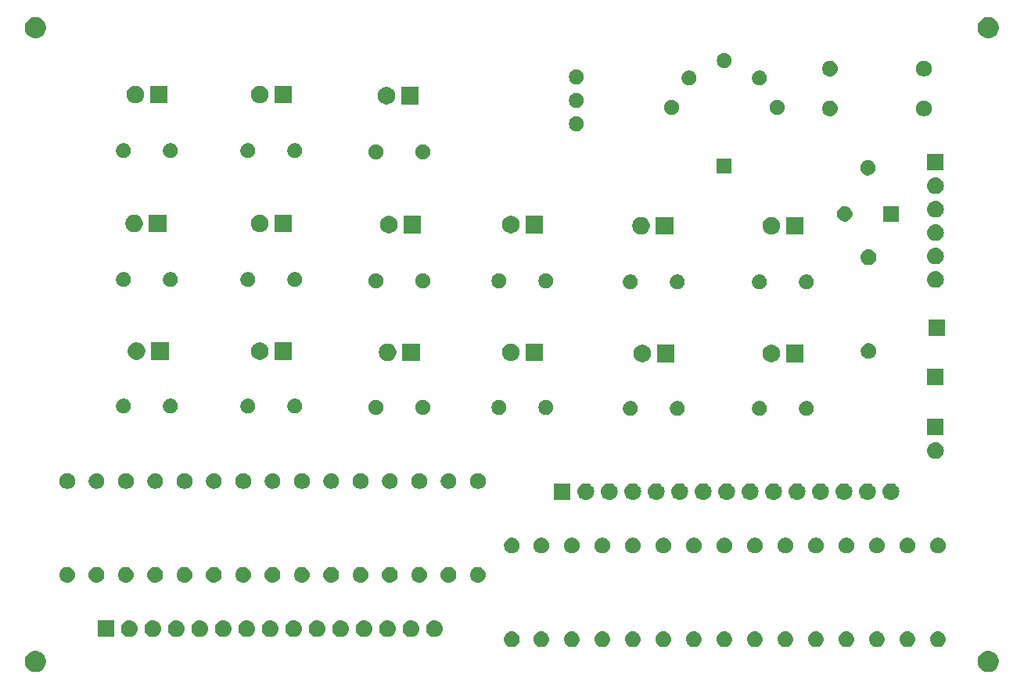
<source format=gbs>
G04 #@! TF.GenerationSoftware,KiCad,Pcbnew,(5.1.4-0-10_14)*
G04 #@! TF.CreationDate,2019-09-25T10:25:20-05:00*
G04 #@! TF.ProjectId,midi_footswitch,6d696469-5f66-46f6-9f74-737769746368,rev?*
G04 #@! TF.SameCoordinates,Original*
G04 #@! TF.FileFunction,Soldermask,Bot*
G04 #@! TF.FilePolarity,Negative*
%FSLAX46Y46*%
G04 Gerber Fmt 4.6, Leading zero omitted, Abs format (unit mm)*
G04 Created by KiCad (PCBNEW (5.1.4-0-10_14)) date 2019-09-25 10:25:20*
%MOMM*%
%LPD*%
G04 APERTURE LIST*
%ADD10C,0.100000*%
G04 APERTURE END LIST*
D10*
G36*
X118461549Y-82691116D02*
G01*
X118572734Y-82713232D01*
X118782203Y-82799997D01*
X118970720Y-82925960D01*
X119131040Y-83086280D01*
X119257003Y-83274797D01*
X119343768Y-83484266D01*
X119388000Y-83706636D01*
X119388000Y-83933364D01*
X119343768Y-84155734D01*
X119257003Y-84365203D01*
X119131040Y-84553720D01*
X118970720Y-84714040D01*
X118782203Y-84840003D01*
X118572734Y-84926768D01*
X118461549Y-84948884D01*
X118350365Y-84971000D01*
X118123635Y-84971000D01*
X118012451Y-84948884D01*
X117901266Y-84926768D01*
X117691797Y-84840003D01*
X117503280Y-84714040D01*
X117342960Y-84553720D01*
X117216997Y-84365203D01*
X117130232Y-84155734D01*
X117086000Y-83933364D01*
X117086000Y-83706636D01*
X117130232Y-83484266D01*
X117216997Y-83274797D01*
X117342960Y-83086280D01*
X117503280Y-82925960D01*
X117691797Y-82799997D01*
X117901266Y-82713232D01*
X118012451Y-82691116D01*
X118123635Y-82669000D01*
X118350365Y-82669000D01*
X118461549Y-82691116D01*
X118461549Y-82691116D01*
G37*
G36*
X15337549Y-82691116D02*
G01*
X15448734Y-82713232D01*
X15658203Y-82799997D01*
X15846720Y-82925960D01*
X16007040Y-83086280D01*
X16133003Y-83274797D01*
X16219768Y-83484266D01*
X16264000Y-83706636D01*
X16264000Y-83933364D01*
X16219768Y-84155734D01*
X16133003Y-84365203D01*
X16007040Y-84553720D01*
X15846720Y-84714040D01*
X15658203Y-84840003D01*
X15448734Y-84926768D01*
X15337549Y-84948884D01*
X15226365Y-84971000D01*
X14999635Y-84971000D01*
X14888451Y-84948884D01*
X14777266Y-84926768D01*
X14567797Y-84840003D01*
X14379280Y-84714040D01*
X14218960Y-84553720D01*
X14092997Y-84365203D01*
X14006232Y-84155734D01*
X13962000Y-83933364D01*
X13962000Y-83706636D01*
X14006232Y-83484266D01*
X14092997Y-83274797D01*
X14218960Y-83086280D01*
X14379280Y-82925960D01*
X14567797Y-82799997D01*
X14777266Y-82713232D01*
X14888451Y-82691116D01*
X14999635Y-82669000D01*
X15226365Y-82669000D01*
X15337549Y-82691116D01*
X15337549Y-82691116D01*
G37*
G36*
X106338823Y-80568313D02*
G01*
X106499242Y-80616976D01*
X106631906Y-80687886D01*
X106647078Y-80695996D01*
X106776659Y-80802341D01*
X106883004Y-80931922D01*
X106883005Y-80931924D01*
X106962024Y-81079758D01*
X106962025Y-81079761D01*
X106968299Y-81100443D01*
X107010687Y-81240177D01*
X107027117Y-81407000D01*
X107010687Y-81573823D01*
X106962024Y-81734242D01*
X106891114Y-81866906D01*
X106883004Y-81882078D01*
X106776659Y-82011659D01*
X106647078Y-82118004D01*
X106647076Y-82118005D01*
X106499242Y-82197024D01*
X106338823Y-82245687D01*
X106213804Y-82258000D01*
X106130196Y-82258000D01*
X106005177Y-82245687D01*
X105844758Y-82197024D01*
X105696924Y-82118005D01*
X105696922Y-82118004D01*
X105567341Y-82011659D01*
X105460996Y-81882078D01*
X105452886Y-81866906D01*
X105381976Y-81734242D01*
X105333313Y-81573823D01*
X105316883Y-81407000D01*
X105333313Y-81240177D01*
X105375701Y-81100443D01*
X105381975Y-81079761D01*
X105381976Y-81079758D01*
X105460995Y-80931924D01*
X105460996Y-80931922D01*
X105567341Y-80802341D01*
X105696922Y-80695996D01*
X105712094Y-80687886D01*
X105844758Y-80616976D01*
X106005177Y-80568313D01*
X106130196Y-80556000D01*
X106213804Y-80556000D01*
X106338823Y-80568313D01*
X106338823Y-80568313D01*
G37*
G36*
X103036823Y-80568313D02*
G01*
X103197242Y-80616976D01*
X103329906Y-80687886D01*
X103345078Y-80695996D01*
X103474659Y-80802341D01*
X103581004Y-80931922D01*
X103581005Y-80931924D01*
X103660024Y-81079758D01*
X103660025Y-81079761D01*
X103666299Y-81100443D01*
X103708687Y-81240177D01*
X103725117Y-81407000D01*
X103708687Y-81573823D01*
X103660024Y-81734242D01*
X103589114Y-81866906D01*
X103581004Y-81882078D01*
X103474659Y-82011659D01*
X103345078Y-82118004D01*
X103345076Y-82118005D01*
X103197242Y-82197024D01*
X103036823Y-82245687D01*
X102911804Y-82258000D01*
X102828196Y-82258000D01*
X102703177Y-82245687D01*
X102542758Y-82197024D01*
X102394924Y-82118005D01*
X102394922Y-82118004D01*
X102265341Y-82011659D01*
X102158996Y-81882078D01*
X102150886Y-81866906D01*
X102079976Y-81734242D01*
X102031313Y-81573823D01*
X102014883Y-81407000D01*
X102031313Y-81240177D01*
X102073701Y-81100443D01*
X102079975Y-81079761D01*
X102079976Y-81079758D01*
X102158995Y-80931924D01*
X102158996Y-80931922D01*
X102265341Y-80802341D01*
X102394922Y-80695996D01*
X102410094Y-80687886D01*
X102542758Y-80616976D01*
X102703177Y-80568313D01*
X102828196Y-80556000D01*
X102911804Y-80556000D01*
X103036823Y-80568313D01*
X103036823Y-80568313D01*
G37*
G36*
X99734823Y-80568313D02*
G01*
X99895242Y-80616976D01*
X100027906Y-80687886D01*
X100043078Y-80695996D01*
X100172659Y-80802341D01*
X100279004Y-80931922D01*
X100279005Y-80931924D01*
X100358024Y-81079758D01*
X100358025Y-81079761D01*
X100364299Y-81100443D01*
X100406687Y-81240177D01*
X100423117Y-81407000D01*
X100406687Y-81573823D01*
X100358024Y-81734242D01*
X100287114Y-81866906D01*
X100279004Y-81882078D01*
X100172659Y-82011659D01*
X100043078Y-82118004D01*
X100043076Y-82118005D01*
X99895242Y-82197024D01*
X99734823Y-82245687D01*
X99609804Y-82258000D01*
X99526196Y-82258000D01*
X99401177Y-82245687D01*
X99240758Y-82197024D01*
X99092924Y-82118005D01*
X99092922Y-82118004D01*
X98963341Y-82011659D01*
X98856996Y-81882078D01*
X98848886Y-81866906D01*
X98777976Y-81734242D01*
X98729313Y-81573823D01*
X98712883Y-81407000D01*
X98729313Y-81240177D01*
X98771701Y-81100443D01*
X98777975Y-81079761D01*
X98777976Y-81079758D01*
X98856995Y-80931924D01*
X98856996Y-80931922D01*
X98963341Y-80802341D01*
X99092922Y-80695996D01*
X99108094Y-80687886D01*
X99240758Y-80616976D01*
X99401177Y-80568313D01*
X99526196Y-80556000D01*
X99609804Y-80556000D01*
X99734823Y-80568313D01*
X99734823Y-80568313D01*
G37*
G36*
X96432823Y-80568313D02*
G01*
X96593242Y-80616976D01*
X96725906Y-80687886D01*
X96741078Y-80695996D01*
X96870659Y-80802341D01*
X96977004Y-80931922D01*
X96977005Y-80931924D01*
X97056024Y-81079758D01*
X97056025Y-81079761D01*
X97062299Y-81100443D01*
X97104687Y-81240177D01*
X97121117Y-81407000D01*
X97104687Y-81573823D01*
X97056024Y-81734242D01*
X96985114Y-81866906D01*
X96977004Y-81882078D01*
X96870659Y-82011659D01*
X96741078Y-82118004D01*
X96741076Y-82118005D01*
X96593242Y-82197024D01*
X96432823Y-82245687D01*
X96307804Y-82258000D01*
X96224196Y-82258000D01*
X96099177Y-82245687D01*
X95938758Y-82197024D01*
X95790924Y-82118005D01*
X95790922Y-82118004D01*
X95661341Y-82011659D01*
X95554996Y-81882078D01*
X95546886Y-81866906D01*
X95475976Y-81734242D01*
X95427313Y-81573823D01*
X95410883Y-81407000D01*
X95427313Y-81240177D01*
X95469701Y-81100443D01*
X95475975Y-81079761D01*
X95475976Y-81079758D01*
X95554995Y-80931924D01*
X95554996Y-80931922D01*
X95661341Y-80802341D01*
X95790922Y-80695996D01*
X95806094Y-80687886D01*
X95938758Y-80616976D01*
X96099177Y-80568313D01*
X96224196Y-80556000D01*
X96307804Y-80556000D01*
X96432823Y-80568313D01*
X96432823Y-80568313D01*
G37*
G36*
X93130823Y-80568313D02*
G01*
X93291242Y-80616976D01*
X93423906Y-80687886D01*
X93439078Y-80695996D01*
X93568659Y-80802341D01*
X93675004Y-80931922D01*
X93675005Y-80931924D01*
X93754024Y-81079758D01*
X93754025Y-81079761D01*
X93760299Y-81100443D01*
X93802687Y-81240177D01*
X93819117Y-81407000D01*
X93802687Y-81573823D01*
X93754024Y-81734242D01*
X93683114Y-81866906D01*
X93675004Y-81882078D01*
X93568659Y-82011659D01*
X93439078Y-82118004D01*
X93439076Y-82118005D01*
X93291242Y-82197024D01*
X93130823Y-82245687D01*
X93005804Y-82258000D01*
X92922196Y-82258000D01*
X92797177Y-82245687D01*
X92636758Y-82197024D01*
X92488924Y-82118005D01*
X92488922Y-82118004D01*
X92359341Y-82011659D01*
X92252996Y-81882078D01*
X92244886Y-81866906D01*
X92173976Y-81734242D01*
X92125313Y-81573823D01*
X92108883Y-81407000D01*
X92125313Y-81240177D01*
X92167701Y-81100443D01*
X92173975Y-81079761D01*
X92173976Y-81079758D01*
X92252995Y-80931924D01*
X92252996Y-80931922D01*
X92359341Y-80802341D01*
X92488922Y-80695996D01*
X92504094Y-80687886D01*
X92636758Y-80616976D01*
X92797177Y-80568313D01*
X92922196Y-80556000D01*
X93005804Y-80556000D01*
X93130823Y-80568313D01*
X93130823Y-80568313D01*
G37*
G36*
X89828823Y-80568313D02*
G01*
X89989242Y-80616976D01*
X90121906Y-80687886D01*
X90137078Y-80695996D01*
X90266659Y-80802341D01*
X90373004Y-80931922D01*
X90373005Y-80931924D01*
X90452024Y-81079758D01*
X90452025Y-81079761D01*
X90458299Y-81100443D01*
X90500687Y-81240177D01*
X90517117Y-81407000D01*
X90500687Y-81573823D01*
X90452024Y-81734242D01*
X90381114Y-81866906D01*
X90373004Y-81882078D01*
X90266659Y-82011659D01*
X90137078Y-82118004D01*
X90137076Y-82118005D01*
X89989242Y-82197024D01*
X89828823Y-82245687D01*
X89703804Y-82258000D01*
X89620196Y-82258000D01*
X89495177Y-82245687D01*
X89334758Y-82197024D01*
X89186924Y-82118005D01*
X89186922Y-82118004D01*
X89057341Y-82011659D01*
X88950996Y-81882078D01*
X88942886Y-81866906D01*
X88871976Y-81734242D01*
X88823313Y-81573823D01*
X88806883Y-81407000D01*
X88823313Y-81240177D01*
X88865701Y-81100443D01*
X88871975Y-81079761D01*
X88871976Y-81079758D01*
X88950995Y-80931924D01*
X88950996Y-80931922D01*
X89057341Y-80802341D01*
X89186922Y-80695996D01*
X89202094Y-80687886D01*
X89334758Y-80616976D01*
X89495177Y-80568313D01*
X89620196Y-80556000D01*
X89703804Y-80556000D01*
X89828823Y-80568313D01*
X89828823Y-80568313D01*
G37*
G36*
X86526823Y-80568313D02*
G01*
X86687242Y-80616976D01*
X86819906Y-80687886D01*
X86835078Y-80695996D01*
X86964659Y-80802341D01*
X87071004Y-80931922D01*
X87071005Y-80931924D01*
X87150024Y-81079758D01*
X87150025Y-81079761D01*
X87156299Y-81100443D01*
X87198687Y-81240177D01*
X87215117Y-81407000D01*
X87198687Y-81573823D01*
X87150024Y-81734242D01*
X87079114Y-81866906D01*
X87071004Y-81882078D01*
X86964659Y-82011659D01*
X86835078Y-82118004D01*
X86835076Y-82118005D01*
X86687242Y-82197024D01*
X86526823Y-82245687D01*
X86401804Y-82258000D01*
X86318196Y-82258000D01*
X86193177Y-82245687D01*
X86032758Y-82197024D01*
X85884924Y-82118005D01*
X85884922Y-82118004D01*
X85755341Y-82011659D01*
X85648996Y-81882078D01*
X85640886Y-81866906D01*
X85569976Y-81734242D01*
X85521313Y-81573823D01*
X85504883Y-81407000D01*
X85521313Y-81240177D01*
X85563701Y-81100443D01*
X85569975Y-81079761D01*
X85569976Y-81079758D01*
X85648995Y-80931924D01*
X85648996Y-80931922D01*
X85755341Y-80802341D01*
X85884922Y-80695996D01*
X85900094Y-80687886D01*
X86032758Y-80616976D01*
X86193177Y-80568313D01*
X86318196Y-80556000D01*
X86401804Y-80556000D01*
X86526823Y-80568313D01*
X86526823Y-80568313D01*
G37*
G36*
X83224823Y-80568313D02*
G01*
X83385242Y-80616976D01*
X83517906Y-80687886D01*
X83533078Y-80695996D01*
X83662659Y-80802341D01*
X83769004Y-80931922D01*
X83769005Y-80931924D01*
X83848024Y-81079758D01*
X83848025Y-81079761D01*
X83854299Y-81100443D01*
X83896687Y-81240177D01*
X83913117Y-81407000D01*
X83896687Y-81573823D01*
X83848024Y-81734242D01*
X83777114Y-81866906D01*
X83769004Y-81882078D01*
X83662659Y-82011659D01*
X83533078Y-82118004D01*
X83533076Y-82118005D01*
X83385242Y-82197024D01*
X83224823Y-82245687D01*
X83099804Y-82258000D01*
X83016196Y-82258000D01*
X82891177Y-82245687D01*
X82730758Y-82197024D01*
X82582924Y-82118005D01*
X82582922Y-82118004D01*
X82453341Y-82011659D01*
X82346996Y-81882078D01*
X82338886Y-81866906D01*
X82267976Y-81734242D01*
X82219313Y-81573823D01*
X82202883Y-81407000D01*
X82219313Y-81240177D01*
X82261701Y-81100443D01*
X82267975Y-81079761D01*
X82267976Y-81079758D01*
X82346995Y-80931924D01*
X82346996Y-80931922D01*
X82453341Y-80802341D01*
X82582922Y-80695996D01*
X82598094Y-80687886D01*
X82730758Y-80616976D01*
X82891177Y-80568313D01*
X83016196Y-80556000D01*
X83099804Y-80556000D01*
X83224823Y-80568313D01*
X83224823Y-80568313D01*
G37*
G36*
X79922823Y-80568313D02*
G01*
X80083242Y-80616976D01*
X80215906Y-80687886D01*
X80231078Y-80695996D01*
X80360659Y-80802341D01*
X80467004Y-80931922D01*
X80467005Y-80931924D01*
X80546024Y-81079758D01*
X80546025Y-81079761D01*
X80552299Y-81100443D01*
X80594687Y-81240177D01*
X80611117Y-81407000D01*
X80594687Y-81573823D01*
X80546024Y-81734242D01*
X80475114Y-81866906D01*
X80467004Y-81882078D01*
X80360659Y-82011659D01*
X80231078Y-82118004D01*
X80231076Y-82118005D01*
X80083242Y-82197024D01*
X79922823Y-82245687D01*
X79797804Y-82258000D01*
X79714196Y-82258000D01*
X79589177Y-82245687D01*
X79428758Y-82197024D01*
X79280924Y-82118005D01*
X79280922Y-82118004D01*
X79151341Y-82011659D01*
X79044996Y-81882078D01*
X79036886Y-81866906D01*
X78965976Y-81734242D01*
X78917313Y-81573823D01*
X78900883Y-81407000D01*
X78917313Y-81240177D01*
X78959701Y-81100443D01*
X78965975Y-81079761D01*
X78965976Y-81079758D01*
X79044995Y-80931924D01*
X79044996Y-80931922D01*
X79151341Y-80802341D01*
X79280922Y-80695996D01*
X79296094Y-80687886D01*
X79428758Y-80616976D01*
X79589177Y-80568313D01*
X79714196Y-80556000D01*
X79797804Y-80556000D01*
X79922823Y-80568313D01*
X79922823Y-80568313D01*
G37*
G36*
X76620823Y-80568313D02*
G01*
X76781242Y-80616976D01*
X76913906Y-80687886D01*
X76929078Y-80695996D01*
X77058659Y-80802341D01*
X77165004Y-80931922D01*
X77165005Y-80931924D01*
X77244024Y-81079758D01*
X77244025Y-81079761D01*
X77250299Y-81100443D01*
X77292687Y-81240177D01*
X77309117Y-81407000D01*
X77292687Y-81573823D01*
X77244024Y-81734242D01*
X77173114Y-81866906D01*
X77165004Y-81882078D01*
X77058659Y-82011659D01*
X76929078Y-82118004D01*
X76929076Y-82118005D01*
X76781242Y-82197024D01*
X76620823Y-82245687D01*
X76495804Y-82258000D01*
X76412196Y-82258000D01*
X76287177Y-82245687D01*
X76126758Y-82197024D01*
X75978924Y-82118005D01*
X75978922Y-82118004D01*
X75849341Y-82011659D01*
X75742996Y-81882078D01*
X75734886Y-81866906D01*
X75663976Y-81734242D01*
X75615313Y-81573823D01*
X75598883Y-81407000D01*
X75615313Y-81240177D01*
X75657701Y-81100443D01*
X75663975Y-81079761D01*
X75663976Y-81079758D01*
X75742995Y-80931924D01*
X75742996Y-80931922D01*
X75849341Y-80802341D01*
X75978922Y-80695996D01*
X75994094Y-80687886D01*
X76126758Y-80616976D01*
X76287177Y-80568313D01*
X76412196Y-80556000D01*
X76495804Y-80556000D01*
X76620823Y-80568313D01*
X76620823Y-80568313D01*
G37*
G36*
X73318823Y-80568313D02*
G01*
X73479242Y-80616976D01*
X73611906Y-80687886D01*
X73627078Y-80695996D01*
X73756659Y-80802341D01*
X73863004Y-80931922D01*
X73863005Y-80931924D01*
X73942024Y-81079758D01*
X73942025Y-81079761D01*
X73948299Y-81100443D01*
X73990687Y-81240177D01*
X74007117Y-81407000D01*
X73990687Y-81573823D01*
X73942024Y-81734242D01*
X73871114Y-81866906D01*
X73863004Y-81882078D01*
X73756659Y-82011659D01*
X73627078Y-82118004D01*
X73627076Y-82118005D01*
X73479242Y-82197024D01*
X73318823Y-82245687D01*
X73193804Y-82258000D01*
X73110196Y-82258000D01*
X72985177Y-82245687D01*
X72824758Y-82197024D01*
X72676924Y-82118005D01*
X72676922Y-82118004D01*
X72547341Y-82011659D01*
X72440996Y-81882078D01*
X72432886Y-81866906D01*
X72361976Y-81734242D01*
X72313313Y-81573823D01*
X72296883Y-81407000D01*
X72313313Y-81240177D01*
X72355701Y-81100443D01*
X72361975Y-81079761D01*
X72361976Y-81079758D01*
X72440995Y-80931924D01*
X72440996Y-80931922D01*
X72547341Y-80802341D01*
X72676922Y-80695996D01*
X72692094Y-80687886D01*
X72824758Y-80616976D01*
X72985177Y-80568313D01*
X73110196Y-80556000D01*
X73193804Y-80556000D01*
X73318823Y-80568313D01*
X73318823Y-80568313D01*
G37*
G36*
X70016823Y-80568313D02*
G01*
X70177242Y-80616976D01*
X70309906Y-80687886D01*
X70325078Y-80695996D01*
X70454659Y-80802341D01*
X70561004Y-80931922D01*
X70561005Y-80931924D01*
X70640024Y-81079758D01*
X70640025Y-81079761D01*
X70646299Y-81100443D01*
X70688687Y-81240177D01*
X70705117Y-81407000D01*
X70688687Y-81573823D01*
X70640024Y-81734242D01*
X70569114Y-81866906D01*
X70561004Y-81882078D01*
X70454659Y-82011659D01*
X70325078Y-82118004D01*
X70325076Y-82118005D01*
X70177242Y-82197024D01*
X70016823Y-82245687D01*
X69891804Y-82258000D01*
X69808196Y-82258000D01*
X69683177Y-82245687D01*
X69522758Y-82197024D01*
X69374924Y-82118005D01*
X69374922Y-82118004D01*
X69245341Y-82011659D01*
X69138996Y-81882078D01*
X69130886Y-81866906D01*
X69059976Y-81734242D01*
X69011313Y-81573823D01*
X68994883Y-81407000D01*
X69011313Y-81240177D01*
X69053701Y-81100443D01*
X69059975Y-81079761D01*
X69059976Y-81079758D01*
X69138995Y-80931924D01*
X69138996Y-80931922D01*
X69245341Y-80802341D01*
X69374922Y-80695996D01*
X69390094Y-80687886D01*
X69522758Y-80616976D01*
X69683177Y-80568313D01*
X69808196Y-80556000D01*
X69891804Y-80556000D01*
X70016823Y-80568313D01*
X70016823Y-80568313D01*
G37*
G36*
X66841823Y-80568313D02*
G01*
X67002242Y-80616976D01*
X67134906Y-80687886D01*
X67150078Y-80695996D01*
X67279659Y-80802341D01*
X67386004Y-80931922D01*
X67386005Y-80931924D01*
X67465024Y-81079758D01*
X67465025Y-81079761D01*
X67471299Y-81100443D01*
X67513687Y-81240177D01*
X67530117Y-81407000D01*
X67513687Y-81573823D01*
X67465024Y-81734242D01*
X67394114Y-81866906D01*
X67386004Y-81882078D01*
X67279659Y-82011659D01*
X67150078Y-82118004D01*
X67150076Y-82118005D01*
X67002242Y-82197024D01*
X66841823Y-82245687D01*
X66716804Y-82258000D01*
X66633196Y-82258000D01*
X66508177Y-82245687D01*
X66347758Y-82197024D01*
X66199924Y-82118005D01*
X66199922Y-82118004D01*
X66070341Y-82011659D01*
X65963996Y-81882078D01*
X65955886Y-81866906D01*
X65884976Y-81734242D01*
X65836313Y-81573823D01*
X65819883Y-81407000D01*
X65836313Y-81240177D01*
X65878701Y-81100443D01*
X65884975Y-81079761D01*
X65884976Y-81079758D01*
X65963995Y-80931924D01*
X65963996Y-80931922D01*
X66070341Y-80802341D01*
X66199922Y-80695996D01*
X66215094Y-80687886D01*
X66347758Y-80616976D01*
X66508177Y-80568313D01*
X66633196Y-80556000D01*
X66716804Y-80556000D01*
X66841823Y-80568313D01*
X66841823Y-80568313D01*
G37*
G36*
X112942823Y-80568313D02*
G01*
X113103242Y-80616976D01*
X113235906Y-80687886D01*
X113251078Y-80695996D01*
X113380659Y-80802341D01*
X113487004Y-80931922D01*
X113487005Y-80931924D01*
X113566024Y-81079758D01*
X113566025Y-81079761D01*
X113572299Y-81100443D01*
X113614687Y-81240177D01*
X113631117Y-81407000D01*
X113614687Y-81573823D01*
X113566024Y-81734242D01*
X113495114Y-81866906D01*
X113487004Y-81882078D01*
X113380659Y-82011659D01*
X113251078Y-82118004D01*
X113251076Y-82118005D01*
X113103242Y-82197024D01*
X112942823Y-82245687D01*
X112817804Y-82258000D01*
X112734196Y-82258000D01*
X112609177Y-82245687D01*
X112448758Y-82197024D01*
X112300924Y-82118005D01*
X112300922Y-82118004D01*
X112171341Y-82011659D01*
X112064996Y-81882078D01*
X112056886Y-81866906D01*
X111985976Y-81734242D01*
X111937313Y-81573823D01*
X111920883Y-81407000D01*
X111937313Y-81240177D01*
X111979701Y-81100443D01*
X111985975Y-81079761D01*
X111985976Y-81079758D01*
X112064995Y-80931924D01*
X112064996Y-80931922D01*
X112171341Y-80802341D01*
X112300922Y-80695996D01*
X112316094Y-80687886D01*
X112448758Y-80616976D01*
X112609177Y-80568313D01*
X112734196Y-80556000D01*
X112817804Y-80556000D01*
X112942823Y-80568313D01*
X112942823Y-80568313D01*
G37*
G36*
X109640823Y-80568313D02*
G01*
X109801242Y-80616976D01*
X109933906Y-80687886D01*
X109949078Y-80695996D01*
X110078659Y-80802341D01*
X110185004Y-80931922D01*
X110185005Y-80931924D01*
X110264024Y-81079758D01*
X110264025Y-81079761D01*
X110270299Y-81100443D01*
X110312687Y-81240177D01*
X110329117Y-81407000D01*
X110312687Y-81573823D01*
X110264024Y-81734242D01*
X110193114Y-81866906D01*
X110185004Y-81882078D01*
X110078659Y-82011659D01*
X109949078Y-82118004D01*
X109949076Y-82118005D01*
X109801242Y-82197024D01*
X109640823Y-82245687D01*
X109515804Y-82258000D01*
X109432196Y-82258000D01*
X109307177Y-82245687D01*
X109146758Y-82197024D01*
X108998924Y-82118005D01*
X108998922Y-82118004D01*
X108869341Y-82011659D01*
X108762996Y-81882078D01*
X108754886Y-81866906D01*
X108683976Y-81734242D01*
X108635313Y-81573823D01*
X108618883Y-81407000D01*
X108635313Y-81240177D01*
X108677701Y-81100443D01*
X108683975Y-81079761D01*
X108683976Y-81079758D01*
X108762995Y-80931924D01*
X108762996Y-80931922D01*
X108869341Y-80802341D01*
X108998922Y-80695996D01*
X109014094Y-80687886D01*
X109146758Y-80616976D01*
X109307177Y-80568313D01*
X109432196Y-80556000D01*
X109515804Y-80556000D01*
X109640823Y-80568313D01*
X109640823Y-80568313D01*
G37*
G36*
X58403442Y-79369518D02*
G01*
X58469627Y-79376037D01*
X58639466Y-79427557D01*
X58795991Y-79511222D01*
X58831729Y-79540552D01*
X58933186Y-79623814D01*
X59016448Y-79725271D01*
X59045778Y-79761009D01*
X59129443Y-79917534D01*
X59180963Y-80087373D01*
X59198359Y-80264000D01*
X59180963Y-80440627D01*
X59129443Y-80610466D01*
X59045778Y-80766991D01*
X59016767Y-80802341D01*
X58933186Y-80904186D01*
X58831729Y-80987448D01*
X58795991Y-81016778D01*
X58639466Y-81100443D01*
X58469627Y-81151963D01*
X58403443Y-81158481D01*
X58337260Y-81165000D01*
X58248740Y-81165000D01*
X58182557Y-81158481D01*
X58116373Y-81151963D01*
X57946534Y-81100443D01*
X57790009Y-81016778D01*
X57754271Y-80987448D01*
X57652814Y-80904186D01*
X57569233Y-80802341D01*
X57540222Y-80766991D01*
X57456557Y-80610466D01*
X57405037Y-80440627D01*
X57387641Y-80264000D01*
X57405037Y-80087373D01*
X57456557Y-79917534D01*
X57540222Y-79761009D01*
X57569552Y-79725271D01*
X57652814Y-79623814D01*
X57754271Y-79540552D01*
X57790009Y-79511222D01*
X57946534Y-79427557D01*
X58116373Y-79376037D01*
X58182558Y-79369518D01*
X58248740Y-79363000D01*
X58337260Y-79363000D01*
X58403442Y-79369518D01*
X58403442Y-79369518D01*
G37*
G36*
X55863442Y-79369518D02*
G01*
X55929627Y-79376037D01*
X56099466Y-79427557D01*
X56255991Y-79511222D01*
X56291729Y-79540552D01*
X56393186Y-79623814D01*
X56476448Y-79725271D01*
X56505778Y-79761009D01*
X56589443Y-79917534D01*
X56640963Y-80087373D01*
X56658359Y-80264000D01*
X56640963Y-80440627D01*
X56589443Y-80610466D01*
X56505778Y-80766991D01*
X56476767Y-80802341D01*
X56393186Y-80904186D01*
X56291729Y-80987448D01*
X56255991Y-81016778D01*
X56099466Y-81100443D01*
X55929627Y-81151963D01*
X55863443Y-81158481D01*
X55797260Y-81165000D01*
X55708740Y-81165000D01*
X55642557Y-81158481D01*
X55576373Y-81151963D01*
X55406534Y-81100443D01*
X55250009Y-81016778D01*
X55214271Y-80987448D01*
X55112814Y-80904186D01*
X55029233Y-80802341D01*
X55000222Y-80766991D01*
X54916557Y-80610466D01*
X54865037Y-80440627D01*
X54847641Y-80264000D01*
X54865037Y-80087373D01*
X54916557Y-79917534D01*
X55000222Y-79761009D01*
X55029552Y-79725271D01*
X55112814Y-79623814D01*
X55214271Y-79540552D01*
X55250009Y-79511222D01*
X55406534Y-79427557D01*
X55576373Y-79376037D01*
X55642558Y-79369518D01*
X55708740Y-79363000D01*
X55797260Y-79363000D01*
X55863442Y-79369518D01*
X55863442Y-79369518D01*
G37*
G36*
X53323442Y-79369518D02*
G01*
X53389627Y-79376037D01*
X53559466Y-79427557D01*
X53715991Y-79511222D01*
X53751729Y-79540552D01*
X53853186Y-79623814D01*
X53936448Y-79725271D01*
X53965778Y-79761009D01*
X54049443Y-79917534D01*
X54100963Y-80087373D01*
X54118359Y-80264000D01*
X54100963Y-80440627D01*
X54049443Y-80610466D01*
X53965778Y-80766991D01*
X53936767Y-80802341D01*
X53853186Y-80904186D01*
X53751729Y-80987448D01*
X53715991Y-81016778D01*
X53559466Y-81100443D01*
X53389627Y-81151963D01*
X53323443Y-81158481D01*
X53257260Y-81165000D01*
X53168740Y-81165000D01*
X53102557Y-81158481D01*
X53036373Y-81151963D01*
X52866534Y-81100443D01*
X52710009Y-81016778D01*
X52674271Y-80987448D01*
X52572814Y-80904186D01*
X52489233Y-80802341D01*
X52460222Y-80766991D01*
X52376557Y-80610466D01*
X52325037Y-80440627D01*
X52307641Y-80264000D01*
X52325037Y-80087373D01*
X52376557Y-79917534D01*
X52460222Y-79761009D01*
X52489552Y-79725271D01*
X52572814Y-79623814D01*
X52674271Y-79540552D01*
X52710009Y-79511222D01*
X52866534Y-79427557D01*
X53036373Y-79376037D01*
X53102558Y-79369518D01*
X53168740Y-79363000D01*
X53257260Y-79363000D01*
X53323442Y-79369518D01*
X53323442Y-79369518D01*
G37*
G36*
X50783442Y-79369518D02*
G01*
X50849627Y-79376037D01*
X51019466Y-79427557D01*
X51175991Y-79511222D01*
X51211729Y-79540552D01*
X51313186Y-79623814D01*
X51396448Y-79725271D01*
X51425778Y-79761009D01*
X51509443Y-79917534D01*
X51560963Y-80087373D01*
X51578359Y-80264000D01*
X51560963Y-80440627D01*
X51509443Y-80610466D01*
X51425778Y-80766991D01*
X51396767Y-80802341D01*
X51313186Y-80904186D01*
X51211729Y-80987448D01*
X51175991Y-81016778D01*
X51019466Y-81100443D01*
X50849627Y-81151963D01*
X50783443Y-81158481D01*
X50717260Y-81165000D01*
X50628740Y-81165000D01*
X50562557Y-81158481D01*
X50496373Y-81151963D01*
X50326534Y-81100443D01*
X50170009Y-81016778D01*
X50134271Y-80987448D01*
X50032814Y-80904186D01*
X49949233Y-80802341D01*
X49920222Y-80766991D01*
X49836557Y-80610466D01*
X49785037Y-80440627D01*
X49767641Y-80264000D01*
X49785037Y-80087373D01*
X49836557Y-79917534D01*
X49920222Y-79761009D01*
X49949552Y-79725271D01*
X50032814Y-79623814D01*
X50134271Y-79540552D01*
X50170009Y-79511222D01*
X50326534Y-79427557D01*
X50496373Y-79376037D01*
X50562558Y-79369518D01*
X50628740Y-79363000D01*
X50717260Y-79363000D01*
X50783442Y-79369518D01*
X50783442Y-79369518D01*
G37*
G36*
X48243442Y-79369518D02*
G01*
X48309627Y-79376037D01*
X48479466Y-79427557D01*
X48635991Y-79511222D01*
X48671729Y-79540552D01*
X48773186Y-79623814D01*
X48856448Y-79725271D01*
X48885778Y-79761009D01*
X48969443Y-79917534D01*
X49020963Y-80087373D01*
X49038359Y-80264000D01*
X49020963Y-80440627D01*
X48969443Y-80610466D01*
X48885778Y-80766991D01*
X48856767Y-80802341D01*
X48773186Y-80904186D01*
X48671729Y-80987448D01*
X48635991Y-81016778D01*
X48479466Y-81100443D01*
X48309627Y-81151963D01*
X48243443Y-81158481D01*
X48177260Y-81165000D01*
X48088740Y-81165000D01*
X48022557Y-81158481D01*
X47956373Y-81151963D01*
X47786534Y-81100443D01*
X47630009Y-81016778D01*
X47594271Y-80987448D01*
X47492814Y-80904186D01*
X47409233Y-80802341D01*
X47380222Y-80766991D01*
X47296557Y-80610466D01*
X47245037Y-80440627D01*
X47227641Y-80264000D01*
X47245037Y-80087373D01*
X47296557Y-79917534D01*
X47380222Y-79761009D01*
X47409552Y-79725271D01*
X47492814Y-79623814D01*
X47594271Y-79540552D01*
X47630009Y-79511222D01*
X47786534Y-79427557D01*
X47956373Y-79376037D01*
X48022558Y-79369518D01*
X48088740Y-79363000D01*
X48177260Y-79363000D01*
X48243442Y-79369518D01*
X48243442Y-79369518D01*
G37*
G36*
X45703442Y-79369518D02*
G01*
X45769627Y-79376037D01*
X45939466Y-79427557D01*
X46095991Y-79511222D01*
X46131729Y-79540552D01*
X46233186Y-79623814D01*
X46316448Y-79725271D01*
X46345778Y-79761009D01*
X46429443Y-79917534D01*
X46480963Y-80087373D01*
X46498359Y-80264000D01*
X46480963Y-80440627D01*
X46429443Y-80610466D01*
X46345778Y-80766991D01*
X46316767Y-80802341D01*
X46233186Y-80904186D01*
X46131729Y-80987448D01*
X46095991Y-81016778D01*
X45939466Y-81100443D01*
X45769627Y-81151963D01*
X45703443Y-81158481D01*
X45637260Y-81165000D01*
X45548740Y-81165000D01*
X45482557Y-81158481D01*
X45416373Y-81151963D01*
X45246534Y-81100443D01*
X45090009Y-81016778D01*
X45054271Y-80987448D01*
X44952814Y-80904186D01*
X44869233Y-80802341D01*
X44840222Y-80766991D01*
X44756557Y-80610466D01*
X44705037Y-80440627D01*
X44687641Y-80264000D01*
X44705037Y-80087373D01*
X44756557Y-79917534D01*
X44840222Y-79761009D01*
X44869552Y-79725271D01*
X44952814Y-79623814D01*
X45054271Y-79540552D01*
X45090009Y-79511222D01*
X45246534Y-79427557D01*
X45416373Y-79376037D01*
X45482558Y-79369518D01*
X45548740Y-79363000D01*
X45637260Y-79363000D01*
X45703442Y-79369518D01*
X45703442Y-79369518D01*
G37*
G36*
X43163442Y-79369518D02*
G01*
X43229627Y-79376037D01*
X43399466Y-79427557D01*
X43555991Y-79511222D01*
X43591729Y-79540552D01*
X43693186Y-79623814D01*
X43776448Y-79725271D01*
X43805778Y-79761009D01*
X43889443Y-79917534D01*
X43940963Y-80087373D01*
X43958359Y-80264000D01*
X43940963Y-80440627D01*
X43889443Y-80610466D01*
X43805778Y-80766991D01*
X43776767Y-80802341D01*
X43693186Y-80904186D01*
X43591729Y-80987448D01*
X43555991Y-81016778D01*
X43399466Y-81100443D01*
X43229627Y-81151963D01*
X43163443Y-81158481D01*
X43097260Y-81165000D01*
X43008740Y-81165000D01*
X42942557Y-81158481D01*
X42876373Y-81151963D01*
X42706534Y-81100443D01*
X42550009Y-81016778D01*
X42514271Y-80987448D01*
X42412814Y-80904186D01*
X42329233Y-80802341D01*
X42300222Y-80766991D01*
X42216557Y-80610466D01*
X42165037Y-80440627D01*
X42147641Y-80264000D01*
X42165037Y-80087373D01*
X42216557Y-79917534D01*
X42300222Y-79761009D01*
X42329552Y-79725271D01*
X42412814Y-79623814D01*
X42514271Y-79540552D01*
X42550009Y-79511222D01*
X42706534Y-79427557D01*
X42876373Y-79376037D01*
X42942558Y-79369518D01*
X43008740Y-79363000D01*
X43097260Y-79363000D01*
X43163442Y-79369518D01*
X43163442Y-79369518D01*
G37*
G36*
X40623442Y-79369518D02*
G01*
X40689627Y-79376037D01*
X40859466Y-79427557D01*
X41015991Y-79511222D01*
X41051729Y-79540552D01*
X41153186Y-79623814D01*
X41236448Y-79725271D01*
X41265778Y-79761009D01*
X41349443Y-79917534D01*
X41400963Y-80087373D01*
X41418359Y-80264000D01*
X41400963Y-80440627D01*
X41349443Y-80610466D01*
X41265778Y-80766991D01*
X41236767Y-80802341D01*
X41153186Y-80904186D01*
X41051729Y-80987448D01*
X41015991Y-81016778D01*
X40859466Y-81100443D01*
X40689627Y-81151963D01*
X40623443Y-81158481D01*
X40557260Y-81165000D01*
X40468740Y-81165000D01*
X40402557Y-81158481D01*
X40336373Y-81151963D01*
X40166534Y-81100443D01*
X40010009Y-81016778D01*
X39974271Y-80987448D01*
X39872814Y-80904186D01*
X39789233Y-80802341D01*
X39760222Y-80766991D01*
X39676557Y-80610466D01*
X39625037Y-80440627D01*
X39607641Y-80264000D01*
X39625037Y-80087373D01*
X39676557Y-79917534D01*
X39760222Y-79761009D01*
X39789552Y-79725271D01*
X39872814Y-79623814D01*
X39974271Y-79540552D01*
X40010009Y-79511222D01*
X40166534Y-79427557D01*
X40336373Y-79376037D01*
X40402558Y-79369518D01*
X40468740Y-79363000D01*
X40557260Y-79363000D01*
X40623442Y-79369518D01*
X40623442Y-79369518D01*
G37*
G36*
X23634000Y-81165000D02*
G01*
X21832000Y-81165000D01*
X21832000Y-79363000D01*
X23634000Y-79363000D01*
X23634000Y-81165000D01*
X23634000Y-81165000D01*
G37*
G36*
X25383442Y-79369518D02*
G01*
X25449627Y-79376037D01*
X25619466Y-79427557D01*
X25775991Y-79511222D01*
X25811729Y-79540552D01*
X25913186Y-79623814D01*
X25996448Y-79725271D01*
X26025778Y-79761009D01*
X26109443Y-79917534D01*
X26160963Y-80087373D01*
X26178359Y-80264000D01*
X26160963Y-80440627D01*
X26109443Y-80610466D01*
X26025778Y-80766991D01*
X25996767Y-80802341D01*
X25913186Y-80904186D01*
X25811729Y-80987448D01*
X25775991Y-81016778D01*
X25619466Y-81100443D01*
X25449627Y-81151963D01*
X25383443Y-81158481D01*
X25317260Y-81165000D01*
X25228740Y-81165000D01*
X25162557Y-81158481D01*
X25096373Y-81151963D01*
X24926534Y-81100443D01*
X24770009Y-81016778D01*
X24734271Y-80987448D01*
X24632814Y-80904186D01*
X24549233Y-80802341D01*
X24520222Y-80766991D01*
X24436557Y-80610466D01*
X24385037Y-80440627D01*
X24367641Y-80264000D01*
X24385037Y-80087373D01*
X24436557Y-79917534D01*
X24520222Y-79761009D01*
X24549552Y-79725271D01*
X24632814Y-79623814D01*
X24734271Y-79540552D01*
X24770009Y-79511222D01*
X24926534Y-79427557D01*
X25096373Y-79376037D01*
X25162558Y-79369518D01*
X25228740Y-79363000D01*
X25317260Y-79363000D01*
X25383442Y-79369518D01*
X25383442Y-79369518D01*
G37*
G36*
X27923442Y-79369518D02*
G01*
X27989627Y-79376037D01*
X28159466Y-79427557D01*
X28315991Y-79511222D01*
X28351729Y-79540552D01*
X28453186Y-79623814D01*
X28536448Y-79725271D01*
X28565778Y-79761009D01*
X28649443Y-79917534D01*
X28700963Y-80087373D01*
X28718359Y-80264000D01*
X28700963Y-80440627D01*
X28649443Y-80610466D01*
X28565778Y-80766991D01*
X28536767Y-80802341D01*
X28453186Y-80904186D01*
X28351729Y-80987448D01*
X28315991Y-81016778D01*
X28159466Y-81100443D01*
X27989627Y-81151963D01*
X27923443Y-81158481D01*
X27857260Y-81165000D01*
X27768740Y-81165000D01*
X27702557Y-81158481D01*
X27636373Y-81151963D01*
X27466534Y-81100443D01*
X27310009Y-81016778D01*
X27274271Y-80987448D01*
X27172814Y-80904186D01*
X27089233Y-80802341D01*
X27060222Y-80766991D01*
X26976557Y-80610466D01*
X26925037Y-80440627D01*
X26907641Y-80264000D01*
X26925037Y-80087373D01*
X26976557Y-79917534D01*
X27060222Y-79761009D01*
X27089552Y-79725271D01*
X27172814Y-79623814D01*
X27274271Y-79540552D01*
X27310009Y-79511222D01*
X27466534Y-79427557D01*
X27636373Y-79376037D01*
X27702558Y-79369518D01*
X27768740Y-79363000D01*
X27857260Y-79363000D01*
X27923442Y-79369518D01*
X27923442Y-79369518D01*
G37*
G36*
X30463442Y-79369518D02*
G01*
X30529627Y-79376037D01*
X30699466Y-79427557D01*
X30855991Y-79511222D01*
X30891729Y-79540552D01*
X30993186Y-79623814D01*
X31076448Y-79725271D01*
X31105778Y-79761009D01*
X31189443Y-79917534D01*
X31240963Y-80087373D01*
X31258359Y-80264000D01*
X31240963Y-80440627D01*
X31189443Y-80610466D01*
X31105778Y-80766991D01*
X31076767Y-80802341D01*
X30993186Y-80904186D01*
X30891729Y-80987448D01*
X30855991Y-81016778D01*
X30699466Y-81100443D01*
X30529627Y-81151963D01*
X30463443Y-81158481D01*
X30397260Y-81165000D01*
X30308740Y-81165000D01*
X30242557Y-81158481D01*
X30176373Y-81151963D01*
X30006534Y-81100443D01*
X29850009Y-81016778D01*
X29814271Y-80987448D01*
X29712814Y-80904186D01*
X29629233Y-80802341D01*
X29600222Y-80766991D01*
X29516557Y-80610466D01*
X29465037Y-80440627D01*
X29447641Y-80264000D01*
X29465037Y-80087373D01*
X29516557Y-79917534D01*
X29600222Y-79761009D01*
X29629552Y-79725271D01*
X29712814Y-79623814D01*
X29814271Y-79540552D01*
X29850009Y-79511222D01*
X30006534Y-79427557D01*
X30176373Y-79376037D01*
X30242558Y-79369518D01*
X30308740Y-79363000D01*
X30397260Y-79363000D01*
X30463442Y-79369518D01*
X30463442Y-79369518D01*
G37*
G36*
X33003442Y-79369518D02*
G01*
X33069627Y-79376037D01*
X33239466Y-79427557D01*
X33395991Y-79511222D01*
X33431729Y-79540552D01*
X33533186Y-79623814D01*
X33616448Y-79725271D01*
X33645778Y-79761009D01*
X33729443Y-79917534D01*
X33780963Y-80087373D01*
X33798359Y-80264000D01*
X33780963Y-80440627D01*
X33729443Y-80610466D01*
X33645778Y-80766991D01*
X33616767Y-80802341D01*
X33533186Y-80904186D01*
X33431729Y-80987448D01*
X33395991Y-81016778D01*
X33239466Y-81100443D01*
X33069627Y-81151963D01*
X33003443Y-81158481D01*
X32937260Y-81165000D01*
X32848740Y-81165000D01*
X32782557Y-81158481D01*
X32716373Y-81151963D01*
X32546534Y-81100443D01*
X32390009Y-81016778D01*
X32354271Y-80987448D01*
X32252814Y-80904186D01*
X32169233Y-80802341D01*
X32140222Y-80766991D01*
X32056557Y-80610466D01*
X32005037Y-80440627D01*
X31987641Y-80264000D01*
X32005037Y-80087373D01*
X32056557Y-79917534D01*
X32140222Y-79761009D01*
X32169552Y-79725271D01*
X32252814Y-79623814D01*
X32354271Y-79540552D01*
X32390009Y-79511222D01*
X32546534Y-79427557D01*
X32716373Y-79376037D01*
X32782558Y-79369518D01*
X32848740Y-79363000D01*
X32937260Y-79363000D01*
X33003442Y-79369518D01*
X33003442Y-79369518D01*
G37*
G36*
X35543442Y-79369518D02*
G01*
X35609627Y-79376037D01*
X35779466Y-79427557D01*
X35935991Y-79511222D01*
X35971729Y-79540552D01*
X36073186Y-79623814D01*
X36156448Y-79725271D01*
X36185778Y-79761009D01*
X36269443Y-79917534D01*
X36320963Y-80087373D01*
X36338359Y-80264000D01*
X36320963Y-80440627D01*
X36269443Y-80610466D01*
X36185778Y-80766991D01*
X36156767Y-80802341D01*
X36073186Y-80904186D01*
X35971729Y-80987448D01*
X35935991Y-81016778D01*
X35779466Y-81100443D01*
X35609627Y-81151963D01*
X35543443Y-81158481D01*
X35477260Y-81165000D01*
X35388740Y-81165000D01*
X35322557Y-81158481D01*
X35256373Y-81151963D01*
X35086534Y-81100443D01*
X34930009Y-81016778D01*
X34894271Y-80987448D01*
X34792814Y-80904186D01*
X34709233Y-80802341D01*
X34680222Y-80766991D01*
X34596557Y-80610466D01*
X34545037Y-80440627D01*
X34527641Y-80264000D01*
X34545037Y-80087373D01*
X34596557Y-79917534D01*
X34680222Y-79761009D01*
X34709552Y-79725271D01*
X34792814Y-79623814D01*
X34894271Y-79540552D01*
X34930009Y-79511222D01*
X35086534Y-79427557D01*
X35256373Y-79376037D01*
X35322558Y-79369518D01*
X35388740Y-79363000D01*
X35477260Y-79363000D01*
X35543442Y-79369518D01*
X35543442Y-79369518D01*
G37*
G36*
X38083442Y-79369518D02*
G01*
X38149627Y-79376037D01*
X38319466Y-79427557D01*
X38475991Y-79511222D01*
X38511729Y-79540552D01*
X38613186Y-79623814D01*
X38696448Y-79725271D01*
X38725778Y-79761009D01*
X38809443Y-79917534D01*
X38860963Y-80087373D01*
X38878359Y-80264000D01*
X38860963Y-80440627D01*
X38809443Y-80610466D01*
X38725778Y-80766991D01*
X38696767Y-80802341D01*
X38613186Y-80904186D01*
X38511729Y-80987448D01*
X38475991Y-81016778D01*
X38319466Y-81100443D01*
X38149627Y-81151963D01*
X38083443Y-81158481D01*
X38017260Y-81165000D01*
X37928740Y-81165000D01*
X37862557Y-81158481D01*
X37796373Y-81151963D01*
X37626534Y-81100443D01*
X37470009Y-81016778D01*
X37434271Y-80987448D01*
X37332814Y-80904186D01*
X37249233Y-80802341D01*
X37220222Y-80766991D01*
X37136557Y-80610466D01*
X37085037Y-80440627D01*
X37067641Y-80264000D01*
X37085037Y-80087373D01*
X37136557Y-79917534D01*
X37220222Y-79761009D01*
X37249552Y-79725271D01*
X37332814Y-79623814D01*
X37434271Y-79540552D01*
X37470009Y-79511222D01*
X37626534Y-79427557D01*
X37796373Y-79376037D01*
X37862558Y-79369518D01*
X37928740Y-79363000D01*
X38017260Y-79363000D01*
X38083442Y-79369518D01*
X38083442Y-79369518D01*
G37*
G36*
X56808823Y-73583313D02*
G01*
X56969242Y-73631976D01*
X57101906Y-73702886D01*
X57117078Y-73710996D01*
X57246659Y-73817341D01*
X57353004Y-73946922D01*
X57353005Y-73946924D01*
X57432024Y-74094758D01*
X57480687Y-74255177D01*
X57497117Y-74422000D01*
X57480687Y-74588823D01*
X57432024Y-74749242D01*
X57361114Y-74881906D01*
X57353004Y-74897078D01*
X57246659Y-75026659D01*
X57117078Y-75133004D01*
X57117076Y-75133005D01*
X56969242Y-75212024D01*
X56808823Y-75260687D01*
X56683804Y-75273000D01*
X56600196Y-75273000D01*
X56475177Y-75260687D01*
X56314758Y-75212024D01*
X56166924Y-75133005D01*
X56166922Y-75133004D01*
X56037341Y-75026659D01*
X55930996Y-74897078D01*
X55922886Y-74881906D01*
X55851976Y-74749242D01*
X55803313Y-74588823D01*
X55786883Y-74422000D01*
X55803313Y-74255177D01*
X55851976Y-74094758D01*
X55930995Y-73946924D01*
X55930996Y-73946922D01*
X56037341Y-73817341D01*
X56166922Y-73710996D01*
X56182094Y-73702886D01*
X56314758Y-73631976D01*
X56475177Y-73583313D01*
X56600196Y-73571000D01*
X56683804Y-73571000D01*
X56808823Y-73583313D01*
X56808823Y-73583313D01*
G37*
G36*
X25058823Y-73583313D02*
G01*
X25219242Y-73631976D01*
X25351906Y-73702886D01*
X25367078Y-73710996D01*
X25496659Y-73817341D01*
X25603004Y-73946922D01*
X25603005Y-73946924D01*
X25682024Y-74094758D01*
X25730687Y-74255177D01*
X25747117Y-74422000D01*
X25730687Y-74588823D01*
X25682024Y-74749242D01*
X25611114Y-74881906D01*
X25603004Y-74897078D01*
X25496659Y-75026659D01*
X25367078Y-75133004D01*
X25367076Y-75133005D01*
X25219242Y-75212024D01*
X25058823Y-75260687D01*
X24933804Y-75273000D01*
X24850196Y-75273000D01*
X24725177Y-75260687D01*
X24564758Y-75212024D01*
X24416924Y-75133005D01*
X24416922Y-75133004D01*
X24287341Y-75026659D01*
X24180996Y-74897078D01*
X24172886Y-74881906D01*
X24101976Y-74749242D01*
X24053313Y-74588823D01*
X24036883Y-74422000D01*
X24053313Y-74255177D01*
X24101976Y-74094758D01*
X24180995Y-73946924D01*
X24180996Y-73946922D01*
X24287341Y-73817341D01*
X24416922Y-73710996D01*
X24432094Y-73702886D01*
X24564758Y-73631976D01*
X24725177Y-73583313D01*
X24850196Y-73571000D01*
X24933804Y-73571000D01*
X25058823Y-73583313D01*
X25058823Y-73583313D01*
G37*
G36*
X21883823Y-73583313D02*
G01*
X22044242Y-73631976D01*
X22176906Y-73702886D01*
X22192078Y-73710996D01*
X22321659Y-73817341D01*
X22428004Y-73946922D01*
X22428005Y-73946924D01*
X22507024Y-74094758D01*
X22555687Y-74255177D01*
X22572117Y-74422000D01*
X22555687Y-74588823D01*
X22507024Y-74749242D01*
X22436114Y-74881906D01*
X22428004Y-74897078D01*
X22321659Y-75026659D01*
X22192078Y-75133004D01*
X22192076Y-75133005D01*
X22044242Y-75212024D01*
X21883823Y-75260687D01*
X21758804Y-75273000D01*
X21675196Y-75273000D01*
X21550177Y-75260687D01*
X21389758Y-75212024D01*
X21241924Y-75133005D01*
X21241922Y-75133004D01*
X21112341Y-75026659D01*
X21005996Y-74897078D01*
X20997886Y-74881906D01*
X20926976Y-74749242D01*
X20878313Y-74588823D01*
X20861883Y-74422000D01*
X20878313Y-74255177D01*
X20926976Y-74094758D01*
X21005995Y-73946924D01*
X21005996Y-73946922D01*
X21112341Y-73817341D01*
X21241922Y-73710996D01*
X21257094Y-73702886D01*
X21389758Y-73631976D01*
X21550177Y-73583313D01*
X21675196Y-73571000D01*
X21758804Y-73571000D01*
X21883823Y-73583313D01*
X21883823Y-73583313D01*
G37*
G36*
X18708823Y-73583313D02*
G01*
X18869242Y-73631976D01*
X19001906Y-73702886D01*
X19017078Y-73710996D01*
X19146659Y-73817341D01*
X19253004Y-73946922D01*
X19253005Y-73946924D01*
X19332024Y-74094758D01*
X19380687Y-74255177D01*
X19397117Y-74422000D01*
X19380687Y-74588823D01*
X19332024Y-74749242D01*
X19261114Y-74881906D01*
X19253004Y-74897078D01*
X19146659Y-75026659D01*
X19017078Y-75133004D01*
X19017076Y-75133005D01*
X18869242Y-75212024D01*
X18708823Y-75260687D01*
X18583804Y-75273000D01*
X18500196Y-75273000D01*
X18375177Y-75260687D01*
X18214758Y-75212024D01*
X18066924Y-75133005D01*
X18066922Y-75133004D01*
X17937341Y-75026659D01*
X17830996Y-74897078D01*
X17822886Y-74881906D01*
X17751976Y-74749242D01*
X17703313Y-74588823D01*
X17686883Y-74422000D01*
X17703313Y-74255177D01*
X17751976Y-74094758D01*
X17830995Y-73946924D01*
X17830996Y-73946922D01*
X17937341Y-73817341D01*
X18066922Y-73710996D01*
X18082094Y-73702886D01*
X18214758Y-73631976D01*
X18375177Y-73583313D01*
X18500196Y-73571000D01*
X18583804Y-73571000D01*
X18708823Y-73583313D01*
X18708823Y-73583313D01*
G37*
G36*
X53633823Y-73583313D02*
G01*
X53794242Y-73631976D01*
X53926906Y-73702886D01*
X53942078Y-73710996D01*
X54071659Y-73817341D01*
X54178004Y-73946922D01*
X54178005Y-73946924D01*
X54257024Y-74094758D01*
X54305687Y-74255177D01*
X54322117Y-74422000D01*
X54305687Y-74588823D01*
X54257024Y-74749242D01*
X54186114Y-74881906D01*
X54178004Y-74897078D01*
X54071659Y-75026659D01*
X53942078Y-75133004D01*
X53942076Y-75133005D01*
X53794242Y-75212024D01*
X53633823Y-75260687D01*
X53508804Y-75273000D01*
X53425196Y-75273000D01*
X53300177Y-75260687D01*
X53139758Y-75212024D01*
X52991924Y-75133005D01*
X52991922Y-75133004D01*
X52862341Y-75026659D01*
X52755996Y-74897078D01*
X52747886Y-74881906D01*
X52676976Y-74749242D01*
X52628313Y-74588823D01*
X52611883Y-74422000D01*
X52628313Y-74255177D01*
X52676976Y-74094758D01*
X52755995Y-73946924D01*
X52755996Y-73946922D01*
X52862341Y-73817341D01*
X52991922Y-73710996D01*
X53007094Y-73702886D01*
X53139758Y-73631976D01*
X53300177Y-73583313D01*
X53425196Y-73571000D01*
X53508804Y-73571000D01*
X53633823Y-73583313D01*
X53633823Y-73583313D01*
G37*
G36*
X31408823Y-73583313D02*
G01*
X31569242Y-73631976D01*
X31701906Y-73702886D01*
X31717078Y-73710996D01*
X31846659Y-73817341D01*
X31953004Y-73946922D01*
X31953005Y-73946924D01*
X32032024Y-74094758D01*
X32080687Y-74255177D01*
X32097117Y-74422000D01*
X32080687Y-74588823D01*
X32032024Y-74749242D01*
X31961114Y-74881906D01*
X31953004Y-74897078D01*
X31846659Y-75026659D01*
X31717078Y-75133004D01*
X31717076Y-75133005D01*
X31569242Y-75212024D01*
X31408823Y-75260687D01*
X31283804Y-75273000D01*
X31200196Y-75273000D01*
X31075177Y-75260687D01*
X30914758Y-75212024D01*
X30766924Y-75133005D01*
X30766922Y-75133004D01*
X30637341Y-75026659D01*
X30530996Y-74897078D01*
X30522886Y-74881906D01*
X30451976Y-74749242D01*
X30403313Y-74588823D01*
X30386883Y-74422000D01*
X30403313Y-74255177D01*
X30451976Y-74094758D01*
X30530995Y-73946924D01*
X30530996Y-73946922D01*
X30637341Y-73817341D01*
X30766922Y-73710996D01*
X30782094Y-73702886D01*
X30914758Y-73631976D01*
X31075177Y-73583313D01*
X31200196Y-73571000D01*
X31283804Y-73571000D01*
X31408823Y-73583313D01*
X31408823Y-73583313D01*
G37*
G36*
X34583823Y-73583313D02*
G01*
X34744242Y-73631976D01*
X34876906Y-73702886D01*
X34892078Y-73710996D01*
X35021659Y-73817341D01*
X35128004Y-73946922D01*
X35128005Y-73946924D01*
X35207024Y-74094758D01*
X35255687Y-74255177D01*
X35272117Y-74422000D01*
X35255687Y-74588823D01*
X35207024Y-74749242D01*
X35136114Y-74881906D01*
X35128004Y-74897078D01*
X35021659Y-75026659D01*
X34892078Y-75133004D01*
X34892076Y-75133005D01*
X34744242Y-75212024D01*
X34583823Y-75260687D01*
X34458804Y-75273000D01*
X34375196Y-75273000D01*
X34250177Y-75260687D01*
X34089758Y-75212024D01*
X33941924Y-75133005D01*
X33941922Y-75133004D01*
X33812341Y-75026659D01*
X33705996Y-74897078D01*
X33697886Y-74881906D01*
X33626976Y-74749242D01*
X33578313Y-74588823D01*
X33561883Y-74422000D01*
X33578313Y-74255177D01*
X33626976Y-74094758D01*
X33705995Y-73946924D01*
X33705996Y-73946922D01*
X33812341Y-73817341D01*
X33941922Y-73710996D01*
X33957094Y-73702886D01*
X34089758Y-73631976D01*
X34250177Y-73583313D01*
X34375196Y-73571000D01*
X34458804Y-73571000D01*
X34583823Y-73583313D01*
X34583823Y-73583313D01*
G37*
G36*
X37758823Y-73583313D02*
G01*
X37919242Y-73631976D01*
X38051906Y-73702886D01*
X38067078Y-73710996D01*
X38196659Y-73817341D01*
X38303004Y-73946922D01*
X38303005Y-73946924D01*
X38382024Y-74094758D01*
X38430687Y-74255177D01*
X38447117Y-74422000D01*
X38430687Y-74588823D01*
X38382024Y-74749242D01*
X38311114Y-74881906D01*
X38303004Y-74897078D01*
X38196659Y-75026659D01*
X38067078Y-75133004D01*
X38067076Y-75133005D01*
X37919242Y-75212024D01*
X37758823Y-75260687D01*
X37633804Y-75273000D01*
X37550196Y-75273000D01*
X37425177Y-75260687D01*
X37264758Y-75212024D01*
X37116924Y-75133005D01*
X37116922Y-75133004D01*
X36987341Y-75026659D01*
X36880996Y-74897078D01*
X36872886Y-74881906D01*
X36801976Y-74749242D01*
X36753313Y-74588823D01*
X36736883Y-74422000D01*
X36753313Y-74255177D01*
X36801976Y-74094758D01*
X36880995Y-73946924D01*
X36880996Y-73946922D01*
X36987341Y-73817341D01*
X37116922Y-73710996D01*
X37132094Y-73702886D01*
X37264758Y-73631976D01*
X37425177Y-73583313D01*
X37550196Y-73571000D01*
X37633804Y-73571000D01*
X37758823Y-73583313D01*
X37758823Y-73583313D01*
G37*
G36*
X40933823Y-73583313D02*
G01*
X41094242Y-73631976D01*
X41226906Y-73702886D01*
X41242078Y-73710996D01*
X41371659Y-73817341D01*
X41478004Y-73946922D01*
X41478005Y-73946924D01*
X41557024Y-74094758D01*
X41605687Y-74255177D01*
X41622117Y-74422000D01*
X41605687Y-74588823D01*
X41557024Y-74749242D01*
X41486114Y-74881906D01*
X41478004Y-74897078D01*
X41371659Y-75026659D01*
X41242078Y-75133004D01*
X41242076Y-75133005D01*
X41094242Y-75212024D01*
X40933823Y-75260687D01*
X40808804Y-75273000D01*
X40725196Y-75273000D01*
X40600177Y-75260687D01*
X40439758Y-75212024D01*
X40291924Y-75133005D01*
X40291922Y-75133004D01*
X40162341Y-75026659D01*
X40055996Y-74897078D01*
X40047886Y-74881906D01*
X39976976Y-74749242D01*
X39928313Y-74588823D01*
X39911883Y-74422000D01*
X39928313Y-74255177D01*
X39976976Y-74094758D01*
X40055995Y-73946924D01*
X40055996Y-73946922D01*
X40162341Y-73817341D01*
X40291922Y-73710996D01*
X40307094Y-73702886D01*
X40439758Y-73631976D01*
X40600177Y-73583313D01*
X40725196Y-73571000D01*
X40808804Y-73571000D01*
X40933823Y-73583313D01*
X40933823Y-73583313D01*
G37*
G36*
X44108823Y-73583313D02*
G01*
X44269242Y-73631976D01*
X44401906Y-73702886D01*
X44417078Y-73710996D01*
X44546659Y-73817341D01*
X44653004Y-73946922D01*
X44653005Y-73946924D01*
X44732024Y-74094758D01*
X44780687Y-74255177D01*
X44797117Y-74422000D01*
X44780687Y-74588823D01*
X44732024Y-74749242D01*
X44661114Y-74881906D01*
X44653004Y-74897078D01*
X44546659Y-75026659D01*
X44417078Y-75133004D01*
X44417076Y-75133005D01*
X44269242Y-75212024D01*
X44108823Y-75260687D01*
X43983804Y-75273000D01*
X43900196Y-75273000D01*
X43775177Y-75260687D01*
X43614758Y-75212024D01*
X43466924Y-75133005D01*
X43466922Y-75133004D01*
X43337341Y-75026659D01*
X43230996Y-74897078D01*
X43222886Y-74881906D01*
X43151976Y-74749242D01*
X43103313Y-74588823D01*
X43086883Y-74422000D01*
X43103313Y-74255177D01*
X43151976Y-74094758D01*
X43230995Y-73946924D01*
X43230996Y-73946922D01*
X43337341Y-73817341D01*
X43466922Y-73710996D01*
X43482094Y-73702886D01*
X43614758Y-73631976D01*
X43775177Y-73583313D01*
X43900196Y-73571000D01*
X43983804Y-73571000D01*
X44108823Y-73583313D01*
X44108823Y-73583313D01*
G37*
G36*
X47283823Y-73583313D02*
G01*
X47444242Y-73631976D01*
X47576906Y-73702886D01*
X47592078Y-73710996D01*
X47721659Y-73817341D01*
X47828004Y-73946922D01*
X47828005Y-73946924D01*
X47907024Y-74094758D01*
X47955687Y-74255177D01*
X47972117Y-74422000D01*
X47955687Y-74588823D01*
X47907024Y-74749242D01*
X47836114Y-74881906D01*
X47828004Y-74897078D01*
X47721659Y-75026659D01*
X47592078Y-75133004D01*
X47592076Y-75133005D01*
X47444242Y-75212024D01*
X47283823Y-75260687D01*
X47158804Y-75273000D01*
X47075196Y-75273000D01*
X46950177Y-75260687D01*
X46789758Y-75212024D01*
X46641924Y-75133005D01*
X46641922Y-75133004D01*
X46512341Y-75026659D01*
X46405996Y-74897078D01*
X46397886Y-74881906D01*
X46326976Y-74749242D01*
X46278313Y-74588823D01*
X46261883Y-74422000D01*
X46278313Y-74255177D01*
X46326976Y-74094758D01*
X46405995Y-73946924D01*
X46405996Y-73946922D01*
X46512341Y-73817341D01*
X46641922Y-73710996D01*
X46657094Y-73702886D01*
X46789758Y-73631976D01*
X46950177Y-73583313D01*
X47075196Y-73571000D01*
X47158804Y-73571000D01*
X47283823Y-73583313D01*
X47283823Y-73583313D01*
G37*
G36*
X50458823Y-73583313D02*
G01*
X50619242Y-73631976D01*
X50751906Y-73702886D01*
X50767078Y-73710996D01*
X50896659Y-73817341D01*
X51003004Y-73946922D01*
X51003005Y-73946924D01*
X51082024Y-74094758D01*
X51130687Y-74255177D01*
X51147117Y-74422000D01*
X51130687Y-74588823D01*
X51082024Y-74749242D01*
X51011114Y-74881906D01*
X51003004Y-74897078D01*
X50896659Y-75026659D01*
X50767078Y-75133004D01*
X50767076Y-75133005D01*
X50619242Y-75212024D01*
X50458823Y-75260687D01*
X50333804Y-75273000D01*
X50250196Y-75273000D01*
X50125177Y-75260687D01*
X49964758Y-75212024D01*
X49816924Y-75133005D01*
X49816922Y-75133004D01*
X49687341Y-75026659D01*
X49580996Y-74897078D01*
X49572886Y-74881906D01*
X49501976Y-74749242D01*
X49453313Y-74588823D01*
X49436883Y-74422000D01*
X49453313Y-74255177D01*
X49501976Y-74094758D01*
X49580995Y-73946924D01*
X49580996Y-73946922D01*
X49687341Y-73817341D01*
X49816922Y-73710996D01*
X49832094Y-73702886D01*
X49964758Y-73631976D01*
X50125177Y-73583313D01*
X50250196Y-73571000D01*
X50333804Y-73571000D01*
X50458823Y-73583313D01*
X50458823Y-73583313D01*
G37*
G36*
X63158823Y-73583313D02*
G01*
X63319242Y-73631976D01*
X63451906Y-73702886D01*
X63467078Y-73710996D01*
X63596659Y-73817341D01*
X63703004Y-73946922D01*
X63703005Y-73946924D01*
X63782024Y-74094758D01*
X63830687Y-74255177D01*
X63847117Y-74422000D01*
X63830687Y-74588823D01*
X63782024Y-74749242D01*
X63711114Y-74881906D01*
X63703004Y-74897078D01*
X63596659Y-75026659D01*
X63467078Y-75133004D01*
X63467076Y-75133005D01*
X63319242Y-75212024D01*
X63158823Y-75260687D01*
X63033804Y-75273000D01*
X62950196Y-75273000D01*
X62825177Y-75260687D01*
X62664758Y-75212024D01*
X62516924Y-75133005D01*
X62516922Y-75133004D01*
X62387341Y-75026659D01*
X62280996Y-74897078D01*
X62272886Y-74881906D01*
X62201976Y-74749242D01*
X62153313Y-74588823D01*
X62136883Y-74422000D01*
X62153313Y-74255177D01*
X62201976Y-74094758D01*
X62280995Y-73946924D01*
X62280996Y-73946922D01*
X62387341Y-73817341D01*
X62516922Y-73710996D01*
X62532094Y-73702886D01*
X62664758Y-73631976D01*
X62825177Y-73583313D01*
X62950196Y-73571000D01*
X63033804Y-73571000D01*
X63158823Y-73583313D01*
X63158823Y-73583313D01*
G37*
G36*
X59983823Y-73583313D02*
G01*
X60144242Y-73631976D01*
X60276906Y-73702886D01*
X60292078Y-73710996D01*
X60421659Y-73817341D01*
X60528004Y-73946922D01*
X60528005Y-73946924D01*
X60607024Y-74094758D01*
X60655687Y-74255177D01*
X60672117Y-74422000D01*
X60655687Y-74588823D01*
X60607024Y-74749242D01*
X60536114Y-74881906D01*
X60528004Y-74897078D01*
X60421659Y-75026659D01*
X60292078Y-75133004D01*
X60292076Y-75133005D01*
X60144242Y-75212024D01*
X59983823Y-75260687D01*
X59858804Y-75273000D01*
X59775196Y-75273000D01*
X59650177Y-75260687D01*
X59489758Y-75212024D01*
X59341924Y-75133005D01*
X59341922Y-75133004D01*
X59212341Y-75026659D01*
X59105996Y-74897078D01*
X59097886Y-74881906D01*
X59026976Y-74749242D01*
X58978313Y-74588823D01*
X58961883Y-74422000D01*
X58978313Y-74255177D01*
X59026976Y-74094758D01*
X59105995Y-73946924D01*
X59105996Y-73946922D01*
X59212341Y-73817341D01*
X59341922Y-73710996D01*
X59357094Y-73702886D01*
X59489758Y-73631976D01*
X59650177Y-73583313D01*
X59775196Y-73571000D01*
X59858804Y-73571000D01*
X59983823Y-73583313D01*
X59983823Y-73583313D01*
G37*
G36*
X28233823Y-73583313D02*
G01*
X28394242Y-73631976D01*
X28526906Y-73702886D01*
X28542078Y-73710996D01*
X28671659Y-73817341D01*
X28778004Y-73946922D01*
X28778005Y-73946924D01*
X28857024Y-74094758D01*
X28905687Y-74255177D01*
X28922117Y-74422000D01*
X28905687Y-74588823D01*
X28857024Y-74749242D01*
X28786114Y-74881906D01*
X28778004Y-74897078D01*
X28671659Y-75026659D01*
X28542078Y-75133004D01*
X28542076Y-75133005D01*
X28394242Y-75212024D01*
X28233823Y-75260687D01*
X28108804Y-75273000D01*
X28025196Y-75273000D01*
X27900177Y-75260687D01*
X27739758Y-75212024D01*
X27591924Y-75133005D01*
X27591922Y-75133004D01*
X27462341Y-75026659D01*
X27355996Y-74897078D01*
X27347886Y-74881906D01*
X27276976Y-74749242D01*
X27228313Y-74588823D01*
X27211883Y-74422000D01*
X27228313Y-74255177D01*
X27276976Y-74094758D01*
X27355995Y-73946924D01*
X27355996Y-73946922D01*
X27462341Y-73817341D01*
X27591922Y-73710996D01*
X27607094Y-73702886D01*
X27739758Y-73631976D01*
X27900177Y-73583313D01*
X28025196Y-73571000D01*
X28108804Y-73571000D01*
X28233823Y-73583313D01*
X28233823Y-73583313D01*
G37*
G36*
X96514228Y-70428703D02*
G01*
X96669100Y-70492853D01*
X96808481Y-70585985D01*
X96927015Y-70704519D01*
X97020147Y-70843900D01*
X97084297Y-70998772D01*
X97117000Y-71163184D01*
X97117000Y-71330816D01*
X97084297Y-71495228D01*
X97020147Y-71650100D01*
X96927015Y-71789481D01*
X96808481Y-71908015D01*
X96669100Y-72001147D01*
X96514228Y-72065297D01*
X96349816Y-72098000D01*
X96182184Y-72098000D01*
X96017772Y-72065297D01*
X95862900Y-72001147D01*
X95723519Y-71908015D01*
X95604985Y-71789481D01*
X95511853Y-71650100D01*
X95447703Y-71495228D01*
X95415000Y-71330816D01*
X95415000Y-71163184D01*
X95447703Y-70998772D01*
X95511853Y-70843900D01*
X95604985Y-70704519D01*
X95723519Y-70585985D01*
X95862900Y-70492853D01*
X96017772Y-70428703D01*
X96182184Y-70396000D01*
X96349816Y-70396000D01*
X96514228Y-70428703D01*
X96514228Y-70428703D01*
G37*
G36*
X83306228Y-70428703D02*
G01*
X83461100Y-70492853D01*
X83600481Y-70585985D01*
X83719015Y-70704519D01*
X83812147Y-70843900D01*
X83876297Y-70998772D01*
X83909000Y-71163184D01*
X83909000Y-71330816D01*
X83876297Y-71495228D01*
X83812147Y-71650100D01*
X83719015Y-71789481D01*
X83600481Y-71908015D01*
X83461100Y-72001147D01*
X83306228Y-72065297D01*
X83141816Y-72098000D01*
X82974184Y-72098000D01*
X82809772Y-72065297D01*
X82654900Y-72001147D01*
X82515519Y-71908015D01*
X82396985Y-71789481D01*
X82303853Y-71650100D01*
X82239703Y-71495228D01*
X82207000Y-71330816D01*
X82207000Y-71163184D01*
X82239703Y-70998772D01*
X82303853Y-70843900D01*
X82396985Y-70704519D01*
X82515519Y-70585985D01*
X82654900Y-70492853D01*
X82809772Y-70428703D01*
X82974184Y-70396000D01*
X83141816Y-70396000D01*
X83306228Y-70428703D01*
X83306228Y-70428703D01*
G37*
G36*
X66923228Y-70428703D02*
G01*
X67078100Y-70492853D01*
X67217481Y-70585985D01*
X67336015Y-70704519D01*
X67429147Y-70843900D01*
X67493297Y-70998772D01*
X67526000Y-71163184D01*
X67526000Y-71330816D01*
X67493297Y-71495228D01*
X67429147Y-71650100D01*
X67336015Y-71789481D01*
X67217481Y-71908015D01*
X67078100Y-72001147D01*
X66923228Y-72065297D01*
X66758816Y-72098000D01*
X66591184Y-72098000D01*
X66426772Y-72065297D01*
X66271900Y-72001147D01*
X66132519Y-71908015D01*
X66013985Y-71789481D01*
X65920853Y-71650100D01*
X65856703Y-71495228D01*
X65824000Y-71330816D01*
X65824000Y-71163184D01*
X65856703Y-70998772D01*
X65920853Y-70843900D01*
X66013985Y-70704519D01*
X66132519Y-70585985D01*
X66271900Y-70492853D01*
X66426772Y-70428703D01*
X66591184Y-70396000D01*
X66758816Y-70396000D01*
X66923228Y-70428703D01*
X66923228Y-70428703D01*
G37*
G36*
X70098228Y-70428703D02*
G01*
X70253100Y-70492853D01*
X70392481Y-70585985D01*
X70511015Y-70704519D01*
X70604147Y-70843900D01*
X70668297Y-70998772D01*
X70701000Y-71163184D01*
X70701000Y-71330816D01*
X70668297Y-71495228D01*
X70604147Y-71650100D01*
X70511015Y-71789481D01*
X70392481Y-71908015D01*
X70253100Y-72001147D01*
X70098228Y-72065297D01*
X69933816Y-72098000D01*
X69766184Y-72098000D01*
X69601772Y-72065297D01*
X69446900Y-72001147D01*
X69307519Y-71908015D01*
X69188985Y-71789481D01*
X69095853Y-71650100D01*
X69031703Y-71495228D01*
X68999000Y-71330816D01*
X68999000Y-71163184D01*
X69031703Y-70998772D01*
X69095853Y-70843900D01*
X69188985Y-70704519D01*
X69307519Y-70585985D01*
X69446900Y-70492853D01*
X69601772Y-70428703D01*
X69766184Y-70396000D01*
X69933816Y-70396000D01*
X70098228Y-70428703D01*
X70098228Y-70428703D01*
G37*
G36*
X73400228Y-70428703D02*
G01*
X73555100Y-70492853D01*
X73694481Y-70585985D01*
X73813015Y-70704519D01*
X73906147Y-70843900D01*
X73970297Y-70998772D01*
X74003000Y-71163184D01*
X74003000Y-71330816D01*
X73970297Y-71495228D01*
X73906147Y-71650100D01*
X73813015Y-71789481D01*
X73694481Y-71908015D01*
X73555100Y-72001147D01*
X73400228Y-72065297D01*
X73235816Y-72098000D01*
X73068184Y-72098000D01*
X72903772Y-72065297D01*
X72748900Y-72001147D01*
X72609519Y-71908015D01*
X72490985Y-71789481D01*
X72397853Y-71650100D01*
X72333703Y-71495228D01*
X72301000Y-71330816D01*
X72301000Y-71163184D01*
X72333703Y-70998772D01*
X72397853Y-70843900D01*
X72490985Y-70704519D01*
X72609519Y-70585985D01*
X72748900Y-70492853D01*
X72903772Y-70428703D01*
X73068184Y-70396000D01*
X73235816Y-70396000D01*
X73400228Y-70428703D01*
X73400228Y-70428703D01*
G37*
G36*
X76702228Y-70428703D02*
G01*
X76857100Y-70492853D01*
X76996481Y-70585985D01*
X77115015Y-70704519D01*
X77208147Y-70843900D01*
X77272297Y-70998772D01*
X77305000Y-71163184D01*
X77305000Y-71330816D01*
X77272297Y-71495228D01*
X77208147Y-71650100D01*
X77115015Y-71789481D01*
X76996481Y-71908015D01*
X76857100Y-72001147D01*
X76702228Y-72065297D01*
X76537816Y-72098000D01*
X76370184Y-72098000D01*
X76205772Y-72065297D01*
X76050900Y-72001147D01*
X75911519Y-71908015D01*
X75792985Y-71789481D01*
X75699853Y-71650100D01*
X75635703Y-71495228D01*
X75603000Y-71330816D01*
X75603000Y-71163184D01*
X75635703Y-70998772D01*
X75699853Y-70843900D01*
X75792985Y-70704519D01*
X75911519Y-70585985D01*
X76050900Y-70492853D01*
X76205772Y-70428703D01*
X76370184Y-70396000D01*
X76537816Y-70396000D01*
X76702228Y-70428703D01*
X76702228Y-70428703D01*
G37*
G36*
X113024228Y-70428703D02*
G01*
X113179100Y-70492853D01*
X113318481Y-70585985D01*
X113437015Y-70704519D01*
X113530147Y-70843900D01*
X113594297Y-70998772D01*
X113627000Y-71163184D01*
X113627000Y-71330816D01*
X113594297Y-71495228D01*
X113530147Y-71650100D01*
X113437015Y-71789481D01*
X113318481Y-71908015D01*
X113179100Y-72001147D01*
X113024228Y-72065297D01*
X112859816Y-72098000D01*
X112692184Y-72098000D01*
X112527772Y-72065297D01*
X112372900Y-72001147D01*
X112233519Y-71908015D01*
X112114985Y-71789481D01*
X112021853Y-71650100D01*
X111957703Y-71495228D01*
X111925000Y-71330816D01*
X111925000Y-71163184D01*
X111957703Y-70998772D01*
X112021853Y-70843900D01*
X112114985Y-70704519D01*
X112233519Y-70585985D01*
X112372900Y-70492853D01*
X112527772Y-70428703D01*
X112692184Y-70396000D01*
X112859816Y-70396000D01*
X113024228Y-70428703D01*
X113024228Y-70428703D01*
G37*
G36*
X80004228Y-70428703D02*
G01*
X80159100Y-70492853D01*
X80298481Y-70585985D01*
X80417015Y-70704519D01*
X80510147Y-70843900D01*
X80574297Y-70998772D01*
X80607000Y-71163184D01*
X80607000Y-71330816D01*
X80574297Y-71495228D01*
X80510147Y-71650100D01*
X80417015Y-71789481D01*
X80298481Y-71908015D01*
X80159100Y-72001147D01*
X80004228Y-72065297D01*
X79839816Y-72098000D01*
X79672184Y-72098000D01*
X79507772Y-72065297D01*
X79352900Y-72001147D01*
X79213519Y-71908015D01*
X79094985Y-71789481D01*
X79001853Y-71650100D01*
X78937703Y-71495228D01*
X78905000Y-71330816D01*
X78905000Y-71163184D01*
X78937703Y-70998772D01*
X79001853Y-70843900D01*
X79094985Y-70704519D01*
X79213519Y-70585985D01*
X79352900Y-70492853D01*
X79507772Y-70428703D01*
X79672184Y-70396000D01*
X79839816Y-70396000D01*
X80004228Y-70428703D01*
X80004228Y-70428703D01*
G37*
G36*
X109722228Y-70428703D02*
G01*
X109877100Y-70492853D01*
X110016481Y-70585985D01*
X110135015Y-70704519D01*
X110228147Y-70843900D01*
X110292297Y-70998772D01*
X110325000Y-71163184D01*
X110325000Y-71330816D01*
X110292297Y-71495228D01*
X110228147Y-71650100D01*
X110135015Y-71789481D01*
X110016481Y-71908015D01*
X109877100Y-72001147D01*
X109722228Y-72065297D01*
X109557816Y-72098000D01*
X109390184Y-72098000D01*
X109225772Y-72065297D01*
X109070900Y-72001147D01*
X108931519Y-71908015D01*
X108812985Y-71789481D01*
X108719853Y-71650100D01*
X108655703Y-71495228D01*
X108623000Y-71330816D01*
X108623000Y-71163184D01*
X108655703Y-70998772D01*
X108719853Y-70843900D01*
X108812985Y-70704519D01*
X108931519Y-70585985D01*
X109070900Y-70492853D01*
X109225772Y-70428703D01*
X109390184Y-70396000D01*
X109557816Y-70396000D01*
X109722228Y-70428703D01*
X109722228Y-70428703D01*
G37*
G36*
X99816228Y-70428703D02*
G01*
X99971100Y-70492853D01*
X100110481Y-70585985D01*
X100229015Y-70704519D01*
X100322147Y-70843900D01*
X100386297Y-70998772D01*
X100419000Y-71163184D01*
X100419000Y-71330816D01*
X100386297Y-71495228D01*
X100322147Y-71650100D01*
X100229015Y-71789481D01*
X100110481Y-71908015D01*
X99971100Y-72001147D01*
X99816228Y-72065297D01*
X99651816Y-72098000D01*
X99484184Y-72098000D01*
X99319772Y-72065297D01*
X99164900Y-72001147D01*
X99025519Y-71908015D01*
X98906985Y-71789481D01*
X98813853Y-71650100D01*
X98749703Y-71495228D01*
X98717000Y-71330816D01*
X98717000Y-71163184D01*
X98749703Y-70998772D01*
X98813853Y-70843900D01*
X98906985Y-70704519D01*
X99025519Y-70585985D01*
X99164900Y-70492853D01*
X99319772Y-70428703D01*
X99484184Y-70396000D01*
X99651816Y-70396000D01*
X99816228Y-70428703D01*
X99816228Y-70428703D01*
G37*
G36*
X103118228Y-70428703D02*
G01*
X103273100Y-70492853D01*
X103412481Y-70585985D01*
X103531015Y-70704519D01*
X103624147Y-70843900D01*
X103688297Y-70998772D01*
X103721000Y-71163184D01*
X103721000Y-71330816D01*
X103688297Y-71495228D01*
X103624147Y-71650100D01*
X103531015Y-71789481D01*
X103412481Y-71908015D01*
X103273100Y-72001147D01*
X103118228Y-72065297D01*
X102953816Y-72098000D01*
X102786184Y-72098000D01*
X102621772Y-72065297D01*
X102466900Y-72001147D01*
X102327519Y-71908015D01*
X102208985Y-71789481D01*
X102115853Y-71650100D01*
X102051703Y-71495228D01*
X102019000Y-71330816D01*
X102019000Y-71163184D01*
X102051703Y-70998772D01*
X102115853Y-70843900D01*
X102208985Y-70704519D01*
X102327519Y-70585985D01*
X102466900Y-70492853D01*
X102621772Y-70428703D01*
X102786184Y-70396000D01*
X102953816Y-70396000D01*
X103118228Y-70428703D01*
X103118228Y-70428703D01*
G37*
G36*
X106420228Y-70428703D02*
G01*
X106575100Y-70492853D01*
X106714481Y-70585985D01*
X106833015Y-70704519D01*
X106926147Y-70843900D01*
X106990297Y-70998772D01*
X107023000Y-71163184D01*
X107023000Y-71330816D01*
X106990297Y-71495228D01*
X106926147Y-71650100D01*
X106833015Y-71789481D01*
X106714481Y-71908015D01*
X106575100Y-72001147D01*
X106420228Y-72065297D01*
X106255816Y-72098000D01*
X106088184Y-72098000D01*
X105923772Y-72065297D01*
X105768900Y-72001147D01*
X105629519Y-71908015D01*
X105510985Y-71789481D01*
X105417853Y-71650100D01*
X105353703Y-71495228D01*
X105321000Y-71330816D01*
X105321000Y-71163184D01*
X105353703Y-70998772D01*
X105417853Y-70843900D01*
X105510985Y-70704519D01*
X105629519Y-70585985D01*
X105768900Y-70492853D01*
X105923772Y-70428703D01*
X106088184Y-70396000D01*
X106255816Y-70396000D01*
X106420228Y-70428703D01*
X106420228Y-70428703D01*
G37*
G36*
X93212228Y-70428703D02*
G01*
X93367100Y-70492853D01*
X93506481Y-70585985D01*
X93625015Y-70704519D01*
X93718147Y-70843900D01*
X93782297Y-70998772D01*
X93815000Y-71163184D01*
X93815000Y-71330816D01*
X93782297Y-71495228D01*
X93718147Y-71650100D01*
X93625015Y-71789481D01*
X93506481Y-71908015D01*
X93367100Y-72001147D01*
X93212228Y-72065297D01*
X93047816Y-72098000D01*
X92880184Y-72098000D01*
X92715772Y-72065297D01*
X92560900Y-72001147D01*
X92421519Y-71908015D01*
X92302985Y-71789481D01*
X92209853Y-71650100D01*
X92145703Y-71495228D01*
X92113000Y-71330816D01*
X92113000Y-71163184D01*
X92145703Y-70998772D01*
X92209853Y-70843900D01*
X92302985Y-70704519D01*
X92421519Y-70585985D01*
X92560900Y-70492853D01*
X92715772Y-70428703D01*
X92880184Y-70396000D01*
X93047816Y-70396000D01*
X93212228Y-70428703D01*
X93212228Y-70428703D01*
G37*
G36*
X89910228Y-70428703D02*
G01*
X90065100Y-70492853D01*
X90204481Y-70585985D01*
X90323015Y-70704519D01*
X90416147Y-70843900D01*
X90480297Y-70998772D01*
X90513000Y-71163184D01*
X90513000Y-71330816D01*
X90480297Y-71495228D01*
X90416147Y-71650100D01*
X90323015Y-71789481D01*
X90204481Y-71908015D01*
X90065100Y-72001147D01*
X89910228Y-72065297D01*
X89745816Y-72098000D01*
X89578184Y-72098000D01*
X89413772Y-72065297D01*
X89258900Y-72001147D01*
X89119519Y-71908015D01*
X89000985Y-71789481D01*
X88907853Y-71650100D01*
X88843703Y-71495228D01*
X88811000Y-71330816D01*
X88811000Y-71163184D01*
X88843703Y-70998772D01*
X88907853Y-70843900D01*
X89000985Y-70704519D01*
X89119519Y-70585985D01*
X89258900Y-70492853D01*
X89413772Y-70428703D01*
X89578184Y-70396000D01*
X89745816Y-70396000D01*
X89910228Y-70428703D01*
X89910228Y-70428703D01*
G37*
G36*
X86608228Y-70428703D02*
G01*
X86763100Y-70492853D01*
X86902481Y-70585985D01*
X87021015Y-70704519D01*
X87114147Y-70843900D01*
X87178297Y-70998772D01*
X87211000Y-71163184D01*
X87211000Y-71330816D01*
X87178297Y-71495228D01*
X87114147Y-71650100D01*
X87021015Y-71789481D01*
X86902481Y-71908015D01*
X86763100Y-72001147D01*
X86608228Y-72065297D01*
X86443816Y-72098000D01*
X86276184Y-72098000D01*
X86111772Y-72065297D01*
X85956900Y-72001147D01*
X85817519Y-71908015D01*
X85698985Y-71789481D01*
X85605853Y-71650100D01*
X85541703Y-71495228D01*
X85509000Y-71330816D01*
X85509000Y-71163184D01*
X85541703Y-70998772D01*
X85605853Y-70843900D01*
X85698985Y-70704519D01*
X85817519Y-70585985D01*
X85956900Y-70492853D01*
X86111772Y-70428703D01*
X86276184Y-70396000D01*
X86443816Y-70396000D01*
X86608228Y-70428703D01*
X86608228Y-70428703D01*
G37*
G36*
X102723493Y-64510228D02*
G01*
X102792627Y-64517037D01*
X102962466Y-64568557D01*
X103118991Y-64652222D01*
X103154729Y-64681552D01*
X103256186Y-64764814D01*
X103339448Y-64866271D01*
X103368778Y-64902009D01*
X103452443Y-65058534D01*
X103503963Y-65228373D01*
X103521359Y-65405000D01*
X103503963Y-65581627D01*
X103452443Y-65751466D01*
X103368778Y-65907991D01*
X103339448Y-65943729D01*
X103256186Y-66045186D01*
X103154729Y-66128448D01*
X103118991Y-66157778D01*
X102962466Y-66241443D01*
X102792627Y-66292963D01*
X102726443Y-66299481D01*
X102660260Y-66306000D01*
X102571740Y-66306000D01*
X102505557Y-66299481D01*
X102439373Y-66292963D01*
X102269534Y-66241443D01*
X102113009Y-66157778D01*
X102077271Y-66128448D01*
X101975814Y-66045186D01*
X101892552Y-65943729D01*
X101863222Y-65907991D01*
X101779557Y-65751466D01*
X101728037Y-65581627D01*
X101710641Y-65405000D01*
X101728037Y-65228373D01*
X101779557Y-65058534D01*
X101863222Y-64902009D01*
X101892552Y-64866271D01*
X101975814Y-64764814D01*
X102077271Y-64681552D01*
X102113009Y-64652222D01*
X102269534Y-64568557D01*
X102439373Y-64517037D01*
X102508507Y-64510228D01*
X102571740Y-64504000D01*
X102660260Y-64504000D01*
X102723493Y-64510228D01*
X102723493Y-64510228D01*
G37*
G36*
X90023493Y-64510228D02*
G01*
X90092627Y-64517037D01*
X90262466Y-64568557D01*
X90418991Y-64652222D01*
X90454729Y-64681552D01*
X90556186Y-64764814D01*
X90639448Y-64866271D01*
X90668778Y-64902009D01*
X90752443Y-65058534D01*
X90803963Y-65228373D01*
X90821359Y-65405000D01*
X90803963Y-65581627D01*
X90752443Y-65751466D01*
X90668778Y-65907991D01*
X90639448Y-65943729D01*
X90556186Y-66045186D01*
X90454729Y-66128448D01*
X90418991Y-66157778D01*
X90262466Y-66241443D01*
X90092627Y-66292963D01*
X90026443Y-66299481D01*
X89960260Y-66306000D01*
X89871740Y-66306000D01*
X89805557Y-66299481D01*
X89739373Y-66292963D01*
X89569534Y-66241443D01*
X89413009Y-66157778D01*
X89377271Y-66128448D01*
X89275814Y-66045186D01*
X89192552Y-65943729D01*
X89163222Y-65907991D01*
X89079557Y-65751466D01*
X89028037Y-65581627D01*
X89010641Y-65405000D01*
X89028037Y-65228373D01*
X89079557Y-65058534D01*
X89163222Y-64902009D01*
X89192552Y-64866271D01*
X89275814Y-64764814D01*
X89377271Y-64681552D01*
X89413009Y-64652222D01*
X89569534Y-64568557D01*
X89739373Y-64517037D01*
X89808507Y-64510228D01*
X89871740Y-64504000D01*
X89960260Y-64504000D01*
X90023493Y-64510228D01*
X90023493Y-64510228D01*
G37*
G36*
X87483493Y-64510228D02*
G01*
X87552627Y-64517037D01*
X87722466Y-64568557D01*
X87878991Y-64652222D01*
X87914729Y-64681552D01*
X88016186Y-64764814D01*
X88099448Y-64866271D01*
X88128778Y-64902009D01*
X88212443Y-65058534D01*
X88263963Y-65228373D01*
X88281359Y-65405000D01*
X88263963Y-65581627D01*
X88212443Y-65751466D01*
X88128778Y-65907991D01*
X88099448Y-65943729D01*
X88016186Y-66045186D01*
X87914729Y-66128448D01*
X87878991Y-66157778D01*
X87722466Y-66241443D01*
X87552627Y-66292963D01*
X87486443Y-66299481D01*
X87420260Y-66306000D01*
X87331740Y-66306000D01*
X87265557Y-66299481D01*
X87199373Y-66292963D01*
X87029534Y-66241443D01*
X86873009Y-66157778D01*
X86837271Y-66128448D01*
X86735814Y-66045186D01*
X86652552Y-65943729D01*
X86623222Y-65907991D01*
X86539557Y-65751466D01*
X86488037Y-65581627D01*
X86470641Y-65405000D01*
X86488037Y-65228373D01*
X86539557Y-65058534D01*
X86623222Y-64902009D01*
X86652552Y-64866271D01*
X86735814Y-64764814D01*
X86837271Y-64681552D01*
X86873009Y-64652222D01*
X87029534Y-64568557D01*
X87199373Y-64517037D01*
X87268507Y-64510228D01*
X87331740Y-64504000D01*
X87420260Y-64504000D01*
X87483493Y-64510228D01*
X87483493Y-64510228D01*
G37*
G36*
X84943493Y-64510228D02*
G01*
X85012627Y-64517037D01*
X85182466Y-64568557D01*
X85338991Y-64652222D01*
X85374729Y-64681552D01*
X85476186Y-64764814D01*
X85559448Y-64866271D01*
X85588778Y-64902009D01*
X85672443Y-65058534D01*
X85723963Y-65228373D01*
X85741359Y-65405000D01*
X85723963Y-65581627D01*
X85672443Y-65751466D01*
X85588778Y-65907991D01*
X85559448Y-65943729D01*
X85476186Y-66045186D01*
X85374729Y-66128448D01*
X85338991Y-66157778D01*
X85182466Y-66241443D01*
X85012627Y-66292963D01*
X84946443Y-66299481D01*
X84880260Y-66306000D01*
X84791740Y-66306000D01*
X84725557Y-66299481D01*
X84659373Y-66292963D01*
X84489534Y-66241443D01*
X84333009Y-66157778D01*
X84297271Y-66128448D01*
X84195814Y-66045186D01*
X84112552Y-65943729D01*
X84083222Y-65907991D01*
X83999557Y-65751466D01*
X83948037Y-65581627D01*
X83930641Y-65405000D01*
X83948037Y-65228373D01*
X83999557Y-65058534D01*
X84083222Y-64902009D01*
X84112552Y-64866271D01*
X84195814Y-64764814D01*
X84297271Y-64681552D01*
X84333009Y-64652222D01*
X84489534Y-64568557D01*
X84659373Y-64517037D01*
X84728507Y-64510228D01*
X84791740Y-64504000D01*
X84880260Y-64504000D01*
X84943493Y-64510228D01*
X84943493Y-64510228D01*
G37*
G36*
X82403493Y-64510228D02*
G01*
X82472627Y-64517037D01*
X82642466Y-64568557D01*
X82798991Y-64652222D01*
X82834729Y-64681552D01*
X82936186Y-64764814D01*
X83019448Y-64866271D01*
X83048778Y-64902009D01*
X83132443Y-65058534D01*
X83183963Y-65228373D01*
X83201359Y-65405000D01*
X83183963Y-65581627D01*
X83132443Y-65751466D01*
X83048778Y-65907991D01*
X83019448Y-65943729D01*
X82936186Y-66045186D01*
X82834729Y-66128448D01*
X82798991Y-66157778D01*
X82642466Y-66241443D01*
X82472627Y-66292963D01*
X82406443Y-66299481D01*
X82340260Y-66306000D01*
X82251740Y-66306000D01*
X82185557Y-66299481D01*
X82119373Y-66292963D01*
X81949534Y-66241443D01*
X81793009Y-66157778D01*
X81757271Y-66128448D01*
X81655814Y-66045186D01*
X81572552Y-65943729D01*
X81543222Y-65907991D01*
X81459557Y-65751466D01*
X81408037Y-65581627D01*
X81390641Y-65405000D01*
X81408037Y-65228373D01*
X81459557Y-65058534D01*
X81543222Y-64902009D01*
X81572552Y-64866271D01*
X81655814Y-64764814D01*
X81757271Y-64681552D01*
X81793009Y-64652222D01*
X81949534Y-64568557D01*
X82119373Y-64517037D01*
X82188507Y-64510228D01*
X82251740Y-64504000D01*
X82340260Y-64504000D01*
X82403493Y-64510228D01*
X82403493Y-64510228D01*
G37*
G36*
X79863493Y-64510228D02*
G01*
X79932627Y-64517037D01*
X80102466Y-64568557D01*
X80258991Y-64652222D01*
X80294729Y-64681552D01*
X80396186Y-64764814D01*
X80479448Y-64866271D01*
X80508778Y-64902009D01*
X80592443Y-65058534D01*
X80643963Y-65228373D01*
X80661359Y-65405000D01*
X80643963Y-65581627D01*
X80592443Y-65751466D01*
X80508778Y-65907991D01*
X80479448Y-65943729D01*
X80396186Y-66045186D01*
X80294729Y-66128448D01*
X80258991Y-66157778D01*
X80102466Y-66241443D01*
X79932627Y-66292963D01*
X79866443Y-66299481D01*
X79800260Y-66306000D01*
X79711740Y-66306000D01*
X79645557Y-66299481D01*
X79579373Y-66292963D01*
X79409534Y-66241443D01*
X79253009Y-66157778D01*
X79217271Y-66128448D01*
X79115814Y-66045186D01*
X79032552Y-65943729D01*
X79003222Y-65907991D01*
X78919557Y-65751466D01*
X78868037Y-65581627D01*
X78850641Y-65405000D01*
X78868037Y-65228373D01*
X78919557Y-65058534D01*
X79003222Y-64902009D01*
X79032552Y-64866271D01*
X79115814Y-64764814D01*
X79217271Y-64681552D01*
X79253009Y-64652222D01*
X79409534Y-64568557D01*
X79579373Y-64517037D01*
X79648507Y-64510228D01*
X79711740Y-64504000D01*
X79800260Y-64504000D01*
X79863493Y-64510228D01*
X79863493Y-64510228D01*
G37*
G36*
X77323493Y-64510228D02*
G01*
X77392627Y-64517037D01*
X77562466Y-64568557D01*
X77718991Y-64652222D01*
X77754729Y-64681552D01*
X77856186Y-64764814D01*
X77939448Y-64866271D01*
X77968778Y-64902009D01*
X78052443Y-65058534D01*
X78103963Y-65228373D01*
X78121359Y-65405000D01*
X78103963Y-65581627D01*
X78052443Y-65751466D01*
X77968778Y-65907991D01*
X77939448Y-65943729D01*
X77856186Y-66045186D01*
X77754729Y-66128448D01*
X77718991Y-66157778D01*
X77562466Y-66241443D01*
X77392627Y-66292963D01*
X77326443Y-66299481D01*
X77260260Y-66306000D01*
X77171740Y-66306000D01*
X77105557Y-66299481D01*
X77039373Y-66292963D01*
X76869534Y-66241443D01*
X76713009Y-66157778D01*
X76677271Y-66128448D01*
X76575814Y-66045186D01*
X76492552Y-65943729D01*
X76463222Y-65907991D01*
X76379557Y-65751466D01*
X76328037Y-65581627D01*
X76310641Y-65405000D01*
X76328037Y-65228373D01*
X76379557Y-65058534D01*
X76463222Y-64902009D01*
X76492552Y-64866271D01*
X76575814Y-64764814D01*
X76677271Y-64681552D01*
X76713009Y-64652222D01*
X76869534Y-64568557D01*
X77039373Y-64517037D01*
X77108507Y-64510228D01*
X77171740Y-64504000D01*
X77260260Y-64504000D01*
X77323493Y-64510228D01*
X77323493Y-64510228D01*
G37*
G36*
X73037000Y-66306000D02*
G01*
X71235000Y-66306000D01*
X71235000Y-64504000D01*
X73037000Y-64504000D01*
X73037000Y-66306000D01*
X73037000Y-66306000D01*
G37*
G36*
X74783493Y-64510228D02*
G01*
X74852627Y-64517037D01*
X75022466Y-64568557D01*
X75178991Y-64652222D01*
X75214729Y-64681552D01*
X75316186Y-64764814D01*
X75399448Y-64866271D01*
X75428778Y-64902009D01*
X75512443Y-65058534D01*
X75563963Y-65228373D01*
X75581359Y-65405000D01*
X75563963Y-65581627D01*
X75512443Y-65751466D01*
X75428778Y-65907991D01*
X75399448Y-65943729D01*
X75316186Y-66045186D01*
X75214729Y-66128448D01*
X75178991Y-66157778D01*
X75022466Y-66241443D01*
X74852627Y-66292963D01*
X74786443Y-66299481D01*
X74720260Y-66306000D01*
X74631740Y-66306000D01*
X74565557Y-66299481D01*
X74499373Y-66292963D01*
X74329534Y-66241443D01*
X74173009Y-66157778D01*
X74137271Y-66128448D01*
X74035814Y-66045186D01*
X73952552Y-65943729D01*
X73923222Y-65907991D01*
X73839557Y-65751466D01*
X73788037Y-65581627D01*
X73770641Y-65405000D01*
X73788037Y-65228373D01*
X73839557Y-65058534D01*
X73923222Y-64902009D01*
X73952552Y-64866271D01*
X74035814Y-64764814D01*
X74137271Y-64681552D01*
X74173009Y-64652222D01*
X74329534Y-64568557D01*
X74499373Y-64517037D01*
X74568507Y-64510228D01*
X74631740Y-64504000D01*
X74720260Y-64504000D01*
X74783493Y-64510228D01*
X74783493Y-64510228D01*
G37*
G36*
X107803493Y-64510228D02*
G01*
X107872627Y-64517037D01*
X108042466Y-64568557D01*
X108198991Y-64652222D01*
X108234729Y-64681552D01*
X108336186Y-64764814D01*
X108419448Y-64866271D01*
X108448778Y-64902009D01*
X108532443Y-65058534D01*
X108583963Y-65228373D01*
X108601359Y-65405000D01*
X108583963Y-65581627D01*
X108532443Y-65751466D01*
X108448778Y-65907991D01*
X108419448Y-65943729D01*
X108336186Y-66045186D01*
X108234729Y-66128448D01*
X108198991Y-66157778D01*
X108042466Y-66241443D01*
X107872627Y-66292963D01*
X107806443Y-66299481D01*
X107740260Y-66306000D01*
X107651740Y-66306000D01*
X107585557Y-66299481D01*
X107519373Y-66292963D01*
X107349534Y-66241443D01*
X107193009Y-66157778D01*
X107157271Y-66128448D01*
X107055814Y-66045186D01*
X106972552Y-65943729D01*
X106943222Y-65907991D01*
X106859557Y-65751466D01*
X106808037Y-65581627D01*
X106790641Y-65405000D01*
X106808037Y-65228373D01*
X106859557Y-65058534D01*
X106943222Y-64902009D01*
X106972552Y-64866271D01*
X107055814Y-64764814D01*
X107157271Y-64681552D01*
X107193009Y-64652222D01*
X107349534Y-64568557D01*
X107519373Y-64517037D01*
X107588507Y-64510228D01*
X107651740Y-64504000D01*
X107740260Y-64504000D01*
X107803493Y-64510228D01*
X107803493Y-64510228D01*
G37*
G36*
X105263493Y-64510228D02*
G01*
X105332627Y-64517037D01*
X105502466Y-64568557D01*
X105658991Y-64652222D01*
X105694729Y-64681552D01*
X105796186Y-64764814D01*
X105879448Y-64866271D01*
X105908778Y-64902009D01*
X105992443Y-65058534D01*
X106043963Y-65228373D01*
X106061359Y-65405000D01*
X106043963Y-65581627D01*
X105992443Y-65751466D01*
X105908778Y-65907991D01*
X105879448Y-65943729D01*
X105796186Y-66045186D01*
X105694729Y-66128448D01*
X105658991Y-66157778D01*
X105502466Y-66241443D01*
X105332627Y-66292963D01*
X105266443Y-66299481D01*
X105200260Y-66306000D01*
X105111740Y-66306000D01*
X105045557Y-66299481D01*
X104979373Y-66292963D01*
X104809534Y-66241443D01*
X104653009Y-66157778D01*
X104617271Y-66128448D01*
X104515814Y-66045186D01*
X104432552Y-65943729D01*
X104403222Y-65907991D01*
X104319557Y-65751466D01*
X104268037Y-65581627D01*
X104250641Y-65405000D01*
X104268037Y-65228373D01*
X104319557Y-65058534D01*
X104403222Y-64902009D01*
X104432552Y-64866271D01*
X104515814Y-64764814D01*
X104617271Y-64681552D01*
X104653009Y-64652222D01*
X104809534Y-64568557D01*
X104979373Y-64517037D01*
X105048507Y-64510228D01*
X105111740Y-64504000D01*
X105200260Y-64504000D01*
X105263493Y-64510228D01*
X105263493Y-64510228D01*
G37*
G36*
X100183493Y-64510228D02*
G01*
X100252627Y-64517037D01*
X100422466Y-64568557D01*
X100578991Y-64652222D01*
X100614729Y-64681552D01*
X100716186Y-64764814D01*
X100799448Y-64866271D01*
X100828778Y-64902009D01*
X100912443Y-65058534D01*
X100963963Y-65228373D01*
X100981359Y-65405000D01*
X100963963Y-65581627D01*
X100912443Y-65751466D01*
X100828778Y-65907991D01*
X100799448Y-65943729D01*
X100716186Y-66045186D01*
X100614729Y-66128448D01*
X100578991Y-66157778D01*
X100422466Y-66241443D01*
X100252627Y-66292963D01*
X100186443Y-66299481D01*
X100120260Y-66306000D01*
X100031740Y-66306000D01*
X99965557Y-66299481D01*
X99899373Y-66292963D01*
X99729534Y-66241443D01*
X99573009Y-66157778D01*
X99537271Y-66128448D01*
X99435814Y-66045186D01*
X99352552Y-65943729D01*
X99323222Y-65907991D01*
X99239557Y-65751466D01*
X99188037Y-65581627D01*
X99170641Y-65405000D01*
X99188037Y-65228373D01*
X99239557Y-65058534D01*
X99323222Y-64902009D01*
X99352552Y-64866271D01*
X99435814Y-64764814D01*
X99537271Y-64681552D01*
X99573009Y-64652222D01*
X99729534Y-64568557D01*
X99899373Y-64517037D01*
X99968507Y-64510228D01*
X100031740Y-64504000D01*
X100120260Y-64504000D01*
X100183493Y-64510228D01*
X100183493Y-64510228D01*
G37*
G36*
X97643493Y-64510228D02*
G01*
X97712627Y-64517037D01*
X97882466Y-64568557D01*
X98038991Y-64652222D01*
X98074729Y-64681552D01*
X98176186Y-64764814D01*
X98259448Y-64866271D01*
X98288778Y-64902009D01*
X98372443Y-65058534D01*
X98423963Y-65228373D01*
X98441359Y-65405000D01*
X98423963Y-65581627D01*
X98372443Y-65751466D01*
X98288778Y-65907991D01*
X98259448Y-65943729D01*
X98176186Y-66045186D01*
X98074729Y-66128448D01*
X98038991Y-66157778D01*
X97882466Y-66241443D01*
X97712627Y-66292963D01*
X97646443Y-66299481D01*
X97580260Y-66306000D01*
X97491740Y-66306000D01*
X97425557Y-66299481D01*
X97359373Y-66292963D01*
X97189534Y-66241443D01*
X97033009Y-66157778D01*
X96997271Y-66128448D01*
X96895814Y-66045186D01*
X96812552Y-65943729D01*
X96783222Y-65907991D01*
X96699557Y-65751466D01*
X96648037Y-65581627D01*
X96630641Y-65405000D01*
X96648037Y-65228373D01*
X96699557Y-65058534D01*
X96783222Y-64902009D01*
X96812552Y-64866271D01*
X96895814Y-64764814D01*
X96997271Y-64681552D01*
X97033009Y-64652222D01*
X97189534Y-64568557D01*
X97359373Y-64517037D01*
X97428507Y-64510228D01*
X97491740Y-64504000D01*
X97580260Y-64504000D01*
X97643493Y-64510228D01*
X97643493Y-64510228D01*
G37*
G36*
X95103493Y-64510228D02*
G01*
X95172627Y-64517037D01*
X95342466Y-64568557D01*
X95498991Y-64652222D01*
X95534729Y-64681552D01*
X95636186Y-64764814D01*
X95719448Y-64866271D01*
X95748778Y-64902009D01*
X95832443Y-65058534D01*
X95883963Y-65228373D01*
X95901359Y-65405000D01*
X95883963Y-65581627D01*
X95832443Y-65751466D01*
X95748778Y-65907991D01*
X95719448Y-65943729D01*
X95636186Y-66045186D01*
X95534729Y-66128448D01*
X95498991Y-66157778D01*
X95342466Y-66241443D01*
X95172627Y-66292963D01*
X95106443Y-66299481D01*
X95040260Y-66306000D01*
X94951740Y-66306000D01*
X94885557Y-66299481D01*
X94819373Y-66292963D01*
X94649534Y-66241443D01*
X94493009Y-66157778D01*
X94457271Y-66128448D01*
X94355814Y-66045186D01*
X94272552Y-65943729D01*
X94243222Y-65907991D01*
X94159557Y-65751466D01*
X94108037Y-65581627D01*
X94090641Y-65405000D01*
X94108037Y-65228373D01*
X94159557Y-65058534D01*
X94243222Y-64902009D01*
X94272552Y-64866271D01*
X94355814Y-64764814D01*
X94457271Y-64681552D01*
X94493009Y-64652222D01*
X94649534Y-64568557D01*
X94819373Y-64517037D01*
X94888507Y-64510228D01*
X94951740Y-64504000D01*
X95040260Y-64504000D01*
X95103493Y-64510228D01*
X95103493Y-64510228D01*
G37*
G36*
X92563493Y-64510228D02*
G01*
X92632627Y-64517037D01*
X92802466Y-64568557D01*
X92958991Y-64652222D01*
X92994729Y-64681552D01*
X93096186Y-64764814D01*
X93179448Y-64866271D01*
X93208778Y-64902009D01*
X93292443Y-65058534D01*
X93343963Y-65228373D01*
X93361359Y-65405000D01*
X93343963Y-65581627D01*
X93292443Y-65751466D01*
X93208778Y-65907991D01*
X93179448Y-65943729D01*
X93096186Y-66045186D01*
X92994729Y-66128448D01*
X92958991Y-66157778D01*
X92802466Y-66241443D01*
X92632627Y-66292963D01*
X92566443Y-66299481D01*
X92500260Y-66306000D01*
X92411740Y-66306000D01*
X92345557Y-66299481D01*
X92279373Y-66292963D01*
X92109534Y-66241443D01*
X91953009Y-66157778D01*
X91917271Y-66128448D01*
X91815814Y-66045186D01*
X91732552Y-65943729D01*
X91703222Y-65907991D01*
X91619557Y-65751466D01*
X91568037Y-65581627D01*
X91550641Y-65405000D01*
X91568037Y-65228373D01*
X91619557Y-65058534D01*
X91703222Y-64902009D01*
X91732552Y-64866271D01*
X91815814Y-64764814D01*
X91917271Y-64681552D01*
X91953009Y-64652222D01*
X92109534Y-64568557D01*
X92279373Y-64517037D01*
X92348507Y-64510228D01*
X92411740Y-64504000D01*
X92500260Y-64504000D01*
X92563493Y-64510228D01*
X92563493Y-64510228D01*
G37*
G36*
X31490228Y-63443703D02*
G01*
X31645100Y-63507853D01*
X31784481Y-63600985D01*
X31903015Y-63719519D01*
X31996147Y-63858900D01*
X32060297Y-64013772D01*
X32093000Y-64178184D01*
X32093000Y-64345816D01*
X32060297Y-64510228D01*
X31996147Y-64665100D01*
X31903015Y-64804481D01*
X31784481Y-64923015D01*
X31645100Y-65016147D01*
X31490228Y-65080297D01*
X31325816Y-65113000D01*
X31158184Y-65113000D01*
X30993772Y-65080297D01*
X30838900Y-65016147D01*
X30699519Y-64923015D01*
X30580985Y-64804481D01*
X30487853Y-64665100D01*
X30423703Y-64510228D01*
X30391000Y-64345816D01*
X30391000Y-64178184D01*
X30423703Y-64013772D01*
X30487853Y-63858900D01*
X30580985Y-63719519D01*
X30699519Y-63600985D01*
X30838900Y-63507853D01*
X30993772Y-63443703D01*
X31158184Y-63411000D01*
X31325816Y-63411000D01*
X31490228Y-63443703D01*
X31490228Y-63443703D01*
G37*
G36*
X56890228Y-63443703D02*
G01*
X57045100Y-63507853D01*
X57184481Y-63600985D01*
X57303015Y-63719519D01*
X57396147Y-63858900D01*
X57460297Y-64013772D01*
X57493000Y-64178184D01*
X57493000Y-64345816D01*
X57460297Y-64510228D01*
X57396147Y-64665100D01*
X57303015Y-64804481D01*
X57184481Y-64923015D01*
X57045100Y-65016147D01*
X56890228Y-65080297D01*
X56725816Y-65113000D01*
X56558184Y-65113000D01*
X56393772Y-65080297D01*
X56238900Y-65016147D01*
X56099519Y-64923015D01*
X55980985Y-64804481D01*
X55887853Y-64665100D01*
X55823703Y-64510228D01*
X55791000Y-64345816D01*
X55791000Y-64178184D01*
X55823703Y-64013772D01*
X55887853Y-63858900D01*
X55980985Y-63719519D01*
X56099519Y-63600985D01*
X56238900Y-63507853D01*
X56393772Y-63443703D01*
X56558184Y-63411000D01*
X56725816Y-63411000D01*
X56890228Y-63443703D01*
X56890228Y-63443703D01*
G37*
G36*
X53715228Y-63443703D02*
G01*
X53870100Y-63507853D01*
X54009481Y-63600985D01*
X54128015Y-63719519D01*
X54221147Y-63858900D01*
X54285297Y-64013772D01*
X54318000Y-64178184D01*
X54318000Y-64345816D01*
X54285297Y-64510228D01*
X54221147Y-64665100D01*
X54128015Y-64804481D01*
X54009481Y-64923015D01*
X53870100Y-65016147D01*
X53715228Y-65080297D01*
X53550816Y-65113000D01*
X53383184Y-65113000D01*
X53218772Y-65080297D01*
X53063900Y-65016147D01*
X52924519Y-64923015D01*
X52805985Y-64804481D01*
X52712853Y-64665100D01*
X52648703Y-64510228D01*
X52616000Y-64345816D01*
X52616000Y-64178184D01*
X52648703Y-64013772D01*
X52712853Y-63858900D01*
X52805985Y-63719519D01*
X52924519Y-63600985D01*
X53063900Y-63507853D01*
X53218772Y-63443703D01*
X53383184Y-63411000D01*
X53550816Y-63411000D01*
X53715228Y-63443703D01*
X53715228Y-63443703D01*
G37*
G36*
X63240228Y-63443703D02*
G01*
X63395100Y-63507853D01*
X63534481Y-63600985D01*
X63653015Y-63719519D01*
X63746147Y-63858900D01*
X63810297Y-64013772D01*
X63843000Y-64178184D01*
X63843000Y-64345816D01*
X63810297Y-64510228D01*
X63746147Y-64665100D01*
X63653015Y-64804481D01*
X63534481Y-64923015D01*
X63395100Y-65016147D01*
X63240228Y-65080297D01*
X63075816Y-65113000D01*
X62908184Y-65113000D01*
X62743772Y-65080297D01*
X62588900Y-65016147D01*
X62449519Y-64923015D01*
X62330985Y-64804481D01*
X62237853Y-64665100D01*
X62173703Y-64510228D01*
X62141000Y-64345816D01*
X62141000Y-64178184D01*
X62173703Y-64013772D01*
X62237853Y-63858900D01*
X62330985Y-63719519D01*
X62449519Y-63600985D01*
X62588900Y-63507853D01*
X62743772Y-63443703D01*
X62908184Y-63411000D01*
X63075816Y-63411000D01*
X63240228Y-63443703D01*
X63240228Y-63443703D01*
G37*
G36*
X34665228Y-63443703D02*
G01*
X34820100Y-63507853D01*
X34959481Y-63600985D01*
X35078015Y-63719519D01*
X35171147Y-63858900D01*
X35235297Y-64013772D01*
X35268000Y-64178184D01*
X35268000Y-64345816D01*
X35235297Y-64510228D01*
X35171147Y-64665100D01*
X35078015Y-64804481D01*
X34959481Y-64923015D01*
X34820100Y-65016147D01*
X34665228Y-65080297D01*
X34500816Y-65113000D01*
X34333184Y-65113000D01*
X34168772Y-65080297D01*
X34013900Y-65016147D01*
X33874519Y-64923015D01*
X33755985Y-64804481D01*
X33662853Y-64665100D01*
X33598703Y-64510228D01*
X33566000Y-64345816D01*
X33566000Y-64178184D01*
X33598703Y-64013772D01*
X33662853Y-63858900D01*
X33755985Y-63719519D01*
X33874519Y-63600985D01*
X34013900Y-63507853D01*
X34168772Y-63443703D01*
X34333184Y-63411000D01*
X34500816Y-63411000D01*
X34665228Y-63443703D01*
X34665228Y-63443703D01*
G37*
G36*
X18790228Y-63443703D02*
G01*
X18945100Y-63507853D01*
X19084481Y-63600985D01*
X19203015Y-63719519D01*
X19296147Y-63858900D01*
X19360297Y-64013772D01*
X19393000Y-64178184D01*
X19393000Y-64345816D01*
X19360297Y-64510228D01*
X19296147Y-64665100D01*
X19203015Y-64804481D01*
X19084481Y-64923015D01*
X18945100Y-65016147D01*
X18790228Y-65080297D01*
X18625816Y-65113000D01*
X18458184Y-65113000D01*
X18293772Y-65080297D01*
X18138900Y-65016147D01*
X17999519Y-64923015D01*
X17880985Y-64804481D01*
X17787853Y-64665100D01*
X17723703Y-64510228D01*
X17691000Y-64345816D01*
X17691000Y-64178184D01*
X17723703Y-64013772D01*
X17787853Y-63858900D01*
X17880985Y-63719519D01*
X17999519Y-63600985D01*
X18138900Y-63507853D01*
X18293772Y-63443703D01*
X18458184Y-63411000D01*
X18625816Y-63411000D01*
X18790228Y-63443703D01*
X18790228Y-63443703D01*
G37*
G36*
X21965228Y-63443703D02*
G01*
X22120100Y-63507853D01*
X22259481Y-63600985D01*
X22378015Y-63719519D01*
X22471147Y-63858900D01*
X22535297Y-64013772D01*
X22568000Y-64178184D01*
X22568000Y-64345816D01*
X22535297Y-64510228D01*
X22471147Y-64665100D01*
X22378015Y-64804481D01*
X22259481Y-64923015D01*
X22120100Y-65016147D01*
X21965228Y-65080297D01*
X21800816Y-65113000D01*
X21633184Y-65113000D01*
X21468772Y-65080297D01*
X21313900Y-65016147D01*
X21174519Y-64923015D01*
X21055985Y-64804481D01*
X20962853Y-64665100D01*
X20898703Y-64510228D01*
X20866000Y-64345816D01*
X20866000Y-64178184D01*
X20898703Y-64013772D01*
X20962853Y-63858900D01*
X21055985Y-63719519D01*
X21174519Y-63600985D01*
X21313900Y-63507853D01*
X21468772Y-63443703D01*
X21633184Y-63411000D01*
X21800816Y-63411000D01*
X21965228Y-63443703D01*
X21965228Y-63443703D01*
G37*
G36*
X25140228Y-63443703D02*
G01*
X25295100Y-63507853D01*
X25434481Y-63600985D01*
X25553015Y-63719519D01*
X25646147Y-63858900D01*
X25710297Y-64013772D01*
X25743000Y-64178184D01*
X25743000Y-64345816D01*
X25710297Y-64510228D01*
X25646147Y-64665100D01*
X25553015Y-64804481D01*
X25434481Y-64923015D01*
X25295100Y-65016147D01*
X25140228Y-65080297D01*
X24975816Y-65113000D01*
X24808184Y-65113000D01*
X24643772Y-65080297D01*
X24488900Y-65016147D01*
X24349519Y-64923015D01*
X24230985Y-64804481D01*
X24137853Y-64665100D01*
X24073703Y-64510228D01*
X24041000Y-64345816D01*
X24041000Y-64178184D01*
X24073703Y-64013772D01*
X24137853Y-63858900D01*
X24230985Y-63719519D01*
X24349519Y-63600985D01*
X24488900Y-63507853D01*
X24643772Y-63443703D01*
X24808184Y-63411000D01*
X24975816Y-63411000D01*
X25140228Y-63443703D01*
X25140228Y-63443703D01*
G37*
G36*
X28315228Y-63443703D02*
G01*
X28470100Y-63507853D01*
X28609481Y-63600985D01*
X28728015Y-63719519D01*
X28821147Y-63858900D01*
X28885297Y-64013772D01*
X28918000Y-64178184D01*
X28918000Y-64345816D01*
X28885297Y-64510228D01*
X28821147Y-64665100D01*
X28728015Y-64804481D01*
X28609481Y-64923015D01*
X28470100Y-65016147D01*
X28315228Y-65080297D01*
X28150816Y-65113000D01*
X27983184Y-65113000D01*
X27818772Y-65080297D01*
X27663900Y-65016147D01*
X27524519Y-64923015D01*
X27405985Y-64804481D01*
X27312853Y-64665100D01*
X27248703Y-64510228D01*
X27216000Y-64345816D01*
X27216000Y-64178184D01*
X27248703Y-64013772D01*
X27312853Y-63858900D01*
X27405985Y-63719519D01*
X27524519Y-63600985D01*
X27663900Y-63507853D01*
X27818772Y-63443703D01*
X27983184Y-63411000D01*
X28150816Y-63411000D01*
X28315228Y-63443703D01*
X28315228Y-63443703D01*
G37*
G36*
X37840228Y-63443703D02*
G01*
X37995100Y-63507853D01*
X38134481Y-63600985D01*
X38253015Y-63719519D01*
X38346147Y-63858900D01*
X38410297Y-64013772D01*
X38443000Y-64178184D01*
X38443000Y-64345816D01*
X38410297Y-64510228D01*
X38346147Y-64665100D01*
X38253015Y-64804481D01*
X38134481Y-64923015D01*
X37995100Y-65016147D01*
X37840228Y-65080297D01*
X37675816Y-65113000D01*
X37508184Y-65113000D01*
X37343772Y-65080297D01*
X37188900Y-65016147D01*
X37049519Y-64923015D01*
X36930985Y-64804481D01*
X36837853Y-64665100D01*
X36773703Y-64510228D01*
X36741000Y-64345816D01*
X36741000Y-64178184D01*
X36773703Y-64013772D01*
X36837853Y-63858900D01*
X36930985Y-63719519D01*
X37049519Y-63600985D01*
X37188900Y-63507853D01*
X37343772Y-63443703D01*
X37508184Y-63411000D01*
X37675816Y-63411000D01*
X37840228Y-63443703D01*
X37840228Y-63443703D01*
G37*
G36*
X41015228Y-63443703D02*
G01*
X41170100Y-63507853D01*
X41309481Y-63600985D01*
X41428015Y-63719519D01*
X41521147Y-63858900D01*
X41585297Y-64013772D01*
X41618000Y-64178184D01*
X41618000Y-64345816D01*
X41585297Y-64510228D01*
X41521147Y-64665100D01*
X41428015Y-64804481D01*
X41309481Y-64923015D01*
X41170100Y-65016147D01*
X41015228Y-65080297D01*
X40850816Y-65113000D01*
X40683184Y-65113000D01*
X40518772Y-65080297D01*
X40363900Y-65016147D01*
X40224519Y-64923015D01*
X40105985Y-64804481D01*
X40012853Y-64665100D01*
X39948703Y-64510228D01*
X39916000Y-64345816D01*
X39916000Y-64178184D01*
X39948703Y-64013772D01*
X40012853Y-63858900D01*
X40105985Y-63719519D01*
X40224519Y-63600985D01*
X40363900Y-63507853D01*
X40518772Y-63443703D01*
X40683184Y-63411000D01*
X40850816Y-63411000D01*
X41015228Y-63443703D01*
X41015228Y-63443703D01*
G37*
G36*
X44190228Y-63443703D02*
G01*
X44345100Y-63507853D01*
X44484481Y-63600985D01*
X44603015Y-63719519D01*
X44696147Y-63858900D01*
X44760297Y-64013772D01*
X44793000Y-64178184D01*
X44793000Y-64345816D01*
X44760297Y-64510228D01*
X44696147Y-64665100D01*
X44603015Y-64804481D01*
X44484481Y-64923015D01*
X44345100Y-65016147D01*
X44190228Y-65080297D01*
X44025816Y-65113000D01*
X43858184Y-65113000D01*
X43693772Y-65080297D01*
X43538900Y-65016147D01*
X43399519Y-64923015D01*
X43280985Y-64804481D01*
X43187853Y-64665100D01*
X43123703Y-64510228D01*
X43091000Y-64345816D01*
X43091000Y-64178184D01*
X43123703Y-64013772D01*
X43187853Y-63858900D01*
X43280985Y-63719519D01*
X43399519Y-63600985D01*
X43538900Y-63507853D01*
X43693772Y-63443703D01*
X43858184Y-63411000D01*
X44025816Y-63411000D01*
X44190228Y-63443703D01*
X44190228Y-63443703D01*
G37*
G36*
X60065228Y-63443703D02*
G01*
X60220100Y-63507853D01*
X60359481Y-63600985D01*
X60478015Y-63719519D01*
X60571147Y-63858900D01*
X60635297Y-64013772D01*
X60668000Y-64178184D01*
X60668000Y-64345816D01*
X60635297Y-64510228D01*
X60571147Y-64665100D01*
X60478015Y-64804481D01*
X60359481Y-64923015D01*
X60220100Y-65016147D01*
X60065228Y-65080297D01*
X59900816Y-65113000D01*
X59733184Y-65113000D01*
X59568772Y-65080297D01*
X59413900Y-65016147D01*
X59274519Y-64923015D01*
X59155985Y-64804481D01*
X59062853Y-64665100D01*
X58998703Y-64510228D01*
X58966000Y-64345816D01*
X58966000Y-64178184D01*
X58998703Y-64013772D01*
X59062853Y-63858900D01*
X59155985Y-63719519D01*
X59274519Y-63600985D01*
X59413900Y-63507853D01*
X59568772Y-63443703D01*
X59733184Y-63411000D01*
X59900816Y-63411000D01*
X60065228Y-63443703D01*
X60065228Y-63443703D01*
G37*
G36*
X47365228Y-63443703D02*
G01*
X47520100Y-63507853D01*
X47659481Y-63600985D01*
X47778015Y-63719519D01*
X47871147Y-63858900D01*
X47935297Y-64013772D01*
X47968000Y-64178184D01*
X47968000Y-64345816D01*
X47935297Y-64510228D01*
X47871147Y-64665100D01*
X47778015Y-64804481D01*
X47659481Y-64923015D01*
X47520100Y-65016147D01*
X47365228Y-65080297D01*
X47200816Y-65113000D01*
X47033184Y-65113000D01*
X46868772Y-65080297D01*
X46713900Y-65016147D01*
X46574519Y-64923015D01*
X46455985Y-64804481D01*
X46362853Y-64665100D01*
X46298703Y-64510228D01*
X46266000Y-64345816D01*
X46266000Y-64178184D01*
X46298703Y-64013772D01*
X46362853Y-63858900D01*
X46455985Y-63719519D01*
X46574519Y-63600985D01*
X46713900Y-63507853D01*
X46868772Y-63443703D01*
X47033184Y-63411000D01*
X47200816Y-63411000D01*
X47365228Y-63443703D01*
X47365228Y-63443703D01*
G37*
G36*
X50540228Y-63443703D02*
G01*
X50695100Y-63507853D01*
X50834481Y-63600985D01*
X50953015Y-63719519D01*
X51046147Y-63858900D01*
X51110297Y-64013772D01*
X51143000Y-64178184D01*
X51143000Y-64345816D01*
X51110297Y-64510228D01*
X51046147Y-64665100D01*
X50953015Y-64804481D01*
X50834481Y-64923015D01*
X50695100Y-65016147D01*
X50540228Y-65080297D01*
X50375816Y-65113000D01*
X50208184Y-65113000D01*
X50043772Y-65080297D01*
X49888900Y-65016147D01*
X49749519Y-64923015D01*
X49630985Y-64804481D01*
X49537853Y-64665100D01*
X49473703Y-64510228D01*
X49441000Y-64345816D01*
X49441000Y-64178184D01*
X49473703Y-64013772D01*
X49537853Y-63858900D01*
X49630985Y-63719519D01*
X49749519Y-63600985D01*
X49888900Y-63507853D01*
X50043772Y-63443703D01*
X50208184Y-63411000D01*
X50375816Y-63411000D01*
X50540228Y-63443703D01*
X50540228Y-63443703D01*
G37*
G36*
X112632442Y-60065518D02*
G01*
X112698627Y-60072037D01*
X112868466Y-60123557D01*
X113024991Y-60207222D01*
X113060729Y-60236552D01*
X113162186Y-60319814D01*
X113245448Y-60421271D01*
X113274778Y-60457009D01*
X113358443Y-60613534D01*
X113409963Y-60783373D01*
X113427359Y-60960000D01*
X113409963Y-61136627D01*
X113358443Y-61306466D01*
X113274778Y-61462991D01*
X113245448Y-61498729D01*
X113162186Y-61600186D01*
X113060729Y-61683448D01*
X113024991Y-61712778D01*
X112868466Y-61796443D01*
X112698627Y-61847963D01*
X112632443Y-61854481D01*
X112566260Y-61861000D01*
X112477740Y-61861000D01*
X112411557Y-61854481D01*
X112345373Y-61847963D01*
X112175534Y-61796443D01*
X112019009Y-61712778D01*
X111983271Y-61683448D01*
X111881814Y-61600186D01*
X111798552Y-61498729D01*
X111769222Y-61462991D01*
X111685557Y-61306466D01*
X111634037Y-61136627D01*
X111616641Y-60960000D01*
X111634037Y-60783373D01*
X111685557Y-60613534D01*
X111769222Y-60457009D01*
X111798552Y-60421271D01*
X111881814Y-60319814D01*
X111983271Y-60236552D01*
X112019009Y-60207222D01*
X112175534Y-60123557D01*
X112345373Y-60072037D01*
X112411558Y-60065518D01*
X112477740Y-60059000D01*
X112566260Y-60059000D01*
X112632442Y-60065518D01*
X112632442Y-60065518D01*
G37*
G36*
X113423000Y-59321000D02*
G01*
X111621000Y-59321000D01*
X111621000Y-57519000D01*
X113423000Y-57519000D01*
X113423000Y-59321000D01*
X113423000Y-59321000D01*
G37*
G36*
X79739142Y-55606242D02*
G01*
X79887101Y-55667529D01*
X80020255Y-55756499D01*
X80133501Y-55869745D01*
X80222471Y-56002899D01*
X80283758Y-56150858D01*
X80315000Y-56307925D01*
X80315000Y-56468075D01*
X80283758Y-56625142D01*
X80222471Y-56773101D01*
X80133501Y-56906255D01*
X80020255Y-57019501D01*
X79887101Y-57108471D01*
X79739142Y-57169758D01*
X79582075Y-57201000D01*
X79421925Y-57201000D01*
X79264858Y-57169758D01*
X79116899Y-57108471D01*
X78983745Y-57019501D01*
X78870499Y-56906255D01*
X78781529Y-56773101D01*
X78720242Y-56625142D01*
X78689000Y-56468075D01*
X78689000Y-56307925D01*
X78720242Y-56150858D01*
X78781529Y-56002899D01*
X78870499Y-55869745D01*
X78983745Y-55756499D01*
X79116899Y-55667529D01*
X79264858Y-55606242D01*
X79421925Y-55575000D01*
X79582075Y-55575000D01*
X79739142Y-55606242D01*
X79739142Y-55606242D01*
G37*
G36*
X84819142Y-55606242D02*
G01*
X84967101Y-55667529D01*
X85100255Y-55756499D01*
X85213501Y-55869745D01*
X85302471Y-56002899D01*
X85363758Y-56150858D01*
X85395000Y-56307925D01*
X85395000Y-56468075D01*
X85363758Y-56625142D01*
X85302471Y-56773101D01*
X85213501Y-56906255D01*
X85100255Y-57019501D01*
X84967101Y-57108471D01*
X84819142Y-57169758D01*
X84662075Y-57201000D01*
X84501925Y-57201000D01*
X84344858Y-57169758D01*
X84196899Y-57108471D01*
X84063745Y-57019501D01*
X83950499Y-56906255D01*
X83861529Y-56773101D01*
X83800242Y-56625142D01*
X83769000Y-56468075D01*
X83769000Y-56307925D01*
X83800242Y-56150858D01*
X83861529Y-56002899D01*
X83950499Y-55869745D01*
X84063745Y-55756499D01*
X84196899Y-55667529D01*
X84344858Y-55606242D01*
X84501925Y-55575000D01*
X84662075Y-55575000D01*
X84819142Y-55606242D01*
X84819142Y-55606242D01*
G37*
G36*
X93709142Y-55606242D02*
G01*
X93857101Y-55667529D01*
X93990255Y-55756499D01*
X94103501Y-55869745D01*
X94192471Y-56002899D01*
X94253758Y-56150858D01*
X94285000Y-56307925D01*
X94285000Y-56468075D01*
X94253758Y-56625142D01*
X94192471Y-56773101D01*
X94103501Y-56906255D01*
X93990255Y-57019501D01*
X93857101Y-57108471D01*
X93709142Y-57169758D01*
X93552075Y-57201000D01*
X93391925Y-57201000D01*
X93234858Y-57169758D01*
X93086899Y-57108471D01*
X92953745Y-57019501D01*
X92840499Y-56906255D01*
X92751529Y-56773101D01*
X92690242Y-56625142D01*
X92659000Y-56468075D01*
X92659000Y-56307925D01*
X92690242Y-56150858D01*
X92751529Y-56002899D01*
X92840499Y-55869745D01*
X92953745Y-55756499D01*
X93086899Y-55667529D01*
X93234858Y-55606242D01*
X93391925Y-55575000D01*
X93552075Y-55575000D01*
X93709142Y-55606242D01*
X93709142Y-55606242D01*
G37*
G36*
X98789142Y-55606242D02*
G01*
X98937101Y-55667529D01*
X99070255Y-55756499D01*
X99183501Y-55869745D01*
X99272471Y-56002899D01*
X99333758Y-56150858D01*
X99365000Y-56307925D01*
X99365000Y-56468075D01*
X99333758Y-56625142D01*
X99272471Y-56773101D01*
X99183501Y-56906255D01*
X99070255Y-57019501D01*
X98937101Y-57108471D01*
X98789142Y-57169758D01*
X98632075Y-57201000D01*
X98471925Y-57201000D01*
X98314858Y-57169758D01*
X98166899Y-57108471D01*
X98033745Y-57019501D01*
X97920499Y-56906255D01*
X97831529Y-56773101D01*
X97770242Y-56625142D01*
X97739000Y-56468075D01*
X97739000Y-56307925D01*
X97770242Y-56150858D01*
X97831529Y-56002899D01*
X97920499Y-55869745D01*
X98033745Y-55756499D01*
X98166899Y-55667529D01*
X98314858Y-55606242D01*
X98471925Y-55575000D01*
X98632075Y-55575000D01*
X98789142Y-55606242D01*
X98789142Y-55606242D01*
G37*
G36*
X52180142Y-55479242D02*
G01*
X52328101Y-55540529D01*
X52461255Y-55629499D01*
X52574501Y-55742745D01*
X52663471Y-55875899D01*
X52724758Y-56023858D01*
X52756000Y-56180925D01*
X52756000Y-56341075D01*
X52724758Y-56498142D01*
X52663471Y-56646101D01*
X52574501Y-56779255D01*
X52461255Y-56892501D01*
X52328101Y-56981471D01*
X52180142Y-57042758D01*
X52023075Y-57074000D01*
X51862925Y-57074000D01*
X51705858Y-57042758D01*
X51557899Y-56981471D01*
X51424745Y-56892501D01*
X51311499Y-56779255D01*
X51222529Y-56646101D01*
X51161242Y-56498142D01*
X51130000Y-56341075D01*
X51130000Y-56180925D01*
X51161242Y-56023858D01*
X51222529Y-55875899D01*
X51311499Y-55742745D01*
X51424745Y-55629499D01*
X51557899Y-55540529D01*
X51705858Y-55479242D01*
X51862925Y-55448000D01*
X52023075Y-55448000D01*
X52180142Y-55479242D01*
X52180142Y-55479242D01*
G37*
G36*
X57260142Y-55479242D02*
G01*
X57408101Y-55540529D01*
X57541255Y-55629499D01*
X57654501Y-55742745D01*
X57743471Y-55875899D01*
X57804758Y-56023858D01*
X57836000Y-56180925D01*
X57836000Y-56341075D01*
X57804758Y-56498142D01*
X57743471Y-56646101D01*
X57654501Y-56779255D01*
X57541255Y-56892501D01*
X57408101Y-56981471D01*
X57260142Y-57042758D01*
X57103075Y-57074000D01*
X56942925Y-57074000D01*
X56785858Y-57042758D01*
X56637899Y-56981471D01*
X56504745Y-56892501D01*
X56391499Y-56779255D01*
X56302529Y-56646101D01*
X56241242Y-56498142D01*
X56210000Y-56341075D01*
X56210000Y-56180925D01*
X56241242Y-56023858D01*
X56302529Y-55875899D01*
X56391499Y-55742745D01*
X56504745Y-55629499D01*
X56637899Y-55540529D01*
X56785858Y-55479242D01*
X56942925Y-55448000D01*
X57103075Y-55448000D01*
X57260142Y-55479242D01*
X57260142Y-55479242D01*
G37*
G36*
X65515142Y-55479242D02*
G01*
X65663101Y-55540529D01*
X65796255Y-55629499D01*
X65909501Y-55742745D01*
X65998471Y-55875899D01*
X66059758Y-56023858D01*
X66091000Y-56180925D01*
X66091000Y-56341075D01*
X66059758Y-56498142D01*
X65998471Y-56646101D01*
X65909501Y-56779255D01*
X65796255Y-56892501D01*
X65663101Y-56981471D01*
X65515142Y-57042758D01*
X65358075Y-57074000D01*
X65197925Y-57074000D01*
X65040858Y-57042758D01*
X64892899Y-56981471D01*
X64759745Y-56892501D01*
X64646499Y-56779255D01*
X64557529Y-56646101D01*
X64496242Y-56498142D01*
X64465000Y-56341075D01*
X64465000Y-56180925D01*
X64496242Y-56023858D01*
X64557529Y-55875899D01*
X64646499Y-55742745D01*
X64759745Y-55629499D01*
X64892899Y-55540529D01*
X65040858Y-55479242D01*
X65197925Y-55448000D01*
X65358075Y-55448000D01*
X65515142Y-55479242D01*
X65515142Y-55479242D01*
G37*
G36*
X70595142Y-55479242D02*
G01*
X70743101Y-55540529D01*
X70876255Y-55629499D01*
X70989501Y-55742745D01*
X71078471Y-55875899D01*
X71139758Y-56023858D01*
X71171000Y-56180925D01*
X71171000Y-56341075D01*
X71139758Y-56498142D01*
X71078471Y-56646101D01*
X70989501Y-56779255D01*
X70876255Y-56892501D01*
X70743101Y-56981471D01*
X70595142Y-57042758D01*
X70438075Y-57074000D01*
X70277925Y-57074000D01*
X70120858Y-57042758D01*
X69972899Y-56981471D01*
X69839745Y-56892501D01*
X69726499Y-56779255D01*
X69637529Y-56646101D01*
X69576242Y-56498142D01*
X69545000Y-56341075D01*
X69545000Y-56180925D01*
X69576242Y-56023858D01*
X69637529Y-55875899D01*
X69726499Y-55742745D01*
X69839745Y-55629499D01*
X69972899Y-55540529D01*
X70120858Y-55479242D01*
X70277925Y-55448000D01*
X70438075Y-55448000D01*
X70595142Y-55479242D01*
X70595142Y-55479242D01*
G37*
G36*
X24875142Y-55352242D02*
G01*
X25023101Y-55413529D01*
X25156255Y-55502499D01*
X25269501Y-55615745D01*
X25358471Y-55748899D01*
X25419758Y-55896858D01*
X25451000Y-56053925D01*
X25451000Y-56214075D01*
X25419758Y-56371142D01*
X25358471Y-56519101D01*
X25269501Y-56652255D01*
X25156255Y-56765501D01*
X25023101Y-56854471D01*
X24875142Y-56915758D01*
X24718075Y-56947000D01*
X24557925Y-56947000D01*
X24400858Y-56915758D01*
X24252899Y-56854471D01*
X24119745Y-56765501D01*
X24006499Y-56652255D01*
X23917529Y-56519101D01*
X23856242Y-56371142D01*
X23825000Y-56214075D01*
X23825000Y-56053925D01*
X23856242Y-55896858D01*
X23917529Y-55748899D01*
X24006499Y-55615745D01*
X24119745Y-55502499D01*
X24252899Y-55413529D01*
X24400858Y-55352242D01*
X24557925Y-55321000D01*
X24718075Y-55321000D01*
X24875142Y-55352242D01*
X24875142Y-55352242D01*
G37*
G36*
X29955142Y-55352242D02*
G01*
X30103101Y-55413529D01*
X30236255Y-55502499D01*
X30349501Y-55615745D01*
X30438471Y-55748899D01*
X30499758Y-55896858D01*
X30531000Y-56053925D01*
X30531000Y-56214075D01*
X30499758Y-56371142D01*
X30438471Y-56519101D01*
X30349501Y-56652255D01*
X30236255Y-56765501D01*
X30103101Y-56854471D01*
X29955142Y-56915758D01*
X29798075Y-56947000D01*
X29637925Y-56947000D01*
X29480858Y-56915758D01*
X29332899Y-56854471D01*
X29199745Y-56765501D01*
X29086499Y-56652255D01*
X28997529Y-56519101D01*
X28936242Y-56371142D01*
X28905000Y-56214075D01*
X28905000Y-56053925D01*
X28936242Y-55896858D01*
X28997529Y-55748899D01*
X29086499Y-55615745D01*
X29199745Y-55502499D01*
X29332899Y-55413529D01*
X29480858Y-55352242D01*
X29637925Y-55321000D01*
X29798075Y-55321000D01*
X29955142Y-55352242D01*
X29955142Y-55352242D01*
G37*
G36*
X38337142Y-55352242D02*
G01*
X38485101Y-55413529D01*
X38618255Y-55502499D01*
X38731501Y-55615745D01*
X38820471Y-55748899D01*
X38881758Y-55896858D01*
X38913000Y-56053925D01*
X38913000Y-56214075D01*
X38881758Y-56371142D01*
X38820471Y-56519101D01*
X38731501Y-56652255D01*
X38618255Y-56765501D01*
X38485101Y-56854471D01*
X38337142Y-56915758D01*
X38180075Y-56947000D01*
X38019925Y-56947000D01*
X37862858Y-56915758D01*
X37714899Y-56854471D01*
X37581745Y-56765501D01*
X37468499Y-56652255D01*
X37379529Y-56519101D01*
X37318242Y-56371142D01*
X37287000Y-56214075D01*
X37287000Y-56053925D01*
X37318242Y-55896858D01*
X37379529Y-55748899D01*
X37468499Y-55615745D01*
X37581745Y-55502499D01*
X37714899Y-55413529D01*
X37862858Y-55352242D01*
X38019925Y-55321000D01*
X38180075Y-55321000D01*
X38337142Y-55352242D01*
X38337142Y-55352242D01*
G37*
G36*
X43417142Y-55352242D02*
G01*
X43565101Y-55413529D01*
X43698255Y-55502499D01*
X43811501Y-55615745D01*
X43900471Y-55748899D01*
X43961758Y-55896858D01*
X43993000Y-56053925D01*
X43993000Y-56214075D01*
X43961758Y-56371142D01*
X43900471Y-56519101D01*
X43811501Y-56652255D01*
X43698255Y-56765501D01*
X43565101Y-56854471D01*
X43417142Y-56915758D01*
X43260075Y-56947000D01*
X43099925Y-56947000D01*
X42942858Y-56915758D01*
X42794899Y-56854471D01*
X42661745Y-56765501D01*
X42548499Y-56652255D01*
X42459529Y-56519101D01*
X42398242Y-56371142D01*
X42367000Y-56214075D01*
X42367000Y-56053925D01*
X42398242Y-55896858D01*
X42459529Y-55748899D01*
X42548499Y-55615745D01*
X42661745Y-55502499D01*
X42794899Y-55413529D01*
X42942858Y-55352242D01*
X43099925Y-55321000D01*
X43260075Y-55321000D01*
X43417142Y-55352242D01*
X43417142Y-55352242D01*
G37*
G36*
X113423000Y-53860000D02*
G01*
X111621000Y-53860000D01*
X111621000Y-52058000D01*
X113423000Y-52058000D01*
X113423000Y-53860000D01*
X113423000Y-53860000D01*
G37*
G36*
X84263000Y-51370000D02*
G01*
X82361000Y-51370000D01*
X82361000Y-49468000D01*
X84263000Y-49468000D01*
X84263000Y-51370000D01*
X84263000Y-51370000D01*
G37*
G36*
X98233000Y-51370000D02*
G01*
X96331000Y-51370000D01*
X96331000Y-49468000D01*
X98233000Y-49468000D01*
X98233000Y-51370000D01*
X98233000Y-51370000D01*
G37*
G36*
X95019395Y-49504546D02*
G01*
X95192466Y-49576234D01*
X95192467Y-49576235D01*
X95348227Y-49680310D01*
X95480690Y-49812773D01*
X95480691Y-49812775D01*
X95584766Y-49968534D01*
X95656454Y-50141605D01*
X95693000Y-50325333D01*
X95693000Y-50512667D01*
X95656454Y-50696395D01*
X95584766Y-50869466D01*
X95551570Y-50919147D01*
X95480690Y-51025227D01*
X95348227Y-51157690D01*
X95275248Y-51206453D01*
X95192466Y-51261766D01*
X95019395Y-51333454D01*
X94835667Y-51370000D01*
X94648333Y-51370000D01*
X94464605Y-51333454D01*
X94291534Y-51261766D01*
X94208752Y-51206453D01*
X94135773Y-51157690D01*
X94003310Y-51025227D01*
X93932430Y-50919147D01*
X93899234Y-50869466D01*
X93827546Y-50696395D01*
X93791000Y-50512667D01*
X93791000Y-50325333D01*
X93827546Y-50141605D01*
X93899234Y-49968534D01*
X94003309Y-49812775D01*
X94003310Y-49812773D01*
X94135773Y-49680310D01*
X94291533Y-49576235D01*
X94291534Y-49576234D01*
X94464605Y-49504546D01*
X94648333Y-49468000D01*
X94835667Y-49468000D01*
X95019395Y-49504546D01*
X95019395Y-49504546D01*
G37*
G36*
X81049395Y-49504546D02*
G01*
X81222466Y-49576234D01*
X81222467Y-49576235D01*
X81378227Y-49680310D01*
X81510690Y-49812773D01*
X81510691Y-49812775D01*
X81614766Y-49968534D01*
X81686454Y-50141605D01*
X81723000Y-50325333D01*
X81723000Y-50512667D01*
X81686454Y-50696395D01*
X81614766Y-50869466D01*
X81581570Y-50919147D01*
X81510690Y-51025227D01*
X81378227Y-51157690D01*
X81305248Y-51206453D01*
X81222466Y-51261766D01*
X81049395Y-51333454D01*
X80865667Y-51370000D01*
X80678333Y-51370000D01*
X80494605Y-51333454D01*
X80321534Y-51261766D01*
X80238752Y-51206453D01*
X80165773Y-51157690D01*
X80033310Y-51025227D01*
X79962430Y-50919147D01*
X79929234Y-50869466D01*
X79857546Y-50696395D01*
X79821000Y-50512667D01*
X79821000Y-50325333D01*
X79857546Y-50141605D01*
X79929234Y-49968534D01*
X80033309Y-49812775D01*
X80033310Y-49812773D01*
X80165773Y-49680310D01*
X80321533Y-49576235D01*
X80321534Y-49576234D01*
X80494605Y-49504546D01*
X80678333Y-49468000D01*
X80865667Y-49468000D01*
X81049395Y-49504546D01*
X81049395Y-49504546D01*
G37*
G36*
X70039000Y-51243000D02*
G01*
X68137000Y-51243000D01*
X68137000Y-49341000D01*
X70039000Y-49341000D01*
X70039000Y-51243000D01*
X70039000Y-51243000D01*
G37*
G36*
X66825395Y-49377546D02*
G01*
X66998466Y-49449234D01*
X66998467Y-49449235D01*
X67154227Y-49553310D01*
X67286690Y-49685773D01*
X67286691Y-49685775D01*
X67390766Y-49841534D01*
X67462454Y-50014605D01*
X67499000Y-50198333D01*
X67499000Y-50385667D01*
X67462454Y-50569395D01*
X67390766Y-50742466D01*
X67390765Y-50742467D01*
X67286690Y-50898227D01*
X67154227Y-51030690D01*
X67081248Y-51079453D01*
X66998466Y-51134766D01*
X66825395Y-51206454D01*
X66641667Y-51243000D01*
X66454333Y-51243000D01*
X66270605Y-51206454D01*
X66097534Y-51134766D01*
X66014752Y-51079453D01*
X65941773Y-51030690D01*
X65809310Y-50898227D01*
X65705235Y-50742467D01*
X65705234Y-50742466D01*
X65633546Y-50569395D01*
X65597000Y-50385667D01*
X65597000Y-50198333D01*
X65633546Y-50014605D01*
X65705234Y-49841534D01*
X65809309Y-49685775D01*
X65809310Y-49685773D01*
X65941773Y-49553310D01*
X66097533Y-49449235D01*
X66097534Y-49449234D01*
X66270605Y-49377546D01*
X66454333Y-49341000D01*
X66641667Y-49341000D01*
X66825395Y-49377546D01*
X66825395Y-49377546D01*
G37*
G36*
X56704000Y-51243000D02*
G01*
X54802000Y-51243000D01*
X54802000Y-49341000D01*
X56704000Y-49341000D01*
X56704000Y-51243000D01*
X56704000Y-51243000D01*
G37*
G36*
X53490395Y-49377546D02*
G01*
X53663466Y-49449234D01*
X53663467Y-49449235D01*
X53819227Y-49553310D01*
X53951690Y-49685773D01*
X53951691Y-49685775D01*
X54055766Y-49841534D01*
X54127454Y-50014605D01*
X54164000Y-50198333D01*
X54164000Y-50385667D01*
X54127454Y-50569395D01*
X54055766Y-50742466D01*
X54055765Y-50742467D01*
X53951690Y-50898227D01*
X53819227Y-51030690D01*
X53746248Y-51079453D01*
X53663466Y-51134766D01*
X53490395Y-51206454D01*
X53306667Y-51243000D01*
X53119333Y-51243000D01*
X52935605Y-51206454D01*
X52762534Y-51134766D01*
X52679752Y-51079453D01*
X52606773Y-51030690D01*
X52474310Y-50898227D01*
X52370235Y-50742467D01*
X52370234Y-50742466D01*
X52298546Y-50569395D01*
X52262000Y-50385667D01*
X52262000Y-50198333D01*
X52298546Y-50014605D01*
X52370234Y-49841534D01*
X52474309Y-49685775D01*
X52474310Y-49685773D01*
X52606773Y-49553310D01*
X52762533Y-49449235D01*
X52762534Y-49449234D01*
X52935605Y-49377546D01*
X53119333Y-49341000D01*
X53306667Y-49341000D01*
X53490395Y-49377546D01*
X53490395Y-49377546D01*
G37*
G36*
X29526000Y-51116000D02*
G01*
X27624000Y-51116000D01*
X27624000Y-49214000D01*
X29526000Y-49214000D01*
X29526000Y-51116000D01*
X29526000Y-51116000D01*
G37*
G36*
X42861000Y-51116000D02*
G01*
X40959000Y-51116000D01*
X40959000Y-49214000D01*
X42861000Y-49214000D01*
X42861000Y-51116000D01*
X42861000Y-51116000D01*
G37*
G36*
X39647395Y-49250546D02*
G01*
X39820466Y-49322234D01*
X39820467Y-49322235D01*
X39976227Y-49426310D01*
X40108690Y-49558773D01*
X40151284Y-49622520D01*
X40212766Y-49714534D01*
X40284454Y-49887605D01*
X40321000Y-50071333D01*
X40321000Y-50258667D01*
X40284454Y-50442395D01*
X40212766Y-50615466D01*
X40212765Y-50615467D01*
X40108690Y-50771227D01*
X39976227Y-50903690D01*
X39953092Y-50919148D01*
X39820466Y-51007766D01*
X39647395Y-51079454D01*
X39463667Y-51116000D01*
X39276333Y-51116000D01*
X39092605Y-51079454D01*
X38919534Y-51007766D01*
X38786908Y-50919148D01*
X38763773Y-50903690D01*
X38631310Y-50771227D01*
X38527235Y-50615467D01*
X38527234Y-50615466D01*
X38455546Y-50442395D01*
X38419000Y-50258667D01*
X38419000Y-50071333D01*
X38455546Y-49887605D01*
X38527234Y-49714534D01*
X38588716Y-49622520D01*
X38631310Y-49558773D01*
X38763773Y-49426310D01*
X38919533Y-49322235D01*
X38919534Y-49322234D01*
X39092605Y-49250546D01*
X39276333Y-49214000D01*
X39463667Y-49214000D01*
X39647395Y-49250546D01*
X39647395Y-49250546D01*
G37*
G36*
X26312395Y-49250546D02*
G01*
X26485466Y-49322234D01*
X26485467Y-49322235D01*
X26641227Y-49426310D01*
X26773690Y-49558773D01*
X26816284Y-49622520D01*
X26877766Y-49714534D01*
X26949454Y-49887605D01*
X26986000Y-50071333D01*
X26986000Y-50258667D01*
X26949454Y-50442395D01*
X26877766Y-50615466D01*
X26877765Y-50615467D01*
X26773690Y-50771227D01*
X26641227Y-50903690D01*
X26618092Y-50919148D01*
X26485466Y-51007766D01*
X26312395Y-51079454D01*
X26128667Y-51116000D01*
X25941333Y-51116000D01*
X25757605Y-51079454D01*
X25584534Y-51007766D01*
X25451908Y-50919148D01*
X25428773Y-50903690D01*
X25296310Y-50771227D01*
X25192235Y-50615467D01*
X25192234Y-50615466D01*
X25120546Y-50442395D01*
X25084000Y-50258667D01*
X25084000Y-50071333D01*
X25120546Y-49887605D01*
X25192234Y-49714534D01*
X25253716Y-49622520D01*
X25296310Y-49558773D01*
X25428773Y-49426310D01*
X25584533Y-49322235D01*
X25584534Y-49322234D01*
X25757605Y-49250546D01*
X25941333Y-49214000D01*
X26128667Y-49214000D01*
X26312395Y-49250546D01*
X26312395Y-49250546D01*
G37*
G36*
X105531228Y-49346703D02*
G01*
X105686100Y-49410853D01*
X105825481Y-49503985D01*
X105944015Y-49622519D01*
X106037147Y-49761900D01*
X106101297Y-49916772D01*
X106134000Y-50081184D01*
X106134000Y-50248816D01*
X106101297Y-50413228D01*
X106037147Y-50568100D01*
X105944015Y-50707481D01*
X105825481Y-50826015D01*
X105686100Y-50919147D01*
X105531228Y-50983297D01*
X105366816Y-51016000D01*
X105199184Y-51016000D01*
X105034772Y-50983297D01*
X104879900Y-50919147D01*
X104740519Y-50826015D01*
X104621985Y-50707481D01*
X104528853Y-50568100D01*
X104464703Y-50413228D01*
X104432000Y-50248816D01*
X104432000Y-50081184D01*
X104464703Y-49916772D01*
X104528853Y-49761900D01*
X104621985Y-49622519D01*
X104740519Y-49503985D01*
X104879900Y-49410853D01*
X105034772Y-49346703D01*
X105199184Y-49314000D01*
X105366816Y-49314000D01*
X105531228Y-49346703D01*
X105531228Y-49346703D01*
G37*
G36*
X113550000Y-48526000D02*
G01*
X111748000Y-48526000D01*
X111748000Y-46724000D01*
X113550000Y-46724000D01*
X113550000Y-48526000D01*
X113550000Y-48526000D01*
G37*
G36*
X98789142Y-41890242D02*
G01*
X98937101Y-41951529D01*
X99070255Y-42040499D01*
X99183501Y-42153745D01*
X99272471Y-42286899D01*
X99333758Y-42434858D01*
X99365000Y-42591925D01*
X99365000Y-42752075D01*
X99333758Y-42909142D01*
X99272471Y-43057101D01*
X99183501Y-43190255D01*
X99070255Y-43303501D01*
X98937101Y-43392471D01*
X98789142Y-43453758D01*
X98632075Y-43485000D01*
X98471925Y-43485000D01*
X98314858Y-43453758D01*
X98166899Y-43392471D01*
X98033745Y-43303501D01*
X97920499Y-43190255D01*
X97831529Y-43057101D01*
X97770242Y-42909142D01*
X97739000Y-42752075D01*
X97739000Y-42591925D01*
X97770242Y-42434858D01*
X97831529Y-42286899D01*
X97920499Y-42153745D01*
X98033745Y-42040499D01*
X98166899Y-41951529D01*
X98314858Y-41890242D01*
X98471925Y-41859000D01*
X98632075Y-41859000D01*
X98789142Y-41890242D01*
X98789142Y-41890242D01*
G37*
G36*
X79739142Y-41890242D02*
G01*
X79887101Y-41951529D01*
X80020255Y-42040499D01*
X80133501Y-42153745D01*
X80222471Y-42286899D01*
X80283758Y-42434858D01*
X80315000Y-42591925D01*
X80315000Y-42752075D01*
X80283758Y-42909142D01*
X80222471Y-43057101D01*
X80133501Y-43190255D01*
X80020255Y-43303501D01*
X79887101Y-43392471D01*
X79739142Y-43453758D01*
X79582075Y-43485000D01*
X79421925Y-43485000D01*
X79264858Y-43453758D01*
X79116899Y-43392471D01*
X78983745Y-43303501D01*
X78870499Y-43190255D01*
X78781529Y-43057101D01*
X78720242Y-42909142D01*
X78689000Y-42752075D01*
X78689000Y-42591925D01*
X78720242Y-42434858D01*
X78781529Y-42286899D01*
X78870499Y-42153745D01*
X78983745Y-42040499D01*
X79116899Y-41951529D01*
X79264858Y-41890242D01*
X79421925Y-41859000D01*
X79582075Y-41859000D01*
X79739142Y-41890242D01*
X79739142Y-41890242D01*
G37*
G36*
X93709142Y-41890242D02*
G01*
X93857101Y-41951529D01*
X93990255Y-42040499D01*
X94103501Y-42153745D01*
X94192471Y-42286899D01*
X94253758Y-42434858D01*
X94285000Y-42591925D01*
X94285000Y-42752075D01*
X94253758Y-42909142D01*
X94192471Y-43057101D01*
X94103501Y-43190255D01*
X93990255Y-43303501D01*
X93857101Y-43392471D01*
X93709142Y-43453758D01*
X93552075Y-43485000D01*
X93391925Y-43485000D01*
X93234858Y-43453758D01*
X93086899Y-43392471D01*
X92953745Y-43303501D01*
X92840499Y-43190255D01*
X92751529Y-43057101D01*
X92690242Y-42909142D01*
X92659000Y-42752075D01*
X92659000Y-42591925D01*
X92690242Y-42434858D01*
X92751529Y-42286899D01*
X92840499Y-42153745D01*
X92953745Y-42040499D01*
X93086899Y-41951529D01*
X93234858Y-41890242D01*
X93391925Y-41859000D01*
X93552075Y-41859000D01*
X93709142Y-41890242D01*
X93709142Y-41890242D01*
G37*
G36*
X84819142Y-41890242D02*
G01*
X84967101Y-41951529D01*
X85100255Y-42040499D01*
X85213501Y-42153745D01*
X85302471Y-42286899D01*
X85363758Y-42434858D01*
X85395000Y-42591925D01*
X85395000Y-42752075D01*
X85363758Y-42909142D01*
X85302471Y-43057101D01*
X85213501Y-43190255D01*
X85100255Y-43303501D01*
X84967101Y-43392471D01*
X84819142Y-43453758D01*
X84662075Y-43485000D01*
X84501925Y-43485000D01*
X84344858Y-43453758D01*
X84196899Y-43392471D01*
X84063745Y-43303501D01*
X83950499Y-43190255D01*
X83861529Y-43057101D01*
X83800242Y-42909142D01*
X83769000Y-42752075D01*
X83769000Y-42591925D01*
X83800242Y-42434858D01*
X83861529Y-42286899D01*
X83950499Y-42153745D01*
X84063745Y-42040499D01*
X84196899Y-41951529D01*
X84344858Y-41890242D01*
X84501925Y-41859000D01*
X84662075Y-41859000D01*
X84819142Y-41890242D01*
X84819142Y-41890242D01*
G37*
G36*
X52180142Y-41763242D02*
G01*
X52328101Y-41824529D01*
X52461255Y-41913499D01*
X52574501Y-42026745D01*
X52663471Y-42159899D01*
X52724758Y-42307858D01*
X52756000Y-42464925D01*
X52756000Y-42625075D01*
X52724758Y-42782142D01*
X52663471Y-42930101D01*
X52574501Y-43063255D01*
X52461255Y-43176501D01*
X52328101Y-43265471D01*
X52180142Y-43326758D01*
X52023075Y-43358000D01*
X51862925Y-43358000D01*
X51705858Y-43326758D01*
X51557899Y-43265471D01*
X51424745Y-43176501D01*
X51311499Y-43063255D01*
X51222529Y-42930101D01*
X51161242Y-42782142D01*
X51130000Y-42625075D01*
X51130000Y-42464925D01*
X51161242Y-42307858D01*
X51222529Y-42159899D01*
X51311499Y-42026745D01*
X51424745Y-41913499D01*
X51557899Y-41824529D01*
X51705858Y-41763242D01*
X51862925Y-41732000D01*
X52023075Y-41732000D01*
X52180142Y-41763242D01*
X52180142Y-41763242D01*
G37*
G36*
X57260142Y-41763242D02*
G01*
X57408101Y-41824529D01*
X57541255Y-41913499D01*
X57654501Y-42026745D01*
X57743471Y-42159899D01*
X57804758Y-42307858D01*
X57836000Y-42464925D01*
X57836000Y-42625075D01*
X57804758Y-42782142D01*
X57743471Y-42930101D01*
X57654501Y-43063255D01*
X57541255Y-43176501D01*
X57408101Y-43265471D01*
X57260142Y-43326758D01*
X57103075Y-43358000D01*
X56942925Y-43358000D01*
X56785858Y-43326758D01*
X56637899Y-43265471D01*
X56504745Y-43176501D01*
X56391499Y-43063255D01*
X56302529Y-42930101D01*
X56241242Y-42782142D01*
X56210000Y-42625075D01*
X56210000Y-42464925D01*
X56241242Y-42307858D01*
X56302529Y-42159899D01*
X56391499Y-42026745D01*
X56504745Y-41913499D01*
X56637899Y-41824529D01*
X56785858Y-41763242D01*
X56942925Y-41732000D01*
X57103075Y-41732000D01*
X57260142Y-41763242D01*
X57260142Y-41763242D01*
G37*
G36*
X65515142Y-41763242D02*
G01*
X65663101Y-41824529D01*
X65796255Y-41913499D01*
X65909501Y-42026745D01*
X65998471Y-42159899D01*
X66059758Y-42307858D01*
X66091000Y-42464925D01*
X66091000Y-42625075D01*
X66059758Y-42782142D01*
X65998471Y-42930101D01*
X65909501Y-43063255D01*
X65796255Y-43176501D01*
X65663101Y-43265471D01*
X65515142Y-43326758D01*
X65358075Y-43358000D01*
X65197925Y-43358000D01*
X65040858Y-43326758D01*
X64892899Y-43265471D01*
X64759745Y-43176501D01*
X64646499Y-43063255D01*
X64557529Y-42930101D01*
X64496242Y-42782142D01*
X64465000Y-42625075D01*
X64465000Y-42464925D01*
X64496242Y-42307858D01*
X64557529Y-42159899D01*
X64646499Y-42026745D01*
X64759745Y-41913499D01*
X64892899Y-41824529D01*
X65040858Y-41763242D01*
X65197925Y-41732000D01*
X65358075Y-41732000D01*
X65515142Y-41763242D01*
X65515142Y-41763242D01*
G37*
G36*
X70595142Y-41763242D02*
G01*
X70743101Y-41824529D01*
X70876255Y-41913499D01*
X70989501Y-42026745D01*
X71078471Y-42159899D01*
X71139758Y-42307858D01*
X71171000Y-42464925D01*
X71171000Y-42625075D01*
X71139758Y-42782142D01*
X71078471Y-42930101D01*
X70989501Y-43063255D01*
X70876255Y-43176501D01*
X70743101Y-43265471D01*
X70595142Y-43326758D01*
X70438075Y-43358000D01*
X70277925Y-43358000D01*
X70120858Y-43326758D01*
X69972899Y-43265471D01*
X69839745Y-43176501D01*
X69726499Y-43063255D01*
X69637529Y-42930101D01*
X69576242Y-42782142D01*
X69545000Y-42625075D01*
X69545000Y-42464925D01*
X69576242Y-42307858D01*
X69637529Y-42159899D01*
X69726499Y-42026745D01*
X69839745Y-41913499D01*
X69972899Y-41824529D01*
X70120858Y-41763242D01*
X70277925Y-41732000D01*
X70438075Y-41732000D01*
X70595142Y-41763242D01*
X70595142Y-41763242D01*
G37*
G36*
X112632443Y-41523519D02*
G01*
X112698627Y-41530037D01*
X112868466Y-41581557D01*
X113024991Y-41665222D01*
X113060729Y-41694552D01*
X113162186Y-41777814D01*
X113245448Y-41879271D01*
X113274778Y-41915009D01*
X113358443Y-42071534D01*
X113409963Y-42241373D01*
X113427359Y-42418000D01*
X113409963Y-42594627D01*
X113358443Y-42764466D01*
X113274778Y-42920991D01*
X113262251Y-42936255D01*
X113162186Y-43058186D01*
X113064357Y-43138471D01*
X113024991Y-43170778D01*
X112868466Y-43254443D01*
X112698627Y-43305963D01*
X112632443Y-43312481D01*
X112566260Y-43319000D01*
X112477740Y-43319000D01*
X112411557Y-43312481D01*
X112345373Y-43305963D01*
X112175534Y-43254443D01*
X112019009Y-43170778D01*
X111979643Y-43138471D01*
X111881814Y-43058186D01*
X111781749Y-42936255D01*
X111769222Y-42920991D01*
X111685557Y-42764466D01*
X111634037Y-42594627D01*
X111616641Y-42418000D01*
X111634037Y-42241373D01*
X111685557Y-42071534D01*
X111769222Y-41915009D01*
X111798552Y-41879271D01*
X111881814Y-41777814D01*
X111983271Y-41694552D01*
X112019009Y-41665222D01*
X112175534Y-41581557D01*
X112345373Y-41530037D01*
X112411557Y-41523519D01*
X112477740Y-41517000D01*
X112566260Y-41517000D01*
X112632443Y-41523519D01*
X112632443Y-41523519D01*
G37*
G36*
X38337142Y-41636242D02*
G01*
X38485101Y-41697529D01*
X38618255Y-41786499D01*
X38731501Y-41899745D01*
X38820471Y-42032899D01*
X38881758Y-42180858D01*
X38913000Y-42337925D01*
X38913000Y-42498075D01*
X38881758Y-42655142D01*
X38820471Y-42803101D01*
X38731501Y-42936255D01*
X38618255Y-43049501D01*
X38485101Y-43138471D01*
X38337142Y-43199758D01*
X38180075Y-43231000D01*
X38019925Y-43231000D01*
X37862858Y-43199758D01*
X37714899Y-43138471D01*
X37581745Y-43049501D01*
X37468499Y-42936255D01*
X37379529Y-42803101D01*
X37318242Y-42655142D01*
X37287000Y-42498075D01*
X37287000Y-42337925D01*
X37318242Y-42180858D01*
X37379529Y-42032899D01*
X37468499Y-41899745D01*
X37581745Y-41786499D01*
X37714899Y-41697529D01*
X37862858Y-41636242D01*
X38019925Y-41605000D01*
X38180075Y-41605000D01*
X38337142Y-41636242D01*
X38337142Y-41636242D01*
G37*
G36*
X43417142Y-41636242D02*
G01*
X43565101Y-41697529D01*
X43698255Y-41786499D01*
X43811501Y-41899745D01*
X43900471Y-42032899D01*
X43961758Y-42180858D01*
X43993000Y-42337925D01*
X43993000Y-42498075D01*
X43961758Y-42655142D01*
X43900471Y-42803101D01*
X43811501Y-42936255D01*
X43698255Y-43049501D01*
X43565101Y-43138471D01*
X43417142Y-43199758D01*
X43260075Y-43231000D01*
X43099925Y-43231000D01*
X42942858Y-43199758D01*
X42794899Y-43138471D01*
X42661745Y-43049501D01*
X42548499Y-42936255D01*
X42459529Y-42803101D01*
X42398242Y-42655142D01*
X42367000Y-42498075D01*
X42367000Y-42337925D01*
X42398242Y-42180858D01*
X42459529Y-42032899D01*
X42548499Y-41899745D01*
X42661745Y-41786499D01*
X42794899Y-41697529D01*
X42942858Y-41636242D01*
X43099925Y-41605000D01*
X43260075Y-41605000D01*
X43417142Y-41636242D01*
X43417142Y-41636242D01*
G37*
G36*
X29955142Y-41636242D02*
G01*
X30103101Y-41697529D01*
X30236255Y-41786499D01*
X30349501Y-41899745D01*
X30438471Y-42032899D01*
X30499758Y-42180858D01*
X30531000Y-42337925D01*
X30531000Y-42498075D01*
X30499758Y-42655142D01*
X30438471Y-42803101D01*
X30349501Y-42936255D01*
X30236255Y-43049501D01*
X30103101Y-43138471D01*
X29955142Y-43199758D01*
X29798075Y-43231000D01*
X29637925Y-43231000D01*
X29480858Y-43199758D01*
X29332899Y-43138471D01*
X29199745Y-43049501D01*
X29086499Y-42936255D01*
X28997529Y-42803101D01*
X28936242Y-42655142D01*
X28905000Y-42498075D01*
X28905000Y-42337925D01*
X28936242Y-42180858D01*
X28997529Y-42032899D01*
X29086499Y-41899745D01*
X29199745Y-41786499D01*
X29332899Y-41697529D01*
X29480858Y-41636242D01*
X29637925Y-41605000D01*
X29798075Y-41605000D01*
X29955142Y-41636242D01*
X29955142Y-41636242D01*
G37*
G36*
X24875142Y-41636242D02*
G01*
X25023101Y-41697529D01*
X25156255Y-41786499D01*
X25269501Y-41899745D01*
X25358471Y-42032899D01*
X25419758Y-42180858D01*
X25451000Y-42337925D01*
X25451000Y-42498075D01*
X25419758Y-42655142D01*
X25358471Y-42803101D01*
X25269501Y-42936255D01*
X25156255Y-43049501D01*
X25023101Y-43138471D01*
X24875142Y-43199758D01*
X24718075Y-43231000D01*
X24557925Y-43231000D01*
X24400858Y-43199758D01*
X24252899Y-43138471D01*
X24119745Y-43049501D01*
X24006499Y-42936255D01*
X23917529Y-42803101D01*
X23856242Y-42655142D01*
X23825000Y-42498075D01*
X23825000Y-42337925D01*
X23856242Y-42180858D01*
X23917529Y-42032899D01*
X24006499Y-41899745D01*
X24119745Y-41786499D01*
X24252899Y-41697529D01*
X24400858Y-41636242D01*
X24557925Y-41605000D01*
X24718075Y-41605000D01*
X24875142Y-41636242D01*
X24875142Y-41636242D01*
G37*
G36*
X105449823Y-39166313D02*
G01*
X105610242Y-39214976D01*
X105742906Y-39285886D01*
X105758078Y-39293996D01*
X105887659Y-39400341D01*
X105994004Y-39529922D01*
X105994866Y-39531534D01*
X106073024Y-39677758D01*
X106121687Y-39838177D01*
X106138117Y-40005000D01*
X106121687Y-40171823D01*
X106073024Y-40332242D01*
X106046968Y-40380989D01*
X105994004Y-40480078D01*
X105887659Y-40609659D01*
X105758078Y-40716004D01*
X105758076Y-40716005D01*
X105610242Y-40795024D01*
X105449823Y-40843687D01*
X105324804Y-40856000D01*
X105241196Y-40856000D01*
X105116177Y-40843687D01*
X104955758Y-40795024D01*
X104807924Y-40716005D01*
X104807922Y-40716004D01*
X104678341Y-40609659D01*
X104571996Y-40480078D01*
X104519032Y-40380989D01*
X104492976Y-40332242D01*
X104444313Y-40171823D01*
X104427883Y-40005000D01*
X104444313Y-39838177D01*
X104492976Y-39677758D01*
X104571134Y-39531534D01*
X104571996Y-39529922D01*
X104678341Y-39400341D01*
X104807922Y-39293996D01*
X104823094Y-39285886D01*
X104955758Y-39214976D01*
X105116177Y-39166313D01*
X105241196Y-39154000D01*
X105324804Y-39154000D01*
X105449823Y-39166313D01*
X105449823Y-39166313D01*
G37*
G36*
X112632443Y-38983519D02*
G01*
X112698627Y-38990037D01*
X112868466Y-39041557D01*
X113024991Y-39125222D01*
X113060057Y-39154000D01*
X113162186Y-39237814D01*
X113245448Y-39339271D01*
X113274778Y-39375009D01*
X113358443Y-39531534D01*
X113409963Y-39701373D01*
X113427359Y-39878000D01*
X113409963Y-40054627D01*
X113358443Y-40224466D01*
X113274778Y-40380991D01*
X113245448Y-40416729D01*
X113162186Y-40518186D01*
X113060729Y-40601448D01*
X113024991Y-40630778D01*
X112868466Y-40714443D01*
X112698627Y-40765963D01*
X112632442Y-40772482D01*
X112566260Y-40779000D01*
X112477740Y-40779000D01*
X112411558Y-40772482D01*
X112345373Y-40765963D01*
X112175534Y-40714443D01*
X112019009Y-40630778D01*
X111983271Y-40601448D01*
X111881814Y-40518186D01*
X111798552Y-40416729D01*
X111769222Y-40380991D01*
X111685557Y-40224466D01*
X111634037Y-40054627D01*
X111616641Y-39878000D01*
X111634037Y-39701373D01*
X111685557Y-39531534D01*
X111769222Y-39375009D01*
X111798552Y-39339271D01*
X111881814Y-39237814D01*
X111983943Y-39154000D01*
X112019009Y-39125222D01*
X112175534Y-39041557D01*
X112345373Y-38990037D01*
X112411557Y-38983519D01*
X112477740Y-38977000D01*
X112566260Y-38977000D01*
X112632443Y-38983519D01*
X112632443Y-38983519D01*
G37*
G36*
X112632442Y-36443518D02*
G01*
X112698627Y-36450037D01*
X112868466Y-36501557D01*
X113024991Y-36585222D01*
X113042262Y-36599396D01*
X113162186Y-36697814D01*
X113223450Y-36772466D01*
X113274778Y-36835009D01*
X113358443Y-36991534D01*
X113409963Y-37161373D01*
X113427359Y-37338000D01*
X113409963Y-37514627D01*
X113358443Y-37684466D01*
X113274778Y-37840991D01*
X113245448Y-37876729D01*
X113162186Y-37978186D01*
X113060729Y-38061448D01*
X113024991Y-38090778D01*
X112868466Y-38174443D01*
X112698627Y-38225963D01*
X112632443Y-38232481D01*
X112566260Y-38239000D01*
X112477740Y-38239000D01*
X112411557Y-38232481D01*
X112345373Y-38225963D01*
X112175534Y-38174443D01*
X112019009Y-38090778D01*
X111983271Y-38061448D01*
X111881814Y-37978186D01*
X111798552Y-37876729D01*
X111769222Y-37840991D01*
X111685557Y-37684466D01*
X111634037Y-37514627D01*
X111616641Y-37338000D01*
X111634037Y-37161373D01*
X111685557Y-36991534D01*
X111769222Y-36835009D01*
X111820550Y-36772466D01*
X111881814Y-36697814D01*
X112001738Y-36599396D01*
X112019009Y-36585222D01*
X112175534Y-36501557D01*
X112345373Y-36450037D01*
X112411558Y-36443518D01*
X112477740Y-36437000D01*
X112566260Y-36437000D01*
X112632442Y-36443518D01*
X112632442Y-36443518D01*
G37*
G36*
X80922395Y-35661546D02*
G01*
X81095466Y-35733234D01*
X81095467Y-35733235D01*
X81251227Y-35837310D01*
X81383690Y-35969773D01*
X81383691Y-35969775D01*
X81487766Y-36125534D01*
X81559454Y-36298605D01*
X81596000Y-36482333D01*
X81596000Y-36669667D01*
X81559454Y-36853395D01*
X81487766Y-37026466D01*
X81436081Y-37103818D01*
X81383690Y-37182227D01*
X81251227Y-37314690D01*
X81216341Y-37338000D01*
X81095466Y-37418766D01*
X80922395Y-37490454D01*
X80738667Y-37527000D01*
X80551333Y-37527000D01*
X80367605Y-37490454D01*
X80194534Y-37418766D01*
X80073659Y-37338000D01*
X80038773Y-37314690D01*
X79906310Y-37182227D01*
X79853919Y-37103818D01*
X79802234Y-37026466D01*
X79730546Y-36853395D01*
X79694000Y-36669667D01*
X79694000Y-36482333D01*
X79730546Y-36298605D01*
X79802234Y-36125534D01*
X79906309Y-35969775D01*
X79906310Y-35969773D01*
X80038773Y-35837310D01*
X80194533Y-35733235D01*
X80194534Y-35733234D01*
X80367605Y-35661546D01*
X80551333Y-35625000D01*
X80738667Y-35625000D01*
X80922395Y-35661546D01*
X80922395Y-35661546D01*
G37*
G36*
X84136000Y-37527000D02*
G01*
X82234000Y-37527000D01*
X82234000Y-35625000D01*
X84136000Y-35625000D01*
X84136000Y-37527000D01*
X84136000Y-37527000D01*
G37*
G36*
X95019395Y-35661546D02*
G01*
X95192466Y-35733234D01*
X95192467Y-35733235D01*
X95348227Y-35837310D01*
X95480690Y-35969773D01*
X95480691Y-35969775D01*
X95584766Y-36125534D01*
X95656454Y-36298605D01*
X95693000Y-36482333D01*
X95693000Y-36669667D01*
X95656454Y-36853395D01*
X95584766Y-37026466D01*
X95533081Y-37103818D01*
X95480690Y-37182227D01*
X95348227Y-37314690D01*
X95313341Y-37338000D01*
X95192466Y-37418766D01*
X95019395Y-37490454D01*
X94835667Y-37527000D01*
X94648333Y-37527000D01*
X94464605Y-37490454D01*
X94291534Y-37418766D01*
X94170659Y-37338000D01*
X94135773Y-37314690D01*
X94003310Y-37182227D01*
X93950919Y-37103818D01*
X93899234Y-37026466D01*
X93827546Y-36853395D01*
X93791000Y-36669667D01*
X93791000Y-36482333D01*
X93827546Y-36298605D01*
X93899234Y-36125534D01*
X94003309Y-35969775D01*
X94003310Y-35969773D01*
X94135773Y-35837310D01*
X94291533Y-35733235D01*
X94291534Y-35733234D01*
X94464605Y-35661546D01*
X94648333Y-35625000D01*
X94835667Y-35625000D01*
X95019395Y-35661546D01*
X95019395Y-35661546D01*
G37*
G36*
X98233000Y-37527000D02*
G01*
X96331000Y-37527000D01*
X96331000Y-35625000D01*
X98233000Y-35625000D01*
X98233000Y-37527000D01*
X98233000Y-37527000D01*
G37*
G36*
X56831000Y-37400000D02*
G01*
X54929000Y-37400000D01*
X54929000Y-35498000D01*
X56831000Y-35498000D01*
X56831000Y-37400000D01*
X56831000Y-37400000D01*
G37*
G36*
X70039000Y-37400000D02*
G01*
X68137000Y-37400000D01*
X68137000Y-35498000D01*
X70039000Y-35498000D01*
X70039000Y-37400000D01*
X70039000Y-37400000D01*
G37*
G36*
X53617395Y-35534546D02*
G01*
X53790466Y-35606234D01*
X53867818Y-35657919D01*
X53946227Y-35710310D01*
X54078690Y-35842773D01*
X54078691Y-35842775D01*
X54182766Y-35998534D01*
X54254454Y-36171605D01*
X54291000Y-36355333D01*
X54291000Y-36542667D01*
X54254454Y-36726395D01*
X54182766Y-36899466D01*
X54182765Y-36899467D01*
X54078690Y-37055227D01*
X53946227Y-37187690D01*
X53873248Y-37236453D01*
X53790466Y-37291766D01*
X53617395Y-37363454D01*
X53433667Y-37400000D01*
X53246333Y-37400000D01*
X53062605Y-37363454D01*
X52889534Y-37291766D01*
X52806752Y-37236453D01*
X52733773Y-37187690D01*
X52601310Y-37055227D01*
X52497235Y-36899467D01*
X52497234Y-36899466D01*
X52425546Y-36726395D01*
X52389000Y-36542667D01*
X52389000Y-36355333D01*
X52425546Y-36171605D01*
X52497234Y-35998534D01*
X52601309Y-35842775D01*
X52601310Y-35842773D01*
X52733773Y-35710310D01*
X52812182Y-35657919D01*
X52889534Y-35606234D01*
X53062605Y-35534546D01*
X53246333Y-35498000D01*
X53433667Y-35498000D01*
X53617395Y-35534546D01*
X53617395Y-35534546D01*
G37*
G36*
X66825395Y-35534546D02*
G01*
X66998466Y-35606234D01*
X67075818Y-35657919D01*
X67154227Y-35710310D01*
X67286690Y-35842773D01*
X67286691Y-35842775D01*
X67390766Y-35998534D01*
X67462454Y-36171605D01*
X67499000Y-36355333D01*
X67499000Y-36542667D01*
X67462454Y-36726395D01*
X67390766Y-36899466D01*
X67390765Y-36899467D01*
X67286690Y-37055227D01*
X67154227Y-37187690D01*
X67081248Y-37236453D01*
X66998466Y-37291766D01*
X66825395Y-37363454D01*
X66641667Y-37400000D01*
X66454333Y-37400000D01*
X66270605Y-37363454D01*
X66097534Y-37291766D01*
X66014752Y-37236453D01*
X65941773Y-37187690D01*
X65809310Y-37055227D01*
X65705235Y-36899467D01*
X65705234Y-36899466D01*
X65633546Y-36726395D01*
X65597000Y-36542667D01*
X65597000Y-36355333D01*
X65633546Y-36171605D01*
X65705234Y-35998534D01*
X65809309Y-35842775D01*
X65809310Y-35842773D01*
X65941773Y-35710310D01*
X66020182Y-35657919D01*
X66097534Y-35606234D01*
X66270605Y-35534546D01*
X66454333Y-35498000D01*
X66641667Y-35498000D01*
X66825395Y-35534546D01*
X66825395Y-35534546D01*
G37*
G36*
X39647395Y-35407546D02*
G01*
X39820466Y-35479234D01*
X39820467Y-35479235D01*
X39976227Y-35583310D01*
X40108690Y-35715773D01*
X40161081Y-35794182D01*
X40212766Y-35871534D01*
X40284454Y-36044605D01*
X40321000Y-36228333D01*
X40321000Y-36415667D01*
X40284454Y-36599395D01*
X40212766Y-36772466D01*
X40212765Y-36772467D01*
X40108690Y-36928227D01*
X39976227Y-37060690D01*
X39897818Y-37113081D01*
X39820466Y-37164766D01*
X39647395Y-37236454D01*
X39463667Y-37273000D01*
X39276333Y-37273000D01*
X39092605Y-37236454D01*
X38919534Y-37164766D01*
X38842182Y-37113081D01*
X38763773Y-37060690D01*
X38631310Y-36928227D01*
X38527235Y-36772467D01*
X38527234Y-36772466D01*
X38455546Y-36599395D01*
X38419000Y-36415667D01*
X38419000Y-36228333D01*
X38455546Y-36044605D01*
X38527234Y-35871534D01*
X38578919Y-35794182D01*
X38631310Y-35715773D01*
X38763773Y-35583310D01*
X38919533Y-35479235D01*
X38919534Y-35479234D01*
X39092605Y-35407546D01*
X39276333Y-35371000D01*
X39463667Y-35371000D01*
X39647395Y-35407546D01*
X39647395Y-35407546D01*
G37*
G36*
X29272000Y-37273000D02*
G01*
X27370000Y-37273000D01*
X27370000Y-35371000D01*
X29272000Y-35371000D01*
X29272000Y-37273000D01*
X29272000Y-37273000D01*
G37*
G36*
X26058395Y-35407546D02*
G01*
X26231466Y-35479234D01*
X26231467Y-35479235D01*
X26387227Y-35583310D01*
X26519690Y-35715773D01*
X26572081Y-35794182D01*
X26623766Y-35871534D01*
X26695454Y-36044605D01*
X26732000Y-36228333D01*
X26732000Y-36415667D01*
X26695454Y-36599395D01*
X26623766Y-36772466D01*
X26623765Y-36772467D01*
X26519690Y-36928227D01*
X26387227Y-37060690D01*
X26308818Y-37113081D01*
X26231466Y-37164766D01*
X26058395Y-37236454D01*
X25874667Y-37273000D01*
X25687333Y-37273000D01*
X25503605Y-37236454D01*
X25330534Y-37164766D01*
X25253182Y-37113081D01*
X25174773Y-37060690D01*
X25042310Y-36928227D01*
X24938235Y-36772467D01*
X24938234Y-36772466D01*
X24866546Y-36599395D01*
X24830000Y-36415667D01*
X24830000Y-36228333D01*
X24866546Y-36044605D01*
X24938234Y-35871534D01*
X24989919Y-35794182D01*
X25042310Y-35715773D01*
X25174773Y-35583310D01*
X25330533Y-35479235D01*
X25330534Y-35479234D01*
X25503605Y-35407546D01*
X25687333Y-35371000D01*
X25874667Y-35371000D01*
X26058395Y-35407546D01*
X26058395Y-35407546D01*
G37*
G36*
X42861000Y-37273000D02*
G01*
X40959000Y-37273000D01*
X40959000Y-35371000D01*
X42861000Y-35371000D01*
X42861000Y-37273000D01*
X42861000Y-37273000D01*
G37*
G36*
X108522000Y-36132000D02*
G01*
X106870000Y-36132000D01*
X106870000Y-34480000D01*
X108522000Y-34480000D01*
X108522000Y-36132000D01*
X108522000Y-36132000D01*
G37*
G36*
X102936935Y-34511742D02*
G01*
X103087258Y-34574008D01*
X103222545Y-34664404D01*
X103337596Y-34779455D01*
X103427992Y-34914742D01*
X103490258Y-35065065D01*
X103522000Y-35224646D01*
X103522000Y-35387354D01*
X103490258Y-35546935D01*
X103427992Y-35697258D01*
X103337596Y-35832545D01*
X103222545Y-35947596D01*
X103087258Y-36037992D01*
X102936935Y-36100258D01*
X102777354Y-36132000D01*
X102614646Y-36132000D01*
X102455065Y-36100258D01*
X102304742Y-36037992D01*
X102169455Y-35947596D01*
X102054404Y-35832545D01*
X101964008Y-35697258D01*
X101901742Y-35546935D01*
X101870000Y-35387354D01*
X101870000Y-35224646D01*
X101901742Y-35065065D01*
X101964008Y-34914742D01*
X102054404Y-34779455D01*
X102169455Y-34664404D01*
X102304742Y-34574008D01*
X102455065Y-34511742D01*
X102614646Y-34480000D01*
X102777354Y-34480000D01*
X102936935Y-34511742D01*
X102936935Y-34511742D01*
G37*
G36*
X112632443Y-33903519D02*
G01*
X112698627Y-33910037D01*
X112868466Y-33961557D01*
X113024991Y-34045222D01*
X113060729Y-34074552D01*
X113162186Y-34157814D01*
X113245448Y-34259271D01*
X113274778Y-34295009D01*
X113358443Y-34451534D01*
X113409963Y-34621373D01*
X113427359Y-34798000D01*
X113409963Y-34974627D01*
X113358443Y-35144466D01*
X113274778Y-35300991D01*
X113245448Y-35336729D01*
X113162186Y-35438186D01*
X113089301Y-35498000D01*
X113024991Y-35550778D01*
X113024989Y-35550779D01*
X112886133Y-35625000D01*
X112868466Y-35634443D01*
X112698627Y-35685963D01*
X112632442Y-35692482D01*
X112566260Y-35699000D01*
X112477740Y-35699000D01*
X112411558Y-35692482D01*
X112345373Y-35685963D01*
X112175534Y-35634443D01*
X112157868Y-35625000D01*
X112019011Y-35550779D01*
X112019009Y-35550778D01*
X111954699Y-35498000D01*
X111881814Y-35438186D01*
X111798552Y-35336729D01*
X111769222Y-35300991D01*
X111685557Y-35144466D01*
X111634037Y-34974627D01*
X111616641Y-34798000D01*
X111634037Y-34621373D01*
X111685557Y-34451534D01*
X111769222Y-34295009D01*
X111798552Y-34259271D01*
X111881814Y-34157814D01*
X111983271Y-34074552D01*
X112019009Y-34045222D01*
X112175534Y-33961557D01*
X112345373Y-33910037D01*
X112411557Y-33903519D01*
X112477740Y-33897000D01*
X112566260Y-33897000D01*
X112632443Y-33903519D01*
X112632443Y-33903519D01*
G37*
G36*
X112632442Y-31363518D02*
G01*
X112698627Y-31370037D01*
X112868466Y-31421557D01*
X113024991Y-31505222D01*
X113060729Y-31534552D01*
X113162186Y-31617814D01*
X113245448Y-31719271D01*
X113274778Y-31755009D01*
X113358443Y-31911534D01*
X113409963Y-32081373D01*
X113427359Y-32258000D01*
X113409963Y-32434627D01*
X113358443Y-32604466D01*
X113274778Y-32760991D01*
X113245448Y-32796729D01*
X113162186Y-32898186D01*
X113060729Y-32981448D01*
X113024991Y-33010778D01*
X112868466Y-33094443D01*
X112698627Y-33145963D01*
X112632443Y-33152481D01*
X112566260Y-33159000D01*
X112477740Y-33159000D01*
X112411557Y-33152481D01*
X112345373Y-33145963D01*
X112175534Y-33094443D01*
X112019009Y-33010778D01*
X111983271Y-32981448D01*
X111881814Y-32898186D01*
X111798552Y-32796729D01*
X111769222Y-32760991D01*
X111685557Y-32604466D01*
X111634037Y-32434627D01*
X111616641Y-32258000D01*
X111634037Y-32081373D01*
X111685557Y-31911534D01*
X111769222Y-31755009D01*
X111798552Y-31719271D01*
X111881814Y-31617814D01*
X111983271Y-31534552D01*
X112019009Y-31505222D01*
X112175534Y-31421557D01*
X112345373Y-31370037D01*
X112411558Y-31363518D01*
X112477740Y-31357000D01*
X112566260Y-31357000D01*
X112632442Y-31363518D01*
X112632442Y-31363518D01*
G37*
G36*
X105436935Y-29511742D02*
G01*
X105587258Y-29574008D01*
X105722545Y-29664404D01*
X105837596Y-29779455D01*
X105927992Y-29914742D01*
X105990258Y-30065065D01*
X106022000Y-30224646D01*
X106022000Y-30387354D01*
X105990258Y-30546935D01*
X105927992Y-30697258D01*
X105837596Y-30832545D01*
X105722545Y-30947596D01*
X105587258Y-31037992D01*
X105436935Y-31100258D01*
X105277354Y-31132000D01*
X105114646Y-31132000D01*
X104955065Y-31100258D01*
X104804742Y-31037992D01*
X104669455Y-30947596D01*
X104554404Y-30832545D01*
X104464008Y-30697258D01*
X104401742Y-30546935D01*
X104370000Y-30387354D01*
X104370000Y-30224646D01*
X104401742Y-30065065D01*
X104464008Y-29914742D01*
X104554404Y-29779455D01*
X104669455Y-29664404D01*
X104804742Y-29574008D01*
X104955065Y-29511742D01*
X105114646Y-29480000D01*
X105277354Y-29480000D01*
X105436935Y-29511742D01*
X105436935Y-29511742D01*
G37*
G36*
X90475000Y-30912000D02*
G01*
X88849000Y-30912000D01*
X88849000Y-29286000D01*
X90475000Y-29286000D01*
X90475000Y-30912000D01*
X90475000Y-30912000D01*
G37*
G36*
X113423000Y-30619000D02*
G01*
X111621000Y-30619000D01*
X111621000Y-28817000D01*
X113423000Y-28817000D01*
X113423000Y-30619000D01*
X113423000Y-30619000D01*
G37*
G36*
X57260142Y-27793242D02*
G01*
X57408101Y-27854529D01*
X57541255Y-27943499D01*
X57654501Y-28056745D01*
X57743471Y-28189899D01*
X57804758Y-28337858D01*
X57836000Y-28494925D01*
X57836000Y-28655075D01*
X57804758Y-28812142D01*
X57743471Y-28960101D01*
X57654501Y-29093255D01*
X57541255Y-29206501D01*
X57408101Y-29295471D01*
X57260142Y-29356758D01*
X57103075Y-29388000D01*
X56942925Y-29388000D01*
X56785858Y-29356758D01*
X56637899Y-29295471D01*
X56504745Y-29206501D01*
X56391499Y-29093255D01*
X56302529Y-28960101D01*
X56241242Y-28812142D01*
X56210000Y-28655075D01*
X56210000Y-28494925D01*
X56241242Y-28337858D01*
X56302529Y-28189899D01*
X56391499Y-28056745D01*
X56504745Y-27943499D01*
X56637899Y-27854529D01*
X56785858Y-27793242D01*
X56942925Y-27762000D01*
X57103075Y-27762000D01*
X57260142Y-27793242D01*
X57260142Y-27793242D01*
G37*
G36*
X52180142Y-27793242D02*
G01*
X52328101Y-27854529D01*
X52461255Y-27943499D01*
X52574501Y-28056745D01*
X52663471Y-28189899D01*
X52724758Y-28337858D01*
X52756000Y-28494925D01*
X52756000Y-28655075D01*
X52724758Y-28812142D01*
X52663471Y-28960101D01*
X52574501Y-29093255D01*
X52461255Y-29206501D01*
X52328101Y-29295471D01*
X52180142Y-29356758D01*
X52023075Y-29388000D01*
X51862925Y-29388000D01*
X51705858Y-29356758D01*
X51557899Y-29295471D01*
X51424745Y-29206501D01*
X51311499Y-29093255D01*
X51222529Y-28960101D01*
X51161242Y-28812142D01*
X51130000Y-28655075D01*
X51130000Y-28494925D01*
X51161242Y-28337858D01*
X51222529Y-28189899D01*
X51311499Y-28056745D01*
X51424745Y-27943499D01*
X51557899Y-27854529D01*
X51705858Y-27793242D01*
X51862925Y-27762000D01*
X52023075Y-27762000D01*
X52180142Y-27793242D01*
X52180142Y-27793242D01*
G37*
G36*
X38337142Y-27666242D02*
G01*
X38485101Y-27727529D01*
X38618255Y-27816499D01*
X38731501Y-27929745D01*
X38820471Y-28062899D01*
X38881758Y-28210858D01*
X38913000Y-28367925D01*
X38913000Y-28528075D01*
X38881758Y-28685142D01*
X38820471Y-28833101D01*
X38731501Y-28966255D01*
X38618255Y-29079501D01*
X38485101Y-29168471D01*
X38337142Y-29229758D01*
X38180075Y-29261000D01*
X38019925Y-29261000D01*
X37862858Y-29229758D01*
X37714899Y-29168471D01*
X37581745Y-29079501D01*
X37468499Y-28966255D01*
X37379529Y-28833101D01*
X37318242Y-28685142D01*
X37287000Y-28528075D01*
X37287000Y-28367925D01*
X37318242Y-28210858D01*
X37379529Y-28062899D01*
X37468499Y-27929745D01*
X37581745Y-27816499D01*
X37714899Y-27727529D01*
X37862858Y-27666242D01*
X38019925Y-27635000D01*
X38180075Y-27635000D01*
X38337142Y-27666242D01*
X38337142Y-27666242D01*
G37*
G36*
X43417142Y-27666242D02*
G01*
X43565101Y-27727529D01*
X43698255Y-27816499D01*
X43811501Y-27929745D01*
X43900471Y-28062899D01*
X43961758Y-28210858D01*
X43993000Y-28367925D01*
X43993000Y-28528075D01*
X43961758Y-28685142D01*
X43900471Y-28833101D01*
X43811501Y-28966255D01*
X43698255Y-29079501D01*
X43565101Y-29168471D01*
X43417142Y-29229758D01*
X43260075Y-29261000D01*
X43099925Y-29261000D01*
X42942858Y-29229758D01*
X42794899Y-29168471D01*
X42661745Y-29079501D01*
X42548499Y-28966255D01*
X42459529Y-28833101D01*
X42398242Y-28685142D01*
X42367000Y-28528075D01*
X42367000Y-28367925D01*
X42398242Y-28210858D01*
X42459529Y-28062899D01*
X42548499Y-27929745D01*
X42661745Y-27816499D01*
X42794899Y-27727529D01*
X42942858Y-27666242D01*
X43099925Y-27635000D01*
X43260075Y-27635000D01*
X43417142Y-27666242D01*
X43417142Y-27666242D01*
G37*
G36*
X24875142Y-27666242D02*
G01*
X25023101Y-27727529D01*
X25156255Y-27816499D01*
X25269501Y-27929745D01*
X25358471Y-28062899D01*
X25419758Y-28210858D01*
X25451000Y-28367925D01*
X25451000Y-28528075D01*
X25419758Y-28685142D01*
X25358471Y-28833101D01*
X25269501Y-28966255D01*
X25156255Y-29079501D01*
X25023101Y-29168471D01*
X24875142Y-29229758D01*
X24718075Y-29261000D01*
X24557925Y-29261000D01*
X24400858Y-29229758D01*
X24252899Y-29168471D01*
X24119745Y-29079501D01*
X24006499Y-28966255D01*
X23917529Y-28833101D01*
X23856242Y-28685142D01*
X23825000Y-28528075D01*
X23825000Y-28367925D01*
X23856242Y-28210858D01*
X23917529Y-28062899D01*
X24006499Y-27929745D01*
X24119745Y-27816499D01*
X24252899Y-27727529D01*
X24400858Y-27666242D01*
X24557925Y-27635000D01*
X24718075Y-27635000D01*
X24875142Y-27666242D01*
X24875142Y-27666242D01*
G37*
G36*
X29955142Y-27666242D02*
G01*
X30103101Y-27727529D01*
X30236255Y-27816499D01*
X30349501Y-27929745D01*
X30438471Y-28062899D01*
X30499758Y-28210858D01*
X30531000Y-28367925D01*
X30531000Y-28528075D01*
X30499758Y-28685142D01*
X30438471Y-28833101D01*
X30349501Y-28966255D01*
X30236255Y-29079501D01*
X30103101Y-29168471D01*
X29955142Y-29229758D01*
X29798075Y-29261000D01*
X29637925Y-29261000D01*
X29480858Y-29229758D01*
X29332899Y-29168471D01*
X29199745Y-29079501D01*
X29086499Y-28966255D01*
X28997529Y-28833101D01*
X28936242Y-28685142D01*
X28905000Y-28528075D01*
X28905000Y-28367925D01*
X28936242Y-28210858D01*
X28997529Y-28062899D01*
X29086499Y-27929745D01*
X29199745Y-27816499D01*
X29332899Y-27727529D01*
X29480858Y-27666242D01*
X29637925Y-27635000D01*
X29798075Y-27635000D01*
X29955142Y-27666242D01*
X29955142Y-27666242D01*
G37*
G36*
X73897142Y-24745242D02*
G01*
X74045101Y-24806529D01*
X74178255Y-24895499D01*
X74291501Y-25008745D01*
X74380471Y-25141899D01*
X74441758Y-25289858D01*
X74473000Y-25446925D01*
X74473000Y-25607075D01*
X74441758Y-25764142D01*
X74380471Y-25912101D01*
X74291501Y-26045255D01*
X74178255Y-26158501D01*
X74045101Y-26247471D01*
X73897142Y-26308758D01*
X73740075Y-26340000D01*
X73579925Y-26340000D01*
X73422858Y-26308758D01*
X73274899Y-26247471D01*
X73141745Y-26158501D01*
X73028499Y-26045255D01*
X72939529Y-25912101D01*
X72878242Y-25764142D01*
X72847000Y-25607075D01*
X72847000Y-25446925D01*
X72878242Y-25289858D01*
X72939529Y-25141899D01*
X73028499Y-25008745D01*
X73141745Y-24895499D01*
X73274899Y-24806529D01*
X73422858Y-24745242D01*
X73579925Y-24714000D01*
X73740075Y-24714000D01*
X73897142Y-24745242D01*
X73897142Y-24745242D01*
G37*
G36*
X101258823Y-23037313D02*
G01*
X101356931Y-23067074D01*
X101416767Y-23085225D01*
X101419242Y-23085976D01*
X101486361Y-23121852D01*
X101567078Y-23164996D01*
X101696659Y-23271341D01*
X101803004Y-23400922D01*
X101803005Y-23400924D01*
X101882024Y-23548758D01*
X101930687Y-23709177D01*
X101947117Y-23876000D01*
X101930687Y-24042823D01*
X101882024Y-24203242D01*
X101841477Y-24279100D01*
X101803004Y-24351078D01*
X101696659Y-24480659D01*
X101567078Y-24587004D01*
X101567076Y-24587005D01*
X101419242Y-24666024D01*
X101258823Y-24714687D01*
X101133804Y-24727000D01*
X101050196Y-24727000D01*
X100925177Y-24714687D01*
X100764758Y-24666024D01*
X100616924Y-24587005D01*
X100616922Y-24587004D01*
X100487341Y-24480659D01*
X100380996Y-24351078D01*
X100342523Y-24279100D01*
X100301976Y-24203242D01*
X100253313Y-24042823D01*
X100236883Y-23876000D01*
X100253313Y-23709177D01*
X100301976Y-23548758D01*
X100380995Y-23400924D01*
X100380996Y-23400922D01*
X100487341Y-23271341D01*
X100616922Y-23164996D01*
X100697639Y-23121852D01*
X100764758Y-23085976D01*
X100767234Y-23085225D01*
X100827069Y-23067074D01*
X100925177Y-23037313D01*
X101050196Y-23025000D01*
X101133804Y-23025000D01*
X101258823Y-23037313D01*
X101258823Y-23037313D01*
G37*
G36*
X111500228Y-23057703D02*
G01*
X111655100Y-23121853D01*
X111794481Y-23214985D01*
X111913015Y-23333519D01*
X112006147Y-23472900D01*
X112070297Y-23627772D01*
X112103000Y-23792184D01*
X112103000Y-23959816D01*
X112070297Y-24124228D01*
X112006147Y-24279100D01*
X111913015Y-24418481D01*
X111794481Y-24537015D01*
X111655100Y-24630147D01*
X111500228Y-24694297D01*
X111335816Y-24727000D01*
X111168184Y-24727000D01*
X111003772Y-24694297D01*
X110848900Y-24630147D01*
X110709519Y-24537015D01*
X110590985Y-24418481D01*
X110497853Y-24279100D01*
X110433703Y-24124228D01*
X110401000Y-23959816D01*
X110401000Y-23792184D01*
X110433703Y-23627772D01*
X110497853Y-23472900D01*
X110590985Y-23333519D01*
X110709519Y-23214985D01*
X110848900Y-23121853D01*
X111003772Y-23057703D01*
X111168184Y-23025000D01*
X111335816Y-23025000D01*
X111500228Y-23057703D01*
X111500228Y-23057703D01*
G37*
G36*
X84184142Y-22967242D02*
G01*
X84332101Y-23028529D01*
X84465255Y-23117499D01*
X84578501Y-23230745D01*
X84667471Y-23363899D01*
X84728758Y-23511858D01*
X84760000Y-23668925D01*
X84760000Y-23829075D01*
X84728758Y-23986142D01*
X84667471Y-24134101D01*
X84578501Y-24267255D01*
X84465255Y-24380501D01*
X84332101Y-24469471D01*
X84184142Y-24530758D01*
X84027075Y-24562000D01*
X83866925Y-24562000D01*
X83709858Y-24530758D01*
X83561899Y-24469471D01*
X83428745Y-24380501D01*
X83315499Y-24267255D01*
X83226529Y-24134101D01*
X83165242Y-23986142D01*
X83134000Y-23829075D01*
X83134000Y-23668925D01*
X83165242Y-23511858D01*
X83226529Y-23363899D01*
X83315499Y-23230745D01*
X83428745Y-23117499D01*
X83561899Y-23028529D01*
X83709858Y-22967242D01*
X83866925Y-22936000D01*
X84027075Y-22936000D01*
X84184142Y-22967242D01*
X84184142Y-22967242D01*
G37*
G36*
X95614142Y-22967242D02*
G01*
X95762101Y-23028529D01*
X95895255Y-23117499D01*
X96008501Y-23230745D01*
X96097471Y-23363899D01*
X96158758Y-23511858D01*
X96190000Y-23668925D01*
X96190000Y-23829075D01*
X96158758Y-23986142D01*
X96097471Y-24134101D01*
X96008501Y-24267255D01*
X95895255Y-24380501D01*
X95762101Y-24469471D01*
X95614142Y-24530758D01*
X95457075Y-24562000D01*
X95296925Y-24562000D01*
X95139858Y-24530758D01*
X94991899Y-24469471D01*
X94858745Y-24380501D01*
X94745499Y-24267255D01*
X94656529Y-24134101D01*
X94595242Y-23986142D01*
X94564000Y-23829075D01*
X94564000Y-23668925D01*
X94595242Y-23511858D01*
X94656529Y-23363899D01*
X94745499Y-23230745D01*
X94858745Y-23117499D01*
X94991899Y-23028529D01*
X95139858Y-22967242D01*
X95296925Y-22936000D01*
X95457075Y-22936000D01*
X95614142Y-22967242D01*
X95614142Y-22967242D01*
G37*
G36*
X73897142Y-22205242D02*
G01*
X74045101Y-22266529D01*
X74178255Y-22355499D01*
X74291501Y-22468745D01*
X74380471Y-22601899D01*
X74441758Y-22749858D01*
X74473000Y-22906925D01*
X74473000Y-23067075D01*
X74441758Y-23224142D01*
X74380471Y-23372101D01*
X74291501Y-23505255D01*
X74178255Y-23618501D01*
X74045101Y-23707471D01*
X73897142Y-23768758D01*
X73740075Y-23800000D01*
X73579925Y-23800000D01*
X73422858Y-23768758D01*
X73274899Y-23707471D01*
X73141745Y-23618501D01*
X73028499Y-23505255D01*
X72939529Y-23372101D01*
X72878242Y-23224142D01*
X72847000Y-23067075D01*
X72847000Y-22906925D01*
X72878242Y-22749858D01*
X72939529Y-22601899D01*
X73028499Y-22468745D01*
X73141745Y-22355499D01*
X73274899Y-22266529D01*
X73422858Y-22205242D01*
X73579925Y-22174000D01*
X73740075Y-22174000D01*
X73897142Y-22205242D01*
X73897142Y-22205242D01*
G37*
G36*
X53363395Y-21564546D02*
G01*
X53536466Y-21636234D01*
X53536467Y-21636235D01*
X53692227Y-21740310D01*
X53824690Y-21872773D01*
X53824691Y-21872775D01*
X53928766Y-22028534D01*
X54000454Y-22201605D01*
X54037000Y-22385333D01*
X54037000Y-22572667D01*
X54000454Y-22756395D01*
X53928766Y-22929466D01*
X53928765Y-22929467D01*
X53824690Y-23085227D01*
X53692227Y-23217690D01*
X53619248Y-23266453D01*
X53536466Y-23321766D01*
X53363395Y-23393454D01*
X53179667Y-23430000D01*
X52992333Y-23430000D01*
X52808605Y-23393454D01*
X52635534Y-23321766D01*
X52552752Y-23266453D01*
X52479773Y-23217690D01*
X52347310Y-23085227D01*
X52243235Y-22929467D01*
X52243234Y-22929466D01*
X52171546Y-22756395D01*
X52135000Y-22572667D01*
X52135000Y-22385333D01*
X52171546Y-22201605D01*
X52243234Y-22028534D01*
X52347309Y-21872775D01*
X52347310Y-21872773D01*
X52479773Y-21740310D01*
X52635533Y-21636235D01*
X52635534Y-21636234D01*
X52808605Y-21564546D01*
X52992333Y-21528000D01*
X53179667Y-21528000D01*
X53363395Y-21564546D01*
X53363395Y-21564546D01*
G37*
G36*
X56577000Y-23430000D02*
G01*
X54675000Y-23430000D01*
X54675000Y-21528000D01*
X56577000Y-21528000D01*
X56577000Y-23430000D01*
X56577000Y-23430000D01*
G37*
G36*
X29399000Y-23303000D02*
G01*
X27497000Y-23303000D01*
X27497000Y-21401000D01*
X29399000Y-21401000D01*
X29399000Y-23303000D01*
X29399000Y-23303000D01*
G37*
G36*
X26185395Y-21437546D02*
G01*
X26358466Y-21509234D01*
X26358467Y-21509235D01*
X26514227Y-21613310D01*
X26646690Y-21745773D01*
X26646691Y-21745775D01*
X26750766Y-21901534D01*
X26822454Y-22074605D01*
X26859000Y-22258333D01*
X26859000Y-22445667D01*
X26822454Y-22629395D01*
X26750766Y-22802466D01*
X26750765Y-22802467D01*
X26646690Y-22958227D01*
X26514227Y-23090690D01*
X26467588Y-23121853D01*
X26358466Y-23194766D01*
X26185395Y-23266454D01*
X26001667Y-23303000D01*
X25814333Y-23303000D01*
X25630605Y-23266454D01*
X25457534Y-23194766D01*
X25348412Y-23121853D01*
X25301773Y-23090690D01*
X25169310Y-22958227D01*
X25065235Y-22802467D01*
X25065234Y-22802466D01*
X24993546Y-22629395D01*
X24957000Y-22445667D01*
X24957000Y-22258333D01*
X24993546Y-22074605D01*
X25065234Y-21901534D01*
X25169309Y-21745775D01*
X25169310Y-21745773D01*
X25301773Y-21613310D01*
X25457533Y-21509235D01*
X25457534Y-21509234D01*
X25630605Y-21437546D01*
X25814333Y-21401000D01*
X26001667Y-21401000D01*
X26185395Y-21437546D01*
X26185395Y-21437546D01*
G37*
G36*
X42861000Y-23303000D02*
G01*
X40959000Y-23303000D01*
X40959000Y-21401000D01*
X42861000Y-21401000D01*
X42861000Y-23303000D01*
X42861000Y-23303000D01*
G37*
G36*
X39647395Y-21437546D02*
G01*
X39820466Y-21509234D01*
X39820467Y-21509235D01*
X39976227Y-21613310D01*
X40108690Y-21745773D01*
X40108691Y-21745775D01*
X40212766Y-21901534D01*
X40284454Y-22074605D01*
X40321000Y-22258333D01*
X40321000Y-22445667D01*
X40284454Y-22629395D01*
X40212766Y-22802466D01*
X40212765Y-22802467D01*
X40108690Y-22958227D01*
X39976227Y-23090690D01*
X39929588Y-23121853D01*
X39820466Y-23194766D01*
X39647395Y-23266454D01*
X39463667Y-23303000D01*
X39276333Y-23303000D01*
X39092605Y-23266454D01*
X38919534Y-23194766D01*
X38810412Y-23121853D01*
X38763773Y-23090690D01*
X38631310Y-22958227D01*
X38527235Y-22802467D01*
X38527234Y-22802466D01*
X38455546Y-22629395D01*
X38419000Y-22445667D01*
X38419000Y-22258333D01*
X38455546Y-22074605D01*
X38527234Y-21901534D01*
X38631309Y-21745775D01*
X38631310Y-21745773D01*
X38763773Y-21613310D01*
X38919533Y-21509235D01*
X38919534Y-21509234D01*
X39092605Y-21437546D01*
X39276333Y-21401000D01*
X39463667Y-21401000D01*
X39647395Y-21437546D01*
X39647395Y-21437546D01*
G37*
G36*
X93709142Y-19792242D02*
G01*
X93857101Y-19853529D01*
X93990255Y-19942499D01*
X94103501Y-20055745D01*
X94192471Y-20188899D01*
X94253758Y-20336858D01*
X94285000Y-20493925D01*
X94285000Y-20654075D01*
X94253758Y-20811142D01*
X94192471Y-20959101D01*
X94103501Y-21092255D01*
X93990255Y-21205501D01*
X93857101Y-21294471D01*
X93709142Y-21355758D01*
X93552075Y-21387000D01*
X93391925Y-21387000D01*
X93234858Y-21355758D01*
X93086899Y-21294471D01*
X92953745Y-21205501D01*
X92840499Y-21092255D01*
X92751529Y-20959101D01*
X92690242Y-20811142D01*
X92659000Y-20654075D01*
X92659000Y-20493925D01*
X92690242Y-20336858D01*
X92751529Y-20188899D01*
X92840499Y-20055745D01*
X92953745Y-19942499D01*
X93086899Y-19853529D01*
X93234858Y-19792242D01*
X93391925Y-19761000D01*
X93552075Y-19761000D01*
X93709142Y-19792242D01*
X93709142Y-19792242D01*
G37*
G36*
X86089142Y-19792242D02*
G01*
X86237101Y-19853529D01*
X86370255Y-19942499D01*
X86483501Y-20055745D01*
X86572471Y-20188899D01*
X86633758Y-20336858D01*
X86665000Y-20493925D01*
X86665000Y-20654075D01*
X86633758Y-20811142D01*
X86572471Y-20959101D01*
X86483501Y-21092255D01*
X86370255Y-21205501D01*
X86237101Y-21294471D01*
X86089142Y-21355758D01*
X85932075Y-21387000D01*
X85771925Y-21387000D01*
X85614858Y-21355758D01*
X85466899Y-21294471D01*
X85333745Y-21205501D01*
X85220499Y-21092255D01*
X85131529Y-20959101D01*
X85070242Y-20811142D01*
X85039000Y-20654075D01*
X85039000Y-20493925D01*
X85070242Y-20336858D01*
X85131529Y-20188899D01*
X85220499Y-20055745D01*
X85333745Y-19942499D01*
X85466899Y-19853529D01*
X85614858Y-19792242D01*
X85771925Y-19761000D01*
X85932075Y-19761000D01*
X86089142Y-19792242D01*
X86089142Y-19792242D01*
G37*
G36*
X73897142Y-19665242D02*
G01*
X74045101Y-19726529D01*
X74178255Y-19815499D01*
X74291501Y-19928745D01*
X74380471Y-20061899D01*
X74441758Y-20209858D01*
X74473000Y-20366925D01*
X74473000Y-20527075D01*
X74441758Y-20684142D01*
X74380471Y-20832101D01*
X74291501Y-20965255D01*
X74178255Y-21078501D01*
X74045101Y-21167471D01*
X73897142Y-21228758D01*
X73740075Y-21260000D01*
X73579925Y-21260000D01*
X73422858Y-21228758D01*
X73274899Y-21167471D01*
X73141745Y-21078501D01*
X73028499Y-20965255D01*
X72939529Y-20832101D01*
X72878242Y-20684142D01*
X72847000Y-20527075D01*
X72847000Y-20366925D01*
X72878242Y-20209858D01*
X72939529Y-20061899D01*
X73028499Y-19928745D01*
X73141745Y-19815499D01*
X73274899Y-19726529D01*
X73422858Y-19665242D01*
X73579925Y-19634000D01*
X73740075Y-19634000D01*
X73897142Y-19665242D01*
X73897142Y-19665242D01*
G37*
G36*
X111500228Y-18739703D02*
G01*
X111655100Y-18803853D01*
X111794481Y-18896985D01*
X111913015Y-19015519D01*
X112006147Y-19154900D01*
X112070297Y-19309772D01*
X112103000Y-19474184D01*
X112103000Y-19641816D01*
X112070297Y-19806228D01*
X112006147Y-19961100D01*
X111913015Y-20100481D01*
X111794481Y-20219015D01*
X111655100Y-20312147D01*
X111500228Y-20376297D01*
X111335816Y-20409000D01*
X111168184Y-20409000D01*
X111003772Y-20376297D01*
X110848900Y-20312147D01*
X110709519Y-20219015D01*
X110590985Y-20100481D01*
X110497853Y-19961100D01*
X110433703Y-19806228D01*
X110401000Y-19641816D01*
X110401000Y-19474184D01*
X110433703Y-19309772D01*
X110497853Y-19154900D01*
X110590985Y-19015519D01*
X110709519Y-18896985D01*
X110848900Y-18803853D01*
X111003772Y-18739703D01*
X111168184Y-18707000D01*
X111335816Y-18707000D01*
X111500228Y-18739703D01*
X111500228Y-18739703D01*
G37*
G36*
X101258823Y-18719313D02*
G01*
X101419242Y-18767976D01*
X101486361Y-18803852D01*
X101567078Y-18846996D01*
X101696659Y-18953341D01*
X101803004Y-19082922D01*
X101803005Y-19082924D01*
X101882024Y-19230758D01*
X101930687Y-19391177D01*
X101947117Y-19558000D01*
X101930687Y-19724823D01*
X101882024Y-19885242D01*
X101841477Y-19961100D01*
X101803004Y-20033078D01*
X101696659Y-20162659D01*
X101567078Y-20269004D01*
X101567076Y-20269005D01*
X101419242Y-20348024D01*
X101258823Y-20396687D01*
X101133804Y-20409000D01*
X101050196Y-20409000D01*
X100925177Y-20396687D01*
X100764758Y-20348024D01*
X100616924Y-20269005D01*
X100616922Y-20269004D01*
X100487341Y-20162659D01*
X100380996Y-20033078D01*
X100342523Y-19961100D01*
X100301976Y-19885242D01*
X100253313Y-19724823D01*
X100236883Y-19558000D01*
X100253313Y-19391177D01*
X100301976Y-19230758D01*
X100380995Y-19082924D01*
X100380996Y-19082922D01*
X100487341Y-18953341D01*
X100616922Y-18846996D01*
X100697639Y-18803852D01*
X100764758Y-18767976D01*
X100925177Y-18719313D01*
X101050196Y-18707000D01*
X101133804Y-18707000D01*
X101258823Y-18719313D01*
X101258823Y-18719313D01*
G37*
G36*
X89899142Y-17887242D02*
G01*
X90047101Y-17948529D01*
X90180255Y-18037499D01*
X90293501Y-18150745D01*
X90382471Y-18283899D01*
X90443758Y-18431858D01*
X90475000Y-18588925D01*
X90475000Y-18749075D01*
X90443758Y-18906142D01*
X90382471Y-19054101D01*
X90293501Y-19187255D01*
X90180255Y-19300501D01*
X90047101Y-19389471D01*
X89899142Y-19450758D01*
X89742075Y-19482000D01*
X89581925Y-19482000D01*
X89424858Y-19450758D01*
X89276899Y-19389471D01*
X89143745Y-19300501D01*
X89030499Y-19187255D01*
X88941529Y-19054101D01*
X88880242Y-18906142D01*
X88849000Y-18749075D01*
X88849000Y-18588925D01*
X88880242Y-18431858D01*
X88941529Y-18283899D01*
X89030499Y-18150745D01*
X89143745Y-18037499D01*
X89276899Y-17948529D01*
X89424858Y-17887242D01*
X89581925Y-17856000D01*
X89742075Y-17856000D01*
X89899142Y-17887242D01*
X89899142Y-17887242D01*
G37*
G36*
X118461549Y-13984116D02*
G01*
X118572734Y-14006232D01*
X118782203Y-14092997D01*
X118970720Y-14218960D01*
X119131040Y-14379280D01*
X119257003Y-14567797D01*
X119343768Y-14777266D01*
X119388000Y-14999636D01*
X119388000Y-15226364D01*
X119343768Y-15448734D01*
X119257003Y-15658203D01*
X119131040Y-15846720D01*
X118970720Y-16007040D01*
X118782203Y-16133003D01*
X118572734Y-16219768D01*
X118461549Y-16241884D01*
X118350365Y-16264000D01*
X118123635Y-16264000D01*
X118012451Y-16241884D01*
X117901266Y-16219768D01*
X117691797Y-16133003D01*
X117503280Y-16007040D01*
X117342960Y-15846720D01*
X117216997Y-15658203D01*
X117130232Y-15448734D01*
X117086000Y-15226364D01*
X117086000Y-14999636D01*
X117130232Y-14777266D01*
X117216997Y-14567797D01*
X117342960Y-14379280D01*
X117503280Y-14218960D01*
X117691797Y-14092997D01*
X117901266Y-14006232D01*
X118012451Y-13984116D01*
X118123635Y-13962000D01*
X118350365Y-13962000D01*
X118461549Y-13984116D01*
X118461549Y-13984116D01*
G37*
G36*
X15337549Y-13984116D02*
G01*
X15448734Y-14006232D01*
X15658203Y-14092997D01*
X15846720Y-14218960D01*
X16007040Y-14379280D01*
X16133003Y-14567797D01*
X16219768Y-14777266D01*
X16264000Y-14999636D01*
X16264000Y-15226364D01*
X16219768Y-15448734D01*
X16133003Y-15658203D01*
X16007040Y-15846720D01*
X15846720Y-16007040D01*
X15658203Y-16133003D01*
X15448734Y-16219768D01*
X15337549Y-16241884D01*
X15226365Y-16264000D01*
X14999635Y-16264000D01*
X14888451Y-16241884D01*
X14777266Y-16219768D01*
X14567797Y-16133003D01*
X14379280Y-16007040D01*
X14218960Y-15846720D01*
X14092997Y-15658203D01*
X14006232Y-15448734D01*
X13962000Y-15226364D01*
X13962000Y-14999636D01*
X14006232Y-14777266D01*
X14092997Y-14567797D01*
X14218960Y-14379280D01*
X14379280Y-14218960D01*
X14567797Y-14092997D01*
X14777266Y-14006232D01*
X14888451Y-13984116D01*
X14999635Y-13962000D01*
X15226365Y-13962000D01*
X15337549Y-13984116D01*
X15337549Y-13984116D01*
G37*
M02*

</source>
